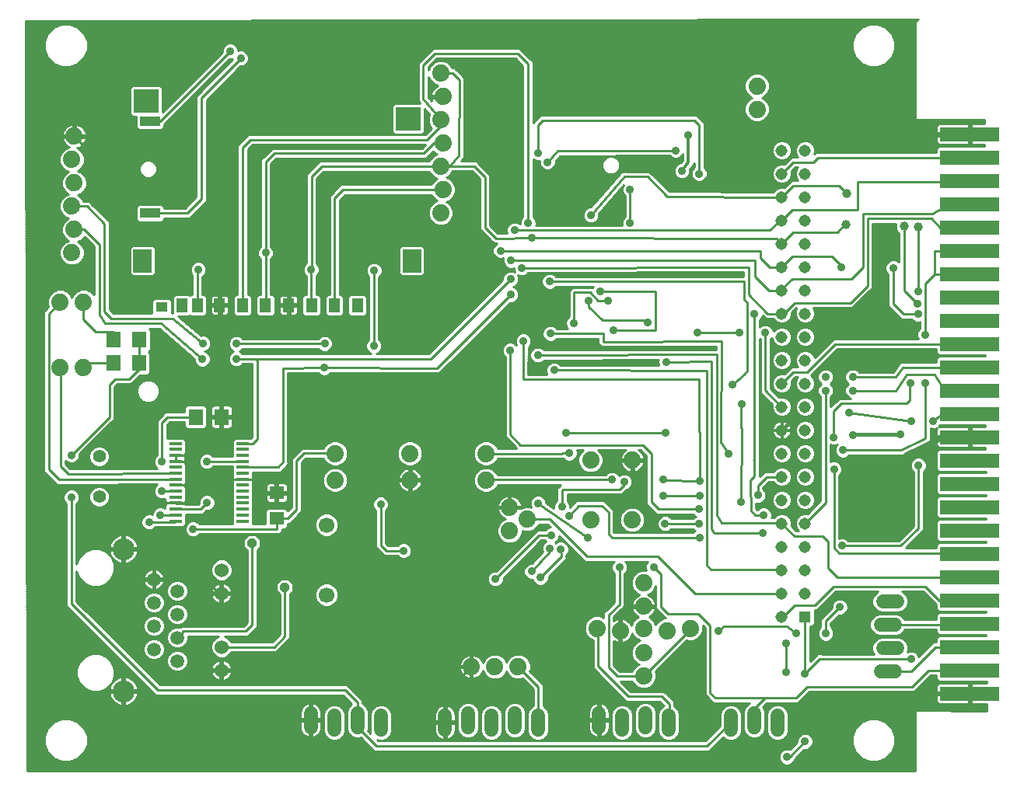
<source format=gbl>
G75*
G70*
%OFA0B0*%
%FSLAX24Y24*%
%IPPOS*%
%LPD*%
%AMOC8*
5,1,8,0,0,1.08239X$1,22.5*
%
%ADD10R,0.0591X0.0984*%
%ADD11R,0.0860X0.0420*%
%ADD12R,0.0787X0.0984*%
%ADD13R,0.0512X0.0433*%
%ADD14R,0.0472X0.0591*%
%ADD15R,0.1055X0.0993*%
%ADD16R,0.1055X0.0993*%
%ADD17C,0.0740*%
%ADD18C,0.0600*%
%ADD19R,0.0550X0.0137*%
%ADD20C,0.0554*%
%ADD21R,0.0630X0.0709*%
%ADD22R,0.0630X0.0551*%
%ADD23R,0.2550X0.0600*%
%ADD24C,0.0945*%
%ADD25C,0.0591*%
%ADD26C,0.0600*%
%ADD27C,0.0669*%
%ADD28R,0.0515X0.0515*%
%ADD29C,0.0515*%
%ADD30C,0.0100*%
%ADD31C,0.0357*%
%ADD32C,0.0240*%
%ADD33C,0.0160*%
%ADD34C,0.0120*%
%ADD35C,0.0396*%
%ADD36OC8,0.0396*%
D10*
X017569Y028453D03*
X006742Y029211D03*
D11*
X006710Y028345D03*
X006710Y024408D03*
D12*
X006387Y022361D03*
X017923Y022361D03*
D13*
X007199Y020373D03*
D14*
X008069Y020443D03*
X008734Y020451D03*
X009686Y020451D03*
X010671Y020451D03*
X011655Y020451D03*
X012639Y020451D03*
X013623Y020451D03*
X014608Y020451D03*
X015592Y020451D03*
D15*
X006525Y029200D03*
D16*
X017786Y028451D03*
D17*
X019162Y028410D03*
X019262Y027410D03*
X019162Y026410D03*
X019262Y025410D03*
X019162Y024410D03*
X019262Y029410D03*
X019162Y030410D03*
X032723Y029860D03*
X032723Y028860D03*
X021111Y014095D03*
X021111Y012955D03*
X022118Y011778D03*
X022868Y011278D03*
X022118Y010778D03*
X025594Y011245D03*
X027374Y011245D03*
X027374Y013805D03*
X025594Y013805D03*
X027863Y008542D03*
X027863Y007542D03*
X027863Y006592D03*
X028863Y006492D03*
X029863Y006592D03*
X027863Y005542D03*
X027863Y004542D03*
X026863Y006492D03*
X025863Y006592D03*
X022484Y004946D03*
X021484Y004946D03*
X020484Y004946D03*
X017844Y012955D03*
X017844Y014095D03*
X014641Y014095D03*
X014641Y012955D03*
X003854Y017764D03*
X002854Y017764D03*
X002854Y020592D03*
X003854Y020592D03*
X003354Y022704D03*
X003454Y023704D03*
X003354Y024704D03*
X003454Y025704D03*
X003354Y026704D03*
X003454Y027704D03*
D18*
X013594Y002956D02*
X013594Y002356D01*
X014594Y002256D02*
X014594Y002856D01*
X015594Y002956D02*
X015594Y002356D01*
X016594Y002256D02*
X016594Y002856D01*
X019344Y002856D02*
X019344Y002256D01*
X020344Y002356D02*
X020344Y002956D01*
X021344Y002856D02*
X021344Y002256D01*
X022344Y002356D02*
X022344Y002956D01*
X023344Y002856D02*
X023344Y002256D01*
X025939Y002356D02*
X025939Y002956D01*
X026939Y002856D02*
X026939Y002256D01*
X027939Y002356D02*
X027939Y002956D01*
X028939Y002856D02*
X028939Y002256D01*
X031594Y002256D02*
X031594Y002856D01*
X032594Y002956D02*
X032594Y002356D01*
X033594Y002256D02*
X033594Y002856D01*
X038024Y004756D02*
X038624Y004756D01*
X038724Y005756D02*
X038124Y005756D01*
X038024Y006756D02*
X038624Y006756D01*
X038724Y007756D02*
X038124Y007756D01*
D19*
X010675Y011196D03*
X010675Y011452D03*
X010675Y011708D03*
X010675Y011964D03*
X010675Y012220D03*
X010675Y012476D03*
X010675Y012731D03*
X010675Y012987D03*
X010675Y013243D03*
X010675Y013499D03*
X010675Y013755D03*
X010675Y014011D03*
X010675Y014267D03*
X010675Y014523D03*
X007796Y014523D03*
X007796Y014267D03*
X007796Y014011D03*
X007796Y013755D03*
X007796Y013499D03*
X007796Y013243D03*
X007796Y012987D03*
X007796Y012731D03*
X007796Y012476D03*
X007796Y012220D03*
X007796Y011964D03*
X007796Y011708D03*
X007796Y011452D03*
X007796Y011196D03*
D20*
X004531Y012241D03*
X004531Y013974D03*
D21*
X008661Y015662D03*
X009764Y015662D03*
X006234Y017966D03*
X005132Y017966D03*
X005135Y018964D03*
X006237Y018964D03*
D22*
X012136Y012408D03*
X012136Y011305D03*
D23*
X041844Y011796D03*
X041844Y010796D03*
X041844Y009796D03*
X041844Y008796D03*
X041844Y007796D03*
X041844Y006796D03*
X041844Y005796D03*
X041844Y004796D03*
X041844Y003796D03*
X041844Y012796D03*
X041844Y013796D03*
X041844Y014796D03*
X041844Y015796D03*
X041844Y016796D03*
X041844Y017796D03*
X041844Y018796D03*
X041844Y019796D03*
X041844Y020796D03*
X041844Y021796D03*
X041844Y022796D03*
X041844Y023796D03*
X041844Y024796D03*
X041844Y025796D03*
X041844Y026796D03*
X041844Y027796D03*
D24*
X005564Y009996D03*
X005564Y003896D03*
D25*
X007864Y005196D03*
X006864Y005696D03*
X007864Y006196D03*
X006864Y006696D03*
X007864Y007196D03*
X006864Y007696D03*
X007864Y008196D03*
X006864Y008696D03*
D26*
X009764Y009096D03*
X009764Y008096D03*
X009764Y005796D03*
X009764Y004796D03*
D27*
X014266Y008027D03*
X014266Y011027D03*
D28*
X034784Y007096D03*
D29*
X033784Y007096D03*
X033784Y008096D03*
X034784Y008096D03*
X034784Y009096D03*
X033784Y009096D03*
X033784Y010096D03*
X034784Y010096D03*
X034784Y011096D03*
X033784Y011096D03*
X033784Y012096D03*
X034784Y012096D03*
X034784Y013096D03*
X033784Y013096D03*
X033784Y014096D03*
X034784Y014096D03*
X034784Y015096D03*
X033784Y015096D03*
X033784Y016096D03*
X034784Y016096D03*
X034784Y017096D03*
X033784Y017096D03*
X033784Y018096D03*
X034784Y018096D03*
X034784Y019096D03*
X033784Y019096D03*
X033784Y020096D03*
X034784Y020096D03*
X034784Y021096D03*
X033784Y021096D03*
X033784Y022096D03*
X034784Y022096D03*
X034784Y023096D03*
X033784Y023096D03*
X033784Y024096D03*
X034784Y024096D03*
X034784Y025096D03*
X033784Y025096D03*
X033784Y026096D03*
X034784Y026096D03*
X034784Y027096D03*
X033784Y027096D03*
D30*
X001367Y032659D02*
X001436Y000472D01*
X039521Y000472D01*
X039519Y003096D01*
X042535Y003044D01*
X042570Y003031D01*
X042560Y003292D01*
X042560Y003346D01*
X041894Y003346D01*
X041894Y003746D01*
X041794Y003746D01*
X040419Y003746D01*
X040419Y003476D01*
X040430Y003438D01*
X040449Y003404D01*
X040477Y003376D01*
X040511Y003356D01*
X040550Y003346D01*
X041794Y003346D01*
X041794Y003746D01*
X041794Y003846D01*
X040419Y003846D01*
X040419Y004116D01*
X040430Y004154D01*
X040449Y004188D01*
X040477Y004216D01*
X040511Y004236D01*
X040550Y004246D01*
X041794Y004246D01*
X041794Y003846D01*
X041894Y003846D01*
X041894Y004246D01*
X042557Y004246D01*
X042556Y004326D01*
X040499Y004326D01*
X040399Y004426D01*
X040399Y004576D01*
X040176Y004576D01*
X039604Y004005D01*
X039476Y003876D01*
X034976Y003876D01*
X034486Y003386D01*
X034303Y003386D01*
X033147Y003386D01*
X033147Y003386D01*
X032988Y003227D01*
X032993Y003222D01*
X033064Y003050D01*
X033064Y002263D01*
X032993Y002090D01*
X032861Y001958D01*
X032688Y001886D01*
X032501Y001886D01*
X032328Y001958D01*
X032196Y002090D01*
X032124Y002263D01*
X032124Y003050D01*
X032196Y003222D01*
X032328Y003355D01*
X032405Y003386D01*
X031029Y003386D01*
X030846Y003386D01*
X030624Y003609D01*
X030495Y003738D01*
X030495Y006608D01*
X030402Y006702D01*
X030403Y006699D01*
X030403Y006484D01*
X030321Y006286D01*
X030169Y006134D01*
X029970Y006052D01*
X029755Y006052D01*
X029705Y006073D01*
X028367Y004735D01*
X028403Y004649D01*
X028403Y004434D01*
X028321Y004236D01*
X028169Y004084D01*
X027970Y004002D01*
X027755Y004002D01*
X027557Y004084D01*
X027405Y004236D01*
X027373Y004314D01*
X026878Y004314D01*
X027296Y003896D01*
X028553Y003896D01*
X028736Y003896D01*
X029056Y003576D01*
X029184Y003447D01*
X029184Y003263D01*
X029205Y003255D01*
X029338Y003122D01*
X029409Y002950D01*
X029409Y002163D01*
X029338Y001990D01*
X029205Y001858D01*
X029033Y001786D01*
X028846Y001786D01*
X028673Y001858D01*
X028541Y001990D01*
X028469Y002163D01*
X028469Y002950D01*
X028541Y003122D01*
X028673Y003255D01*
X028731Y003279D01*
X028553Y003456D01*
X027113Y003456D01*
X026984Y003585D01*
X025822Y004748D01*
X025822Y004748D01*
X025693Y004877D01*
X025693Y006078D01*
X025557Y006134D01*
X025405Y006286D01*
X025323Y006484D01*
X025323Y006699D01*
X025405Y006898D01*
X025557Y007050D01*
X025755Y007132D01*
X025970Y007132D01*
X026137Y007063D01*
X026137Y007084D01*
X026135Y007086D01*
X026137Y007175D01*
X026137Y007264D01*
X026139Y007266D01*
X026139Y007268D01*
X026203Y007330D01*
X026266Y007393D01*
X026268Y007393D01*
X026611Y007723D01*
X026611Y008932D01*
X026536Y009008D01*
X026483Y009136D01*
X026483Y009274D01*
X026536Y009402D01*
X026589Y009456D01*
X025536Y009456D01*
X025353Y009456D01*
X024251Y010558D01*
X024251Y010524D01*
X024198Y010396D01*
X024100Y010298D01*
X024069Y010285D01*
X024098Y010256D01*
X024120Y010278D01*
X024248Y010331D01*
X024387Y010331D01*
X024515Y010278D01*
X024613Y010180D01*
X024666Y010052D01*
X024666Y009913D01*
X024613Y009785D01*
X024554Y009726D01*
X024554Y009670D01*
X024559Y009585D01*
X024554Y009580D01*
X024554Y009573D01*
X024494Y009513D01*
X024437Y009449D01*
X024430Y009449D01*
X023791Y008810D01*
X023791Y008703D01*
X023738Y008575D01*
X023640Y008477D01*
X023512Y008424D01*
X023373Y008424D01*
X023245Y008477D01*
X023147Y008575D01*
X023103Y008681D01*
X022996Y008681D01*
X022868Y008734D01*
X022770Y008832D01*
X022717Y008960D01*
X022717Y009099D01*
X022770Y009227D01*
X022868Y009325D01*
X022996Y009378D01*
X023083Y009378D01*
X023529Y009871D01*
X023498Y009946D01*
X023498Y010084D01*
X023551Y010212D01*
X023649Y010310D01*
X023680Y010323D01*
X023631Y010372D01*
X023478Y010371D01*
X021857Y008750D01*
X021857Y008644D01*
X021804Y008516D01*
X021706Y008418D01*
X021578Y008365D01*
X021439Y008365D01*
X021311Y008418D01*
X021213Y008516D01*
X021160Y008644D01*
X021160Y008782D01*
X021213Y008910D01*
X021311Y009008D01*
X021439Y009061D01*
X021546Y009061D01*
X023228Y010743D01*
X023294Y010811D01*
X023295Y010811D01*
X023295Y010811D01*
X023388Y010811D01*
X023629Y010812D01*
X023706Y010889D01*
X023834Y010942D01*
X023868Y010942D01*
X023752Y011058D01*
X023361Y011058D01*
X023326Y010972D01*
X023174Y010820D01*
X022975Y010738D01*
X022761Y010738D01*
X022658Y010780D01*
X022658Y010670D01*
X022576Y010472D01*
X022424Y010320D01*
X022225Y010238D01*
X022011Y010238D01*
X021812Y010320D01*
X021660Y010472D01*
X021578Y010670D01*
X021578Y010885D01*
X021660Y011084D01*
X021812Y011235D01*
X021941Y011289D01*
X021918Y011296D01*
X021845Y011333D01*
X021779Y011381D01*
X021721Y011439D01*
X016809Y011439D01*
X016809Y011537D02*
X021657Y011537D01*
X021673Y011505D02*
X021721Y011439D01*
X021673Y011505D02*
X021636Y011578D01*
X021611Y011656D01*
X021598Y011737D01*
X021598Y011748D01*
X022088Y011748D01*
X022088Y011808D01*
X022088Y012298D01*
X022077Y012298D01*
X021996Y012285D01*
X021918Y012260D01*
X021845Y012222D01*
X021779Y012174D01*
X021721Y012116D01*
X021673Y012050D01*
X021636Y011977D01*
X021611Y011899D01*
X021598Y011819D01*
X021598Y011808D01*
X022088Y011808D01*
X022148Y011808D01*
X022148Y012298D01*
X022159Y012298D01*
X022240Y012285D01*
X022318Y012260D01*
X022391Y012222D01*
X022457Y012174D01*
X022515Y012116D01*
X022563Y012050D01*
X022600Y011977D01*
X022625Y011899D01*
X022638Y011819D01*
X022638Y011808D01*
X022148Y011808D01*
X022148Y011748D01*
X022591Y011748D01*
X022761Y011818D01*
X022975Y011818D01*
X023031Y011795D01*
X022991Y011891D01*
X022991Y012030D01*
X023044Y012158D01*
X023142Y012256D01*
X023270Y012309D01*
X023409Y012309D01*
X023537Y012256D01*
X023635Y012158D01*
X023688Y012030D01*
X023688Y011984D01*
X024010Y011757D01*
X024010Y011870D01*
X024063Y011998D01*
X024149Y012084D01*
X024149Y012425D01*
X024149Y012607D01*
X024195Y012653D01*
X024291Y012749D01*
X021610Y012749D01*
X021569Y012649D01*
X021417Y012497D01*
X021219Y012415D01*
X021004Y012415D01*
X020805Y012497D01*
X020653Y012649D01*
X020571Y012848D01*
X020571Y013063D01*
X020653Y013261D01*
X020805Y013413D01*
X021004Y013495D01*
X021219Y013495D01*
X021417Y013413D01*
X021569Y013261D01*
X021599Y013189D01*
X026233Y013189D01*
X026308Y013264D01*
X026436Y013317D01*
X026575Y013317D01*
X026703Y013264D01*
X026801Y013166D01*
X026811Y013143D01*
X026831Y013164D01*
X026960Y013217D01*
X027098Y013217D01*
X027226Y013164D01*
X027324Y013066D01*
X027377Y012938D01*
X027377Y012799D01*
X027324Y012671D01*
X027226Y012573D01*
X027125Y012531D01*
X027120Y012526D01*
X026936Y012342D01*
X026754Y012342D01*
X024589Y012342D01*
X024589Y012063D01*
X024654Y011998D01*
X024707Y011870D01*
X024707Y011772D01*
X024853Y011940D01*
X024853Y011948D01*
X024912Y012007D01*
X024967Y012070D01*
X024976Y012071D01*
X024982Y012077D01*
X025066Y012077D01*
X025149Y012083D01*
X025156Y012077D01*
X025994Y012077D01*
X026176Y012077D01*
X026449Y011804D01*
X026578Y011675D01*
X026578Y010727D01*
X026608Y010697D01*
X029985Y010697D01*
X030060Y010772D01*
X030076Y010779D01*
X030058Y010787D01*
X029982Y010862D01*
X029053Y010862D01*
X028985Y010794D01*
X028857Y010741D01*
X028718Y010741D01*
X028590Y010794D01*
X028492Y010892D01*
X028439Y011021D01*
X028439Y011159D01*
X028492Y011287D01*
X028590Y011385D01*
X028718Y011438D01*
X028857Y011438D01*
X028985Y011385D01*
X029068Y011302D01*
X029982Y011302D01*
X030058Y011377D01*
X030102Y011396D01*
X030053Y011416D01*
X029977Y011491D01*
X028401Y011491D01*
X028272Y011620D01*
X027982Y011910D01*
X027982Y012092D01*
X027982Y013992D01*
X027731Y014243D01*
X027655Y014243D01*
X027712Y014201D01*
X027770Y014143D01*
X027818Y014077D01*
X027856Y014004D01*
X027881Y013926D01*
X027892Y013855D01*
X027424Y013855D01*
X027424Y013755D01*
X027892Y013755D01*
X027881Y013683D01*
X027856Y013605D01*
X027818Y013532D01*
X027770Y013466D01*
X027712Y013408D01*
X027646Y013360D01*
X027573Y013323D01*
X027495Y013297D01*
X027424Y013286D01*
X027424Y013754D01*
X027324Y013754D01*
X027324Y013286D01*
X027252Y013297D01*
X027174Y013323D01*
X027101Y013360D01*
X027035Y013408D01*
X026977Y013466D01*
X026929Y013532D01*
X026892Y013605D01*
X026866Y013683D01*
X026855Y013755D01*
X027324Y013755D01*
X027324Y013855D01*
X026855Y013855D01*
X026866Y013926D01*
X026892Y014004D01*
X026929Y014077D01*
X026977Y014143D01*
X027035Y014201D01*
X027092Y014243D01*
X025919Y014243D01*
X026051Y014111D01*
X026134Y013912D01*
X026134Y013697D01*
X026051Y013499D01*
X025900Y013347D01*
X025701Y013265D01*
X025486Y013265D01*
X025288Y013347D01*
X025136Y013499D01*
X025054Y013697D01*
X025054Y013912D01*
X025136Y014111D01*
X025268Y014243D01*
X025003Y014243D01*
X025034Y014168D01*
X025034Y014030D01*
X024981Y013902D01*
X025054Y013902D01*
X024981Y013902D02*
X024883Y013804D01*
X025054Y013804D01*
X025054Y013705D02*
X021485Y013705D01*
X021417Y013637D02*
X021569Y013789D01*
X021605Y013875D01*
X024278Y013875D01*
X024416Y013875D01*
X024488Y013804D01*
X024616Y013751D01*
X024754Y013751D01*
X024883Y013804D01*
X025022Y014001D02*
X025091Y014001D01*
X025131Y014100D02*
X025034Y014100D01*
X025021Y014198D02*
X025224Y014198D01*
X024685Y014099D02*
X024373Y014099D01*
X024369Y014095D01*
X021111Y014095D01*
X020571Y014100D02*
X018384Y014100D01*
X018384Y014198D02*
X020571Y014198D01*
X020571Y014203D02*
X020571Y013988D01*
X020653Y013789D01*
X020805Y013637D01*
X021004Y013555D01*
X021219Y013555D01*
X021417Y013637D01*
X021344Y013607D02*
X025091Y013607D01*
X025132Y013508D02*
X013208Y013508D01*
X013208Y013410D02*
X014332Y013410D01*
X014335Y013413D02*
X014183Y013261D01*
X014101Y013063D01*
X014101Y012848D01*
X014183Y012649D01*
X014335Y012497D01*
X014534Y012415D01*
X014749Y012415D01*
X014947Y012497D01*
X015099Y012649D01*
X015181Y012848D01*
X015181Y013063D01*
X015099Y013261D01*
X014947Y013413D01*
X014749Y013495D01*
X014534Y013495D01*
X014335Y013413D01*
X014234Y013311D02*
X013208Y013311D01*
X013208Y013213D02*
X014163Y013213D01*
X014123Y013114D02*
X013208Y013114D01*
X013208Y013016D02*
X014101Y013016D01*
X014101Y012917D02*
X013208Y012917D01*
X013208Y012819D02*
X014113Y012819D01*
X014154Y012720D02*
X013208Y012720D01*
X013208Y012621D02*
X014211Y012621D01*
X014310Y012523D02*
X013208Y012523D01*
X013208Y012424D02*
X014511Y012424D01*
X014771Y012424D02*
X020982Y012424D01*
X020780Y012523D02*
X018134Y012523D01*
X018117Y012510D02*
X018183Y012558D01*
X018241Y012616D01*
X018289Y012683D01*
X018326Y012755D01*
X018352Y012833D01*
X018363Y012905D01*
X017895Y012905D01*
X017895Y013005D01*
X018363Y013005D01*
X018352Y013077D01*
X018326Y013155D01*
X018289Y013228D01*
X018241Y013294D01*
X018183Y013352D01*
X018117Y013400D01*
X018044Y013437D01*
X017966Y013462D01*
X017894Y013474D01*
X017894Y013005D01*
X017794Y013005D01*
X017794Y012905D01*
X017326Y012905D01*
X017337Y012833D01*
X017363Y012755D01*
X017400Y012683D01*
X017448Y012616D01*
X017506Y012558D01*
X017572Y012510D01*
X017645Y012473D01*
X017723Y012448D01*
X017794Y012437D01*
X017794Y012905D01*
X017894Y012905D01*
X017894Y012437D01*
X017966Y012448D01*
X018044Y012473D01*
X018117Y012510D01*
X018245Y012621D02*
X020681Y012621D01*
X020624Y012720D02*
X018308Y012720D01*
X018347Y012819D02*
X020583Y012819D01*
X020571Y012917D02*
X017895Y012917D01*
X017894Y012819D02*
X017794Y012819D01*
X017794Y012917D02*
X015181Y012917D01*
X015181Y013016D02*
X017328Y013016D01*
X017326Y013005D02*
X017794Y013005D01*
X017794Y013474D01*
X017723Y013462D01*
X017645Y013437D01*
X017572Y013400D01*
X017506Y013352D01*
X017448Y013294D01*
X017400Y013228D01*
X017363Y013155D01*
X017337Y013077D01*
X017326Y013005D01*
X017349Y013114D02*
X015160Y013114D01*
X015119Y013213D02*
X017392Y013213D01*
X017465Y013311D02*
X015049Y013311D01*
X014950Y013410D02*
X017591Y013410D01*
X017612Y013607D02*
X014873Y013607D01*
X014947Y013637D02*
X015099Y013789D01*
X015181Y013988D01*
X015181Y014203D01*
X015099Y014401D01*
X014947Y014553D01*
X014749Y014635D01*
X014534Y014635D01*
X014335Y014553D01*
X014183Y014401D01*
X014150Y014321D01*
X013204Y014321D01*
X013075Y014192D01*
X012768Y013884D01*
X012768Y013702D01*
X012768Y011784D01*
X012621Y011637D01*
X012621Y011651D01*
X012521Y011751D01*
X011750Y011751D01*
X011651Y011651D01*
X011651Y011070D01*
X011120Y011070D01*
X011120Y011335D01*
X011120Y011591D01*
X011120Y011847D01*
X011120Y012103D01*
X011120Y012359D01*
X011120Y012614D01*
X011120Y012870D01*
X011098Y012892D01*
X011100Y012899D01*
X011100Y012987D01*
X010675Y012987D01*
X010675Y012988D01*
X011100Y012988D01*
X011100Y013076D01*
X011098Y013083D01*
X011120Y013104D01*
X011120Y013282D01*
X012127Y013287D01*
X012134Y013280D01*
X012217Y013287D01*
X012299Y013288D01*
X012306Y013295D01*
X012316Y013295D01*
X012369Y013359D01*
X012428Y013417D01*
X012427Y013427D01*
X012559Y013583D01*
X012617Y013641D01*
X012617Y013651D01*
X012624Y013659D01*
X012617Y013741D01*
X012617Y017539D01*
X013901Y017545D01*
X013975Y017471D01*
X014103Y017418D01*
X014242Y017418D01*
X014370Y017471D01*
X014445Y017546D01*
X018919Y017537D01*
X019027Y017537D01*
X019101Y017537D01*
X019101Y017537D01*
X019102Y017537D01*
X019170Y017606D01*
X019230Y017666D01*
X022123Y020559D01*
X022229Y020559D01*
X022358Y020612D01*
X022456Y020710D01*
X022509Y020838D01*
X022509Y020976D01*
X022456Y021104D01*
X022358Y021202D01*
X022262Y021242D01*
X022358Y021281D01*
X022456Y021379D01*
X022509Y021507D01*
X022509Y021646D01*
X022464Y021753D01*
X022570Y021709D01*
X022709Y021709D01*
X022837Y021763D01*
X022913Y021839D01*
X032149Y021866D01*
X032148Y021688D01*
X024104Y021688D01*
X024028Y021764D01*
X023900Y021817D01*
X023762Y021817D01*
X023634Y021764D01*
X023536Y021666D01*
X023482Y021538D01*
X023482Y021399D01*
X023536Y021271D01*
X023634Y021173D01*
X023762Y021120D01*
X023900Y021120D01*
X024028Y021173D01*
X024104Y021248D01*
X025704Y021248D01*
X025683Y021197D01*
X025659Y021220D01*
X025477Y021220D01*
X024797Y021220D01*
X024668Y021092D01*
X024668Y020909D01*
X024668Y019984D01*
X024574Y019890D01*
X024521Y019762D01*
X024521Y019623D01*
X024574Y019495D01*
X024614Y019456D01*
X024137Y019456D01*
X024062Y019532D01*
X023934Y019585D01*
X023795Y019585D01*
X023667Y019532D01*
X023569Y019434D01*
X023516Y019306D01*
X023516Y019167D01*
X023569Y019039D01*
X023667Y018941D01*
X023795Y018888D01*
X023934Y018888D01*
X024062Y018941D01*
X024137Y019016D01*
X025904Y019016D01*
X025904Y018987D01*
X025904Y018896D01*
X025904Y018805D01*
X025905Y018805D01*
X025905Y018805D01*
X025976Y018733D01*
X026033Y018676D01*
X026033Y018676D01*
X026034Y018676D01*
X026120Y018676D01*
X026216Y018676D01*
X030969Y018683D01*
X030969Y018553D01*
X030899Y018553D01*
X030899Y018552D01*
X023596Y018534D01*
X023612Y018534D01*
X023596Y018534D02*
X023522Y018609D01*
X023394Y018662D01*
X023255Y018662D01*
X023127Y018609D01*
X023029Y018511D01*
X022976Y018383D01*
X022976Y018244D01*
X023029Y018116D01*
X023127Y018018D01*
X023255Y017965D01*
X023394Y017965D01*
X023522Y018018D01*
X023598Y018094D01*
X028492Y018106D01*
X028488Y018096D01*
X028488Y017958D01*
X028521Y017879D01*
X024298Y017886D01*
X024222Y017962D01*
X024094Y018015D01*
X023955Y018015D01*
X023827Y017962D01*
X023729Y017864D01*
X023676Y017736D01*
X023676Y017597D01*
X023720Y017491D01*
X022918Y017491D01*
X022923Y018652D01*
X023000Y018729D01*
X023053Y018857D01*
X023053Y018996D01*
X023000Y019124D01*
X022902Y019222D01*
X022774Y019275D01*
X022635Y019275D01*
X022507Y019222D01*
X022409Y019124D01*
X022356Y018996D01*
X022356Y018857D01*
X022399Y018754D01*
X022339Y018813D01*
X022211Y018866D01*
X022073Y018866D01*
X021945Y018813D01*
X021847Y018715D01*
X021794Y018587D01*
X021794Y018448D01*
X021847Y018320D01*
X021922Y018245D01*
X021922Y014988D01*
X021922Y014806D01*
X022356Y014372D01*
X022413Y014315D01*
X021605Y014315D01*
X021569Y014401D01*
X021417Y014553D01*
X021219Y014635D01*
X021004Y014635D01*
X020805Y014553D01*
X020653Y014401D01*
X020571Y014203D01*
X020610Y014297D02*
X018345Y014297D01*
X018384Y014203D02*
X018302Y014401D01*
X018150Y014553D01*
X017952Y014635D01*
X017737Y014635D01*
X017539Y014553D01*
X017387Y014401D01*
X017304Y014203D01*
X017304Y013988D01*
X017387Y013789D01*
X017539Y013637D01*
X017737Y013555D01*
X017952Y013555D01*
X018150Y013637D01*
X018302Y013789D01*
X018384Y013988D01*
X018384Y014203D01*
X018384Y014001D02*
X020571Y014001D01*
X020606Y013902D02*
X018349Y013902D01*
X018308Y013804D02*
X020647Y013804D01*
X020737Y013705D02*
X018218Y013705D01*
X018077Y013607D02*
X020879Y013607D01*
X020802Y013410D02*
X018097Y013410D01*
X018224Y013311D02*
X020704Y013311D01*
X020633Y013213D02*
X018297Y013213D01*
X018339Y013114D02*
X020593Y013114D01*
X020571Y013016D02*
X018361Y013016D01*
X017894Y013016D02*
X017794Y013016D01*
X017794Y013114D02*
X017894Y013114D01*
X017894Y013213D02*
X017794Y013213D01*
X017794Y013311D02*
X017894Y013311D01*
X017894Y013410D02*
X017794Y013410D01*
X017470Y013705D02*
X015015Y013705D01*
X014947Y013637D02*
X014749Y013555D01*
X014534Y013555D01*
X014335Y013637D01*
X014183Y013789D01*
X014145Y013881D01*
X013386Y013881D01*
X013208Y013702D01*
X013208Y011602D01*
X013079Y011473D01*
X012691Y011085D01*
X012621Y011085D01*
X012621Y010959D01*
X012521Y010860D01*
X012357Y010860D01*
X012357Y010853D01*
X012358Y010760D01*
X012357Y010760D01*
X012357Y010759D01*
X012294Y010696D01*
X012229Y010631D01*
X012229Y010631D01*
X012229Y010630D01*
X012138Y010630D01*
X012047Y010630D01*
X012047Y010630D01*
X008825Y010630D01*
X008749Y010555D01*
X008621Y010502D01*
X008483Y010502D01*
X008355Y010555D01*
X008257Y010653D01*
X008204Y010781D01*
X008204Y010920D01*
X008257Y011048D01*
X008355Y011146D01*
X008483Y011199D01*
X008621Y011199D01*
X008749Y011146D01*
X008825Y011070D01*
X010230Y011070D01*
X010230Y011335D01*
X010230Y011591D01*
X010230Y011847D01*
X010230Y012103D01*
X010230Y012359D01*
X010230Y012614D01*
X010230Y012870D01*
X010252Y012892D01*
X010250Y012899D01*
X010250Y012987D01*
X010674Y012987D01*
X010674Y012988D01*
X010250Y012988D01*
X010250Y013076D01*
X010252Y013083D01*
X010230Y013104D01*
X010230Y013382D01*
X010230Y013536D01*
X009421Y013536D01*
X009346Y013461D01*
X009218Y013408D01*
X009079Y013408D01*
X008951Y013461D01*
X008853Y013559D01*
X008800Y013687D01*
X008800Y013826D01*
X008853Y013954D01*
X008951Y014052D01*
X009079Y014105D01*
X009218Y014105D01*
X009346Y014052D01*
X009421Y013976D01*
X010230Y013976D01*
X010230Y014150D01*
X010230Y014406D01*
X010230Y014662D01*
X010329Y014761D01*
X011020Y014761D01*
X011027Y014754D01*
X011084Y014811D01*
X011084Y017935D01*
X010678Y017935D01*
X010603Y017859D01*
X010474Y017806D01*
X010336Y017806D01*
X010208Y017859D01*
X010110Y017957D01*
X010057Y018085D01*
X010057Y018224D01*
X010110Y018352D01*
X010208Y018450D01*
X010282Y018481D01*
X010218Y018507D01*
X010120Y018605D01*
X010067Y018734D01*
X010067Y018872D01*
X010120Y019000D01*
X010218Y019098D01*
X010346Y019151D01*
X010485Y019151D01*
X010613Y019098D01*
X010688Y019023D01*
X013911Y019023D01*
X013991Y019103D01*
X014119Y019156D01*
X014258Y019156D01*
X014386Y019103D01*
X014484Y019005D01*
X014537Y018877D01*
X014537Y018738D01*
X014484Y018610D01*
X014386Y018512D01*
X014258Y018459D01*
X014119Y018459D01*
X013991Y018512D01*
X013920Y018583D01*
X010688Y018583D01*
X010613Y018507D01*
X010538Y018477D01*
X010603Y018450D01*
X010678Y018375D01*
X011154Y018375D01*
X016185Y018375D01*
X016099Y018411D01*
X016001Y018509D01*
X015948Y018637D01*
X015948Y018775D01*
X016001Y018903D01*
X016076Y018979D01*
X016076Y021680D01*
X016013Y021743D01*
X015960Y021871D01*
X015960Y022010D01*
X016013Y022138D01*
X016111Y022236D01*
X016239Y022289D01*
X016378Y022289D01*
X016506Y022236D01*
X016604Y022138D01*
X016657Y022010D01*
X016657Y021871D01*
X016604Y021743D01*
X016516Y021655D01*
X016516Y018979D01*
X016591Y018903D01*
X016644Y018775D01*
X016644Y018637D01*
X016591Y018509D01*
X016493Y018411D01*
X016407Y018375D01*
X018647Y018375D01*
X021812Y021539D01*
X021812Y021646D01*
X021865Y021774D01*
X021963Y021872D01*
X022091Y021925D01*
X022229Y021925D01*
X022336Y021881D01*
X022291Y021989D01*
X022291Y022035D01*
X022254Y022020D01*
X022115Y022020D01*
X021987Y022073D01*
X021889Y022171D01*
X021836Y022299D01*
X021836Y022438D01*
X021848Y022466D01*
X021803Y022448D01*
X021665Y022448D01*
X021537Y022501D01*
X021439Y022599D01*
X021386Y022727D01*
X021386Y022865D01*
X021439Y022994D01*
X021537Y023092D01*
X021566Y023104D01*
X021532Y023104D01*
X021442Y023102D01*
X021441Y023104D01*
X021439Y023104D01*
X021376Y023166D01*
X021312Y023229D01*
X021312Y023231D01*
X020969Y023573D01*
X020840Y023702D01*
X020840Y025868D01*
X020508Y026200D01*
X019660Y026200D01*
X019620Y026104D01*
X019468Y025952D01*
X019416Y025931D01*
X019568Y025868D01*
X019720Y025716D01*
X019802Y025517D01*
X019802Y025303D01*
X019720Y025104D01*
X019568Y024952D01*
X019416Y024889D01*
X019468Y024868D01*
X019620Y024716D01*
X019702Y024517D01*
X019702Y024303D01*
X019620Y024104D01*
X019468Y023952D01*
X019270Y023870D01*
X019055Y023870D01*
X018856Y023952D01*
X018704Y024104D01*
X018622Y024303D01*
X018622Y024517D01*
X018704Y024716D01*
X018856Y024868D01*
X019008Y024931D01*
X018956Y024952D01*
X018804Y025104D01*
X018769Y025190D01*
X015058Y025190D01*
X014833Y024965D01*
X014833Y020916D01*
X014914Y020916D01*
X015014Y020817D01*
X015014Y020085D01*
X014914Y019986D01*
X014301Y019986D01*
X014201Y020085D01*
X014201Y020817D01*
X014301Y020916D01*
X014393Y020916D01*
X014393Y025147D01*
X014522Y025276D01*
X014876Y025630D01*
X015058Y025630D01*
X018769Y025630D01*
X018804Y025716D01*
X018956Y025868D01*
X019008Y025889D01*
X018856Y025952D01*
X018704Y026104D01*
X018669Y026190D01*
X014155Y026190D01*
X013848Y025883D01*
X013848Y022240D01*
X013907Y022181D01*
X013960Y022053D01*
X013960Y021915D01*
X013907Y021787D01*
X013832Y021711D01*
X013832Y020916D01*
X013930Y020916D01*
X014030Y020817D01*
X014030Y020085D01*
X013930Y019986D01*
X013317Y019986D01*
X013217Y020085D01*
X013217Y020817D01*
X013317Y020916D01*
X013392Y020916D01*
X013392Y021711D01*
X013316Y021787D01*
X013263Y021915D01*
X013263Y022053D01*
X013316Y022181D01*
X013408Y022273D01*
X013408Y025883D01*
X013408Y026066D01*
X013973Y026630D01*
X014155Y026630D01*
X018669Y026630D01*
X018704Y026716D01*
X018856Y026868D01*
X019008Y026931D01*
X018956Y026952D01*
X018848Y027061D01*
X018672Y026885D01*
X018543Y026756D01*
X012117Y026756D01*
X011879Y026518D01*
X011879Y022970D01*
X011954Y022895D01*
X012007Y022767D01*
X012007Y022628D01*
X011954Y022500D01*
X011879Y022425D01*
X011879Y020916D01*
X011962Y020916D01*
X012061Y020817D01*
X012061Y020085D01*
X011962Y019986D01*
X011348Y019986D01*
X011249Y020085D01*
X011249Y020817D01*
X011348Y020916D01*
X011439Y020916D01*
X011439Y022425D01*
X011363Y022500D01*
X011310Y022628D01*
X011310Y022767D01*
X011363Y022895D01*
X011439Y022970D01*
X011439Y026700D01*
X011568Y026829D01*
X011935Y027196D01*
X012117Y027196D01*
X018361Y027196D01*
X018505Y027341D01*
X011099Y027341D01*
X010894Y027136D01*
X010894Y020916D01*
X010977Y020916D01*
X011077Y020817D01*
X011077Y020085D01*
X010977Y019986D01*
X010364Y019986D01*
X010264Y020085D01*
X010264Y020817D01*
X010364Y020916D01*
X010454Y020916D01*
X010454Y027318D01*
X010583Y027447D01*
X010917Y027781D01*
X011099Y027781D01*
X018494Y027781D01*
X018761Y028047D01*
X018704Y028104D01*
X018622Y028303D01*
X018622Y028517D01*
X018677Y028649D01*
X018483Y028882D01*
X018483Y027884D01*
X018384Y027784D01*
X017188Y027784D01*
X017088Y027884D01*
X017088Y029018D01*
X017188Y029118D01*
X018287Y029118D01*
X018256Y029156D01*
X018199Y029213D01*
X018199Y029224D01*
X018191Y029233D01*
X018199Y029314D01*
X018199Y030666D01*
X018199Y030848D01*
X018699Y031349D01*
X018828Y031478D01*
X022366Y031478D01*
X022549Y031478D01*
X023000Y031027D01*
X023128Y030898D01*
X023128Y028291D01*
X023253Y028416D01*
X023453Y028616D01*
X023636Y028616D01*
X030136Y028616D01*
X030264Y028487D01*
X030464Y028287D01*
X030464Y028105D01*
X030464Y026369D01*
X030540Y026294D01*
X030593Y026166D01*
X030593Y026027D01*
X030540Y025899D01*
X030442Y025801D01*
X030314Y025748D01*
X030175Y025748D01*
X030047Y025801D01*
X029949Y025899D01*
X029896Y026027D01*
X029896Y026166D01*
X029949Y026294D01*
X030024Y026369D01*
X030024Y026534D01*
X030014Y026521D01*
X030014Y026501D01*
X029959Y026446D01*
X029849Y026296D01*
X029853Y026286D01*
X029853Y026147D01*
X029800Y026019D01*
X029702Y025921D01*
X029574Y025868D01*
X029435Y025868D01*
X029307Y025921D01*
X029209Y026019D01*
X029156Y026147D01*
X029156Y026286D01*
X029209Y026414D01*
X029307Y026512D01*
X029435Y026565D01*
X029475Y026565D01*
X029554Y026672D01*
X029554Y026934D01*
X029540Y026899D01*
X029442Y026801D01*
X029314Y026748D01*
X029175Y026748D01*
X029047Y026801D01*
X028973Y026875D01*
X024281Y026857D01*
X024093Y026651D01*
X024093Y026527D01*
X024040Y026399D01*
X023942Y026301D01*
X023814Y026248D01*
X023675Y026248D01*
X023547Y026301D01*
X023449Y026399D01*
X023396Y026527D01*
X023396Y026648D01*
X023275Y026648D01*
X023147Y026701D01*
X023128Y026719D01*
X023128Y024251D01*
X023204Y024175D01*
X023257Y024047D01*
X023257Y023909D01*
X023252Y023896D01*
X026949Y023896D01*
X026936Y023927D01*
X026936Y024066D01*
X026989Y024194D01*
X027065Y024269D01*
X027066Y025130D01*
X026991Y025205D01*
X026938Y025334D01*
X026938Y025472D01*
X026990Y025598D01*
X025953Y024385D01*
X025953Y024247D01*
X025900Y024119D01*
X025802Y024021D01*
X025674Y023968D01*
X025535Y023968D01*
X025407Y024021D01*
X025309Y024119D01*
X025256Y024247D01*
X025256Y024386D01*
X025309Y024514D01*
X025407Y024612D01*
X025535Y024665D01*
X025613Y024665D01*
X026804Y026057D01*
X026804Y026067D01*
X026863Y026126D01*
X026916Y026188D01*
X026926Y026189D01*
X026933Y026196D01*
X027016Y026196D01*
X027098Y026203D01*
X027106Y026196D01*
X027933Y026196D01*
X028116Y026196D01*
X028976Y025336D01*
X033413Y025318D01*
X033422Y025338D01*
X033542Y025459D01*
X033699Y025524D01*
X033869Y025524D01*
X033892Y025514D01*
X034064Y025687D01*
X034193Y025816D01*
X034460Y025816D01*
X034422Y025854D01*
X034357Y026011D01*
X034357Y026181D01*
X034422Y026338D01*
X034460Y026376D01*
X034376Y026376D01*
X034203Y026203D01*
X034212Y026181D01*
X034212Y026011D01*
X034147Y025854D01*
X034027Y025734D01*
X033869Y025669D01*
X033699Y025669D01*
X033542Y025734D01*
X033422Y025854D01*
X033357Y026011D01*
X033357Y026181D01*
X033422Y026338D01*
X033542Y026459D01*
X033699Y026524D01*
X033869Y026524D01*
X033892Y026514D01*
X034193Y026816D01*
X034376Y026816D01*
X034460Y026816D01*
X034422Y026854D01*
X034357Y027011D01*
X034357Y027181D01*
X034422Y027338D01*
X034542Y027459D01*
X034699Y027524D01*
X034869Y027524D01*
X035027Y027459D01*
X035147Y027338D01*
X035212Y027181D01*
X035212Y027011D01*
X035186Y026949D01*
X035253Y027016D01*
X035436Y027016D01*
X040399Y027016D01*
X040399Y027167D01*
X040499Y027266D01*
X042475Y027266D01*
X042475Y027346D01*
X041894Y027346D01*
X041894Y027746D01*
X041794Y027746D01*
X040419Y027746D01*
X040419Y027476D01*
X040430Y027438D01*
X040449Y027404D01*
X040477Y027376D01*
X040511Y027356D01*
X040550Y027346D01*
X041794Y027346D01*
X041794Y027746D01*
X041794Y027846D01*
X040419Y027846D01*
X040419Y028116D01*
X040430Y028154D01*
X040449Y028188D01*
X040477Y028216D01*
X040511Y028236D01*
X040550Y028246D01*
X041794Y028246D01*
X041794Y027846D01*
X041894Y027846D01*
X041894Y028246D01*
X042472Y028246D01*
X042471Y028401D01*
X039521Y028418D01*
X039521Y032599D01*
X039631Y032709D01*
X001367Y032659D01*
X001367Y032626D02*
X039548Y032626D01*
X039521Y032527D02*
X001367Y032527D01*
X001368Y032429D02*
X002674Y032429D01*
X002568Y032385D02*
X002306Y032123D01*
X002164Y031781D01*
X002164Y031411D01*
X002306Y031069D01*
X002568Y030808D01*
X002909Y030666D01*
X003279Y030666D01*
X003621Y030808D01*
X003883Y031069D01*
X004024Y031411D01*
X004024Y031781D01*
X003883Y032123D01*
X003621Y032385D01*
X003279Y032526D01*
X002909Y032526D01*
X002568Y032385D01*
X002513Y032330D02*
X001368Y032330D01*
X001368Y032232D02*
X002415Y032232D01*
X002316Y032133D02*
X001368Y032133D01*
X001369Y032034D02*
X002269Y032034D01*
X002229Y031936D02*
X001369Y031936D01*
X001369Y031837D02*
X002188Y031837D01*
X002164Y031739D02*
X001369Y031739D01*
X001369Y031640D02*
X002164Y031640D01*
X002164Y031542D02*
X001370Y031542D01*
X001370Y031443D02*
X002164Y031443D01*
X002192Y031345D02*
X001370Y031345D01*
X001370Y031246D02*
X002233Y031246D01*
X002274Y031148D02*
X001370Y031148D01*
X001371Y031049D02*
X002326Y031049D01*
X002425Y030950D02*
X001371Y030950D01*
X001371Y030852D02*
X002523Y030852D01*
X002699Y030753D02*
X001371Y030753D01*
X001371Y030655D02*
X009133Y030655D01*
X009231Y030753D02*
X003490Y030753D01*
X003665Y030852D02*
X009330Y030852D01*
X009428Y030950D02*
X003764Y030950D01*
X003862Y031049D02*
X009527Y031049D01*
X009626Y031148D02*
X003915Y031148D01*
X003956Y031246D02*
X009724Y031246D01*
X009791Y031313D02*
X007223Y028745D01*
X007223Y029767D01*
X007123Y029867D01*
X007113Y029867D01*
X007107Y029873D01*
X006376Y029873D01*
X006370Y029867D01*
X005927Y029867D01*
X005828Y029767D01*
X005828Y028633D01*
X005927Y028534D01*
X006110Y028534D01*
X006110Y028064D01*
X006210Y027965D01*
X007210Y027965D01*
X007310Y028064D01*
X007310Y028210D01*
X010103Y031002D01*
X010209Y031002D01*
X010242Y031016D01*
X010242Y031009D01*
X008749Y029487D01*
X008685Y029422D01*
X008685Y029421D01*
X008684Y029420D01*
X008685Y029331D01*
X008685Y025097D01*
X008215Y024628D01*
X007310Y024628D01*
X007310Y024688D01*
X007210Y024788D01*
X006210Y024788D01*
X006110Y024688D01*
X006110Y024127D01*
X006210Y024028D01*
X007210Y024028D01*
X007310Y024127D01*
X007310Y024188D01*
X008215Y024188D01*
X008397Y024188D01*
X008996Y024786D01*
X009125Y024915D01*
X009125Y029241D01*
X010557Y030702D01*
X010660Y030702D01*
X010788Y030755D01*
X010886Y030853D01*
X010939Y030981D01*
X010939Y031120D01*
X010886Y031248D01*
X010788Y031346D01*
X010660Y031399D01*
X010521Y031399D01*
X010488Y031385D01*
X010488Y031420D01*
X010435Y031548D01*
X010337Y031646D01*
X010209Y031699D01*
X010071Y031699D01*
X009942Y031646D01*
X009844Y031548D01*
X009791Y031420D01*
X009791Y031313D01*
X009791Y031345D02*
X003997Y031345D01*
X004024Y031443D02*
X009801Y031443D01*
X009842Y031542D02*
X004024Y031542D01*
X004024Y031640D02*
X009937Y031640D01*
X010140Y031351D02*
X007134Y028345D01*
X006710Y028345D01*
X006110Y028388D02*
X001376Y028388D01*
X001377Y028290D02*
X006110Y028290D01*
X006110Y028191D02*
X003637Y028191D01*
X003654Y028186D02*
X003576Y028211D01*
X003504Y028222D01*
X003504Y027754D01*
X003404Y027754D01*
X003404Y027654D01*
X002936Y027654D01*
X002947Y027582D01*
X002973Y027504D01*
X003010Y027431D01*
X003058Y027365D01*
X003116Y027307D01*
X003182Y027259D01*
X003228Y027236D01*
X003049Y027162D01*
X002897Y027010D01*
X002814Y026811D01*
X002814Y026596D01*
X002897Y026398D01*
X003049Y026246D01*
X003201Y026183D01*
X003149Y026162D01*
X002997Y026010D01*
X002914Y025811D01*
X002914Y025596D01*
X002997Y025398D01*
X003149Y025246D01*
X003201Y025225D01*
X003049Y025162D01*
X002897Y025010D01*
X002814Y024811D01*
X002814Y024596D01*
X002897Y024398D01*
X003049Y024246D01*
X003201Y024183D01*
X003149Y024162D01*
X002997Y024010D01*
X002914Y023811D01*
X002914Y023596D01*
X002997Y023398D01*
X003149Y023246D01*
X003201Y023225D01*
X003049Y023162D01*
X002897Y023010D01*
X002814Y022811D01*
X002814Y022596D01*
X002897Y022398D01*
X003049Y022246D01*
X003247Y022164D01*
X003462Y022164D01*
X003660Y022246D01*
X003812Y022398D01*
X003894Y022596D01*
X003894Y022811D01*
X003812Y023010D01*
X003660Y023162D01*
X003608Y023183D01*
X003760Y023246D01*
X003893Y023379D01*
X004306Y022965D01*
X004306Y020904D01*
X004160Y021050D01*
X003962Y021132D01*
X003747Y021132D01*
X003549Y021050D01*
X003397Y020898D01*
X003354Y020796D01*
X003312Y020898D01*
X003160Y021050D01*
X002962Y021132D01*
X002747Y021132D01*
X002549Y021050D01*
X002397Y020898D01*
X002314Y020700D01*
X002314Y020485D01*
X002350Y020399D01*
X002266Y020315D01*
X002138Y020187D01*
X002138Y013492D01*
X002138Y013310D01*
X002569Y012878D01*
X002698Y012749D01*
X003444Y012749D01*
X003445Y012749D01*
X003537Y012749D01*
X003626Y012749D01*
X003626Y012750D01*
X007004Y012764D01*
X006916Y012676D01*
X006863Y012548D01*
X006863Y012409D01*
X006916Y012281D01*
X007014Y012183D01*
X007142Y012130D01*
X007280Y012130D01*
X007351Y012159D01*
X007351Y012081D01*
X007373Y012059D01*
X007371Y012052D01*
X007371Y011964D01*
X007796Y011964D01*
X007801Y011959D01*
X008697Y011959D01*
X008787Y012049D01*
X008787Y012637D01*
X009269Y012637D01*
X009616Y012984D01*
X010672Y012984D01*
X010675Y012987D01*
X011874Y012987D01*
X012151Y012710D01*
X012151Y012423D01*
X012136Y012408D01*
X012186Y012424D02*
X012768Y012424D01*
X012768Y012326D02*
X012601Y012326D01*
X012601Y012358D02*
X012186Y012358D01*
X012186Y012458D01*
X012086Y012458D01*
X012086Y012833D01*
X011801Y012833D01*
X011763Y012823D01*
X011729Y012803D01*
X011701Y012775D01*
X011681Y012741D01*
X011671Y012703D01*
X011671Y012458D01*
X012086Y012458D01*
X012086Y012358D01*
X011671Y012358D01*
X011671Y012112D01*
X011681Y012074D01*
X011701Y012040D01*
X011729Y012012D01*
X011763Y011992D01*
X011801Y011982D01*
X012086Y011982D01*
X012086Y012358D01*
X012186Y012358D01*
X012186Y011982D01*
X012470Y011982D01*
X012509Y011992D01*
X012543Y012012D01*
X012571Y012040D01*
X012590Y012074D01*
X012601Y012112D01*
X012601Y012358D01*
X012601Y012458D02*
X012601Y012703D01*
X012590Y012741D01*
X012571Y012775D01*
X012543Y012803D01*
X012509Y012823D01*
X012470Y012833D01*
X012186Y012833D01*
X012186Y012458D01*
X012601Y012458D01*
X012601Y012523D02*
X012768Y012523D01*
X012768Y012621D02*
X012601Y012621D01*
X012596Y012720D02*
X012768Y012720D01*
X012768Y012819D02*
X012516Y012819D01*
X012768Y012917D02*
X011100Y012917D01*
X011100Y013016D02*
X012768Y013016D01*
X012768Y013114D02*
X011120Y013114D01*
X011120Y013213D02*
X012768Y013213D01*
X012768Y013311D02*
X012329Y013311D01*
X012420Y013410D02*
X012768Y013410D01*
X012768Y013508D02*
X012496Y013508D01*
X012584Y013607D02*
X012768Y013607D01*
X012768Y013705D02*
X012620Y013705D01*
X012617Y013804D02*
X012768Y013804D01*
X012786Y013902D02*
X012617Y013902D01*
X012617Y014001D02*
X012884Y014001D01*
X012983Y014100D02*
X012617Y014100D01*
X012617Y014198D02*
X013081Y014198D01*
X013180Y014297D02*
X012617Y014297D01*
X012617Y014395D02*
X014181Y014395D01*
X014276Y014494D02*
X012617Y014494D01*
X012617Y014592D02*
X014430Y014592D01*
X014852Y014592D02*
X017634Y014592D01*
X017479Y014494D02*
X015006Y014494D01*
X015101Y014395D02*
X017384Y014395D01*
X017343Y014297D02*
X015142Y014297D01*
X015181Y014198D02*
X017304Y014198D01*
X017304Y014100D02*
X015181Y014100D01*
X015181Y014001D02*
X017304Y014001D01*
X017340Y013902D02*
X015146Y013902D01*
X015105Y013804D02*
X017381Y013804D01*
X018209Y014494D02*
X020746Y014494D01*
X020651Y014395D02*
X018305Y014395D01*
X018055Y014592D02*
X020900Y014592D01*
X021322Y014592D02*
X022136Y014592D01*
X022234Y014494D02*
X021476Y014494D01*
X021571Y014395D02*
X022333Y014395D01*
X022576Y014463D02*
X027822Y014463D01*
X028202Y014083D01*
X028202Y012001D01*
X028492Y011711D01*
X030250Y011711D01*
X030030Y011439D02*
X027878Y011439D01*
X027914Y011352D02*
X027831Y011551D01*
X027680Y011702D01*
X027481Y011785D01*
X027266Y011785D01*
X027068Y011702D01*
X026916Y011551D01*
X026834Y011352D01*
X026834Y011137D01*
X026916Y010939D01*
X027068Y010787D01*
X027266Y010705D01*
X027481Y010705D01*
X027680Y010787D01*
X027831Y010939D01*
X027914Y011137D01*
X027914Y011352D01*
X027914Y011340D02*
X028545Y011340D01*
X028473Y011242D02*
X027914Y011242D01*
X027914Y011143D02*
X028439Y011143D01*
X028439Y011045D02*
X027875Y011045D01*
X027835Y010946D02*
X028470Y010946D01*
X028537Y010848D02*
X027740Y010848D01*
X027588Y010749D02*
X028700Y010749D01*
X028875Y010749D02*
X030037Y010749D01*
X029997Y010848D02*
X029038Y010848D01*
X028795Y011082D02*
X030255Y011082D01*
X030021Y011340D02*
X029030Y011340D01*
X028788Y011090D02*
X028795Y011082D01*
X028355Y011537D02*
X027837Y011537D01*
X027746Y011636D02*
X028256Y011636D01*
X028158Y011735D02*
X027602Y011735D01*
X027982Y011932D02*
X026322Y011932D01*
X026420Y011833D02*
X028059Y011833D01*
X027982Y012030D02*
X026223Y012030D01*
X026085Y011857D02*
X026358Y011584D01*
X026358Y010636D01*
X026517Y010477D01*
X030258Y010477D01*
X030879Y010681D02*
X030780Y010870D01*
X030780Y011420D01*
X030779Y011431D01*
X030769Y013246D01*
X030779Y013236D01*
X030773Y018033D01*
X028837Y018027D01*
X028488Y018041D02*
X023545Y018041D01*
X023721Y017844D02*
X022919Y017844D01*
X022919Y017746D02*
X023680Y017746D01*
X023676Y017647D02*
X022918Y017647D01*
X022918Y017549D02*
X023696Y017549D01*
X024024Y017666D02*
X030588Y017656D01*
X030556Y009316D01*
X030724Y009116D01*
X033764Y009116D01*
X033784Y009096D01*
X033784Y008096D02*
X030064Y008096D01*
X028484Y009676D01*
X025444Y009676D01*
X023843Y011278D01*
X022868Y011278D01*
X023356Y011045D02*
X023765Y011045D01*
X023863Y010946D02*
X023300Y010946D01*
X023202Y010848D02*
X023665Y010848D01*
X023903Y010593D02*
X023386Y010591D01*
X021509Y008713D01*
X021831Y008581D02*
X023145Y008581D01*
X023104Y008680D02*
X021857Y008680D01*
X021885Y008778D02*
X022824Y008778D01*
X022751Y008877D02*
X021983Y008877D01*
X022082Y008975D02*
X022717Y008975D01*
X022717Y009074D02*
X022180Y009074D01*
X022279Y009172D02*
X022747Y009172D01*
X022814Y009271D02*
X022377Y009271D01*
X022476Y009369D02*
X022975Y009369D01*
X023165Y009468D02*
X022575Y009468D01*
X022673Y009567D02*
X023254Y009567D01*
X023343Y009665D02*
X022772Y009665D01*
X022870Y009764D02*
X023432Y009764D01*
X023521Y009862D02*
X022969Y009862D01*
X023067Y009961D02*
X023498Y009961D01*
X023498Y010059D02*
X023166Y010059D01*
X023264Y010158D02*
X023528Y010158D01*
X023595Y010256D02*
X023363Y010256D01*
X023461Y010355D02*
X023649Y010355D01*
X023846Y010015D02*
X023846Y009894D01*
X023065Y009030D01*
X023443Y008772D02*
X024334Y009664D01*
X024317Y009982D01*
X024645Y009862D02*
X024947Y009862D01*
X024849Y009961D02*
X024666Y009961D01*
X024663Y010059D02*
X024750Y010059D01*
X024652Y010158D02*
X024622Y010158D01*
X024553Y010256D02*
X024536Y010256D01*
X024455Y010355D02*
X024158Y010355D01*
X024098Y010256D02*
X024099Y010256D01*
X024222Y010453D02*
X024356Y010453D01*
X024257Y010552D02*
X024251Y010552D01*
X024592Y009764D02*
X025046Y009764D01*
X025144Y009665D02*
X024554Y009665D01*
X024548Y009567D02*
X025243Y009567D01*
X025341Y009468D02*
X024454Y009468D01*
X024351Y009369D02*
X026522Y009369D01*
X026483Y009271D02*
X024252Y009271D01*
X024154Y009172D02*
X026483Y009172D01*
X026508Y009074D02*
X024055Y009074D01*
X023956Y008975D02*
X026568Y008975D01*
X026611Y008877D02*
X023858Y008877D01*
X023791Y008778D02*
X026611Y008778D01*
X026611Y008680D02*
X023781Y008680D01*
X023740Y008581D02*
X026611Y008581D01*
X026611Y008483D02*
X023645Y008483D01*
X023240Y008483D02*
X021771Y008483D01*
X021625Y008384D02*
X026611Y008384D01*
X026611Y008286D02*
X014705Y008286D01*
X014694Y008312D02*
X014552Y008454D01*
X014367Y008531D01*
X014166Y008531D01*
X013980Y008454D01*
X013838Y008312D01*
X013762Y008127D01*
X013762Y007926D01*
X013838Y007741D01*
X013980Y007599D01*
X014166Y007522D01*
X014367Y007522D01*
X014552Y007599D01*
X014694Y007741D01*
X014771Y007926D01*
X014771Y008127D01*
X014694Y008312D01*
X014622Y008384D02*
X021392Y008384D01*
X021246Y008483D02*
X014484Y008483D01*
X014746Y008187D02*
X026611Y008187D01*
X026611Y008088D02*
X014771Y008088D01*
X014771Y007990D02*
X026611Y007990D01*
X026611Y007891D02*
X014756Y007891D01*
X014716Y007793D02*
X026611Y007793D01*
X026581Y007694D02*
X014648Y007694D01*
X014545Y007596D02*
X026479Y007596D01*
X026377Y007497D02*
X012704Y007497D01*
X012704Y007399D02*
X026274Y007399D01*
X026172Y007300D02*
X012704Y007300D01*
X012704Y007202D02*
X026137Y007202D01*
X026135Y007103D02*
X026040Y007103D01*
X026357Y007173D02*
X026357Y004905D01*
X026752Y004534D01*
X027854Y004534D01*
X027863Y004542D01*
X029863Y006542D01*
X029863Y006592D01*
X030251Y006216D02*
X030495Y006216D01*
X030495Y006118D02*
X030129Y006118D01*
X030332Y006315D02*
X030495Y006315D01*
X030495Y006413D02*
X030373Y006413D01*
X030403Y006512D02*
X030495Y006512D01*
X030493Y006610D02*
X030403Y006610D01*
X030715Y006700D02*
X030196Y007218D01*
X028916Y007218D01*
X028608Y007526D01*
X028608Y008921D01*
X028300Y009229D01*
X027981Y009369D02*
X027140Y009369D01*
X027126Y009402D02*
X027073Y009456D01*
X028034Y009456D01*
X028004Y009427D01*
X027951Y009299D01*
X027951Y009160D01*
X027986Y009075D01*
X027970Y009082D01*
X027755Y009082D01*
X027557Y009000D01*
X027405Y008848D01*
X027323Y008649D01*
X027323Y008434D01*
X027405Y008236D01*
X027557Y008084D01*
X027685Y008031D01*
X027663Y008024D01*
X027590Y007987D01*
X027524Y007939D01*
X027466Y007881D01*
X027418Y007814D01*
X027381Y007741D01*
X027356Y007664D01*
X027344Y007592D01*
X027813Y007592D01*
X027813Y007492D01*
X027344Y007492D01*
X027356Y007420D01*
X027381Y007342D01*
X027418Y007269D01*
X027466Y007203D01*
X027524Y007145D01*
X027590Y007097D01*
X027627Y007079D01*
X027557Y007050D01*
X027405Y006898D01*
X027331Y006719D01*
X027308Y006764D01*
X027259Y006831D01*
X027202Y006889D01*
X027135Y006937D01*
X027062Y006974D01*
X026985Y006999D01*
X026913Y007010D01*
X026913Y006542D01*
X026813Y006542D01*
X026813Y007010D01*
X026741Y006999D01*
X026663Y006974D01*
X026590Y006937D01*
X026577Y006927D01*
X026577Y007079D01*
X026920Y007409D01*
X026922Y007409D01*
X026985Y007472D01*
X027049Y007534D01*
X027049Y007536D01*
X027051Y007538D01*
X027051Y007627D01*
X027053Y007716D01*
X027051Y007718D01*
X027051Y008932D01*
X027126Y009008D01*
X027179Y009136D01*
X027179Y009274D01*
X027126Y009402D01*
X027179Y009271D02*
X027951Y009271D01*
X027951Y009172D02*
X027179Y009172D01*
X027154Y009074D02*
X027736Y009074D01*
X027533Y008975D02*
X027094Y008975D01*
X027051Y008877D02*
X027434Y008877D01*
X027376Y008778D02*
X027051Y008778D01*
X027051Y008680D02*
X027335Y008680D01*
X027323Y008581D02*
X027051Y008581D01*
X027051Y008483D02*
X027323Y008483D01*
X027344Y008384D02*
X027051Y008384D01*
X027051Y008286D02*
X027384Y008286D01*
X027454Y008187D02*
X027051Y008187D01*
X027051Y008088D02*
X027553Y008088D01*
X027597Y007990D02*
X027051Y007990D01*
X027051Y007891D02*
X027477Y007891D01*
X027407Y007793D02*
X027051Y007793D01*
X027052Y007694D02*
X027366Y007694D01*
X027345Y007596D02*
X027051Y007596D01*
X027011Y007497D02*
X027813Y007497D01*
X027913Y007497D02*
X028388Y007497D01*
X028381Y007492D02*
X027913Y007492D01*
X027913Y007592D01*
X028381Y007592D01*
X028370Y007664D01*
X028345Y007741D01*
X028308Y007814D01*
X028259Y007881D01*
X028202Y007939D01*
X028135Y007987D01*
X028062Y008024D01*
X028040Y008031D01*
X028169Y008084D01*
X028321Y008236D01*
X028388Y008398D01*
X028388Y007435D01*
X028516Y007306D01*
X028791Y007032D01*
X028755Y007032D01*
X028557Y006950D01*
X028405Y006798D01*
X028384Y006746D01*
X028321Y006898D01*
X028169Y007050D01*
X028099Y007079D01*
X028135Y007097D01*
X028202Y007145D01*
X028259Y007203D01*
X028308Y007269D01*
X028345Y007342D01*
X028370Y007420D01*
X028381Y007492D01*
X028363Y007399D02*
X028424Y007399D01*
X028523Y007300D02*
X028323Y007300D01*
X028258Y007202D02*
X028621Y007202D01*
X028720Y007103D02*
X028143Y007103D01*
X028214Y007004D02*
X028689Y007004D01*
X028513Y006906D02*
X028312Y006906D01*
X028358Y006807D02*
X028415Y006807D01*
X028381Y007596D02*
X028388Y007596D01*
X028388Y007694D02*
X028360Y007694D01*
X028388Y007793D02*
X028319Y007793D01*
X028388Y007891D02*
X028249Y007891D01*
X028129Y007990D02*
X028388Y007990D01*
X028388Y008088D02*
X028173Y008088D01*
X028272Y008187D02*
X028388Y008187D01*
X028388Y008286D02*
X028341Y008286D01*
X028382Y008384D02*
X028388Y008384D01*
X027363Y007399D02*
X026909Y007399D01*
X026806Y007300D02*
X027402Y007300D01*
X027468Y007202D02*
X026704Y007202D01*
X026601Y007103D02*
X027582Y007103D01*
X027512Y007004D02*
X026950Y007004D01*
X026913Y007004D02*
X026813Y007004D01*
X026775Y007004D02*
X026577Y007004D01*
X026813Y006906D02*
X026913Y006906D01*
X026913Y006807D02*
X026813Y006807D01*
X026813Y006709D02*
X026913Y006709D01*
X026913Y006610D02*
X026813Y006610D01*
X026863Y006492D02*
X026857Y006486D01*
X026857Y005065D01*
X026646Y004935D02*
X027492Y004935D01*
X027557Y005000D02*
X027405Y004848D01*
X027366Y004753D01*
X026839Y004753D01*
X026577Y005000D01*
X026577Y006057D01*
X026590Y006047D01*
X026663Y006010D01*
X026741Y005985D01*
X026813Y005973D01*
X026813Y006442D01*
X026913Y006442D01*
X026913Y005973D01*
X026985Y005985D01*
X027062Y006010D01*
X027135Y006047D01*
X027202Y006095D01*
X027259Y006153D01*
X027308Y006219D01*
X027345Y006292D01*
X027370Y006370D01*
X027370Y006371D01*
X027405Y006286D01*
X027557Y006134D01*
X027719Y006067D01*
X027557Y006000D01*
X027405Y005848D01*
X027323Y005649D01*
X027323Y005434D01*
X027405Y005236D01*
X027557Y005084D01*
X027659Y005042D01*
X027557Y005000D01*
X027639Y005034D02*
X026577Y005034D01*
X026577Y005132D02*
X027509Y005132D01*
X027410Y005231D02*
X026577Y005231D01*
X026577Y005329D02*
X027366Y005329D01*
X027326Y005428D02*
X026577Y005428D01*
X026577Y005526D02*
X027323Y005526D01*
X027323Y005625D02*
X026577Y005625D01*
X026577Y005723D02*
X027354Y005723D01*
X027394Y005822D02*
X026577Y005822D01*
X026577Y005920D02*
X027478Y005920D01*
X027604Y006019D02*
X027080Y006019D01*
X026913Y006019D02*
X026813Y006019D01*
X026813Y006118D02*
X026913Y006118D01*
X026913Y006216D02*
X026813Y006216D01*
X026813Y006315D02*
X026913Y006315D01*
X026913Y006413D02*
X026813Y006413D01*
X026645Y006019D02*
X026577Y006019D01*
X027224Y006118D02*
X027597Y006118D01*
X027475Y006216D02*
X027305Y006216D01*
X027352Y006315D02*
X027393Y006315D01*
X027368Y006807D02*
X027276Y006807D01*
X027178Y006906D02*
X027413Y006906D01*
X026831Y007629D02*
X026357Y007173D01*
X025686Y007103D02*
X012704Y007103D01*
X012704Y007004D02*
X025512Y007004D01*
X025413Y006906D02*
X012704Y006906D01*
X012704Y006807D02*
X025368Y006807D01*
X025327Y006709D02*
X012704Y006709D01*
X012704Y006610D02*
X025323Y006610D01*
X025323Y006512D02*
X012704Y006512D01*
X012704Y006413D02*
X025352Y006413D01*
X025393Y006315D02*
X012704Y006315D01*
X012704Y006347D02*
X012704Y008056D01*
X012852Y008204D01*
X012852Y008509D01*
X012637Y008724D01*
X012332Y008724D01*
X012116Y008509D01*
X012116Y008204D01*
X012264Y008056D01*
X012264Y006347D01*
X011933Y006016D01*
X010182Y006016D01*
X010163Y006062D01*
X010031Y006195D01*
X009906Y006246D01*
X010896Y006246D01*
X011024Y006375D01*
X011304Y006655D01*
X011304Y006837D01*
X011304Y009946D01*
X011452Y010094D01*
X011452Y010399D01*
X011237Y010614D01*
X010932Y010614D01*
X010716Y010399D01*
X010716Y010094D01*
X010864Y009946D01*
X010864Y006837D01*
X010713Y006686D01*
X008236Y006686D01*
X008053Y006686D01*
X008008Y006640D01*
X007957Y006661D01*
X007772Y006661D01*
X007601Y006591D01*
X007470Y006460D01*
X007399Y006289D01*
X007399Y006104D01*
X007470Y005933D01*
X007601Y005802D01*
X007772Y005731D01*
X007957Y005731D01*
X008128Y005802D01*
X008259Y005933D01*
X008330Y006104D01*
X008330Y006246D01*
X009623Y006246D01*
X009498Y006195D01*
X009366Y006062D01*
X009294Y005890D01*
X009294Y005703D01*
X009366Y005530D01*
X009498Y005398D01*
X009671Y005326D01*
X009858Y005326D01*
X010031Y005398D01*
X010163Y005530D01*
X010182Y005576D01*
X012116Y005576D01*
X012244Y005705D01*
X012704Y006165D01*
X012704Y006347D01*
X012704Y006216D02*
X025475Y006216D01*
X025597Y006118D02*
X012657Y006118D01*
X012558Y006019D02*
X025693Y006019D01*
X025693Y005920D02*
X012460Y005920D01*
X012361Y005822D02*
X025693Y005822D01*
X025693Y005723D02*
X012263Y005723D01*
X012164Y005625D02*
X025693Y005625D01*
X025693Y005526D02*
X010159Y005526D01*
X010061Y005428D02*
X020284Y005428D01*
X020211Y005391D01*
X020145Y005342D01*
X020087Y005285D01*
X020039Y005218D01*
X020002Y005145D01*
X019976Y005068D01*
X019964Y004987D01*
X019964Y004976D01*
X020453Y004976D01*
X020453Y004916D01*
X019964Y004916D01*
X019964Y004905D01*
X019976Y004824D01*
X020002Y004746D01*
X020039Y004673D01*
X020087Y004607D01*
X020145Y004549D01*
X020211Y004501D01*
X020284Y004464D01*
X020362Y004439D01*
X020443Y004426D01*
X020453Y004426D01*
X020453Y004916D01*
X020514Y004916D01*
X020514Y004426D01*
X020524Y004426D01*
X020605Y004439D01*
X020683Y004464D01*
X020756Y004501D01*
X020822Y004549D01*
X020880Y004607D01*
X020928Y004673D01*
X020965Y004746D01*
X020973Y004768D01*
X021026Y004640D01*
X021178Y004488D01*
X021376Y004406D01*
X021591Y004406D01*
X021789Y004488D01*
X021941Y004640D01*
X021984Y004742D01*
X022026Y004640D01*
X022178Y004488D01*
X022376Y004406D01*
X022591Y004406D01*
X022677Y004441D01*
X023124Y003994D01*
X023124Y003274D01*
X023078Y003255D01*
X022946Y003122D01*
X022874Y002950D01*
X022874Y002163D01*
X022946Y001990D01*
X023078Y001858D01*
X023251Y001786D01*
X023438Y001786D01*
X023611Y001858D01*
X023743Y001990D01*
X023814Y002163D01*
X023814Y002950D01*
X023743Y003122D01*
X023611Y003255D01*
X023564Y003274D01*
X023564Y004176D01*
X023436Y004305D01*
X022988Y004752D01*
X023024Y004838D01*
X023024Y005053D01*
X022941Y005252D01*
X022789Y005404D01*
X022591Y005486D01*
X022376Y005486D01*
X022178Y005404D01*
X022026Y005252D01*
X021984Y005150D01*
X021941Y005252D01*
X021789Y005404D01*
X021591Y005486D01*
X021376Y005486D01*
X021178Y005404D01*
X021026Y005252D01*
X020973Y005123D01*
X020965Y005145D01*
X020928Y005218D01*
X020880Y005285D01*
X020822Y005342D01*
X020756Y005391D01*
X020683Y005428D01*
X021236Y005428D01*
X021103Y005329D02*
X020836Y005329D01*
X020919Y005231D02*
X021017Y005231D01*
X020976Y005132D02*
X020970Y005132D01*
X020961Y004738D02*
X020985Y004738D01*
X021026Y004639D02*
X020904Y004639D01*
X020811Y004541D02*
X021125Y004541D01*
X021288Y004442D02*
X020617Y004442D01*
X020514Y004442D02*
X020453Y004442D01*
X020453Y004541D02*
X020514Y004541D01*
X020514Y004639D02*
X020453Y004639D01*
X020453Y004738D02*
X020514Y004738D01*
X020514Y004836D02*
X020453Y004836D01*
X020453Y004935D02*
X010192Y004935D01*
X010203Y004902D02*
X010181Y004969D01*
X010149Y005032D01*
X010108Y005089D01*
X010058Y005139D01*
X010000Y005181D01*
X009937Y005213D01*
X009870Y005235D01*
X009814Y005244D01*
X009814Y004846D01*
X009714Y004846D01*
X009714Y004746D01*
X009317Y004746D01*
X009325Y004691D01*
X009347Y004623D01*
X009380Y004560D01*
X009421Y004503D01*
X009471Y004453D01*
X009529Y004411D01*
X009592Y004379D01*
X009659Y004357D01*
X009714Y004349D01*
X009714Y004746D01*
X009814Y004746D01*
X009814Y004349D01*
X009870Y004357D01*
X009937Y004379D01*
X010000Y004411D01*
X010058Y004453D01*
X010108Y004503D01*
X010149Y004560D01*
X010181Y004623D01*
X010203Y004691D01*
X010212Y004746D01*
X009815Y004746D01*
X009815Y004846D01*
X010212Y004846D01*
X010203Y004902D01*
X010148Y005034D02*
X019971Y005034D01*
X019997Y005132D02*
X010065Y005132D01*
X009883Y005231D02*
X020048Y005231D01*
X020132Y005329D02*
X009865Y005329D01*
X009814Y005231D02*
X009714Y005231D01*
X009714Y005244D02*
X009659Y005235D01*
X009592Y005213D01*
X009529Y005181D01*
X009471Y005139D01*
X009421Y005089D01*
X009380Y005032D01*
X009347Y004969D01*
X009325Y004902D01*
X009317Y004846D01*
X009714Y004846D01*
X009714Y005244D01*
X009645Y005231D02*
X008330Y005231D01*
X008330Y005289D02*
X008259Y005460D01*
X008128Y005591D01*
X007957Y005661D01*
X007772Y005661D01*
X007601Y005591D01*
X007470Y005460D01*
X007399Y005289D01*
X007399Y005104D01*
X007470Y004933D01*
X007601Y004802D01*
X007772Y004731D01*
X007957Y004731D01*
X008128Y004802D01*
X008259Y004933D01*
X008330Y005104D01*
X008330Y005289D01*
X008313Y005329D02*
X009664Y005329D01*
X009714Y005132D02*
X009814Y005132D01*
X009814Y005034D02*
X009714Y005034D01*
X009714Y004935D02*
X009814Y004935D01*
X009815Y004836D02*
X019974Y004836D01*
X020006Y004738D02*
X010211Y004738D01*
X010187Y004639D02*
X020063Y004639D01*
X020156Y004541D02*
X010135Y004541D01*
X010043Y004442D02*
X020350Y004442D01*
X020484Y004946D02*
X019344Y003807D01*
X019344Y002556D01*
X019294Y002570D02*
X017064Y002570D01*
X017064Y002471D02*
X018894Y002471D01*
X018894Y002506D02*
X018894Y002221D01*
X018905Y002151D01*
X018927Y002083D01*
X018960Y002020D01*
X019001Y001963D01*
X019051Y001913D01*
X019109Y001871D01*
X019172Y001839D01*
X019239Y001817D01*
X019294Y001809D01*
X019294Y002506D01*
X018894Y002506D01*
X018894Y002606D02*
X019294Y002606D01*
X019294Y002506D01*
X019394Y002506D01*
X019394Y001809D01*
X019450Y001817D01*
X019517Y001839D01*
X019580Y001871D01*
X019638Y001913D01*
X019688Y001963D01*
X019729Y002020D01*
X019761Y002083D01*
X019783Y002151D01*
X019794Y002221D01*
X019794Y002506D01*
X019395Y002506D01*
X019395Y002606D01*
X019794Y002606D01*
X019794Y002892D01*
X019783Y002962D01*
X019761Y003029D01*
X019729Y003092D01*
X019688Y003149D01*
X019638Y003199D01*
X019580Y003241D01*
X019517Y003273D01*
X019450Y003295D01*
X019394Y003304D01*
X019394Y002606D01*
X019294Y002606D01*
X019294Y003304D01*
X019239Y003295D01*
X019172Y003273D01*
X019109Y003241D01*
X019051Y003199D01*
X019001Y003149D01*
X018960Y003092D01*
X018927Y003029D01*
X018905Y002962D01*
X018894Y002892D01*
X018894Y002606D01*
X018894Y002669D02*
X017064Y002669D01*
X017064Y002767D02*
X018894Y002767D01*
X018894Y002866D02*
X017064Y002866D01*
X017064Y002950D02*
X016993Y003122D01*
X016861Y003255D01*
X016688Y003326D01*
X016501Y003326D01*
X016328Y003255D01*
X016196Y003122D01*
X016124Y002950D01*
X016124Y002163D01*
X016152Y002096D01*
X016041Y002207D01*
X016064Y002263D01*
X016064Y003050D01*
X015993Y003222D01*
X015861Y003355D01*
X015814Y003374D01*
X015814Y003506D01*
X015283Y004037D01*
X015154Y004166D01*
X007125Y004166D01*
X003555Y007735D01*
X003555Y009033D01*
X003678Y008737D01*
X003906Y008510D01*
X004203Y008386D01*
X004526Y008386D01*
X004823Y008510D01*
X005051Y008737D01*
X005174Y009035D01*
X005174Y009357D01*
X005062Y009629D01*
X005090Y009591D01*
X005159Y009521D01*
X005238Y009464D01*
X005325Y009419D01*
X005419Y009389D01*
X005514Y009374D01*
X005514Y009946D01*
X004942Y009946D01*
X004957Y009850D01*
X004988Y009757D01*
X005028Y009678D01*
X004823Y009883D01*
X004526Y010006D01*
X004203Y010006D01*
X003906Y009883D01*
X003678Y009655D01*
X003555Y009360D01*
X003555Y011947D01*
X003631Y012022D01*
X003684Y012150D01*
X003684Y012289D01*
X003631Y012417D01*
X003533Y012515D01*
X003405Y012568D01*
X003266Y012568D01*
X003138Y012515D01*
X003040Y012417D01*
X002987Y012289D01*
X002987Y012150D01*
X003040Y012022D01*
X003115Y011947D01*
X003115Y007553D01*
X003244Y007424D01*
X006943Y003726D01*
X007125Y003726D01*
X014972Y003726D01*
X015339Y003359D01*
X015328Y003355D01*
X015196Y003222D01*
X015124Y003050D01*
X015124Y002263D01*
X015196Y002090D01*
X015328Y001958D01*
X015501Y001886D01*
X015688Y001886D01*
X015725Y001901D01*
X016302Y001324D01*
X016484Y001324D01*
X030673Y001324D01*
X030802Y001453D01*
X031268Y001918D01*
X031328Y001858D01*
X031501Y001786D01*
X031688Y001786D01*
X031861Y001858D01*
X031993Y001990D01*
X032064Y002163D01*
X032064Y002950D01*
X031993Y003122D01*
X031861Y003255D01*
X031688Y003326D01*
X031501Y003326D01*
X031328Y003255D01*
X031196Y003122D01*
X031124Y002950D01*
X031124Y002397D01*
X030491Y001764D01*
X016484Y001764D01*
X016435Y001814D01*
X016501Y001786D01*
X016688Y001786D01*
X016861Y001858D01*
X016993Y001990D01*
X017064Y002163D01*
X017064Y002950D01*
X017058Y002964D02*
X018906Y002964D01*
X018945Y003063D02*
X017018Y003063D01*
X016954Y003161D02*
X019013Y003161D01*
X019145Y003260D02*
X016848Y003260D01*
X016341Y003260D02*
X015955Y003260D01*
X016018Y003161D02*
X016235Y003161D01*
X016171Y003063D02*
X016059Y003063D01*
X016064Y002964D02*
X016130Y002964D01*
X016124Y002866D02*
X016064Y002866D01*
X016064Y002767D02*
X016124Y002767D01*
X016124Y002669D02*
X016064Y002669D01*
X016064Y002570D02*
X016124Y002570D01*
X016124Y002471D02*
X016064Y002471D01*
X016064Y002373D02*
X016124Y002373D01*
X016124Y002274D02*
X016064Y002274D01*
X016073Y002176D02*
X016124Y002176D01*
X015746Y001880D02*
X014883Y001880D01*
X014861Y001858D02*
X014993Y001990D01*
X015064Y002163D01*
X015064Y002950D01*
X014993Y003122D01*
X014861Y003255D01*
X014688Y003326D01*
X014501Y003326D01*
X014328Y003255D01*
X014196Y003122D01*
X014124Y002950D01*
X014124Y002163D01*
X014196Y001990D01*
X014328Y001858D01*
X014501Y001786D01*
X014688Y001786D01*
X014861Y001858D01*
X014982Y001979D02*
X015307Y001979D01*
X015209Y002077D02*
X015029Y002077D01*
X015064Y002176D02*
X015160Y002176D01*
X015124Y002274D02*
X015064Y002274D01*
X015064Y002373D02*
X015124Y002373D01*
X015124Y002471D02*
X015064Y002471D01*
X015064Y002570D02*
X015124Y002570D01*
X015124Y002669D02*
X015064Y002669D01*
X015064Y002767D02*
X015124Y002767D01*
X015124Y002866D02*
X015064Y002866D01*
X015058Y002964D02*
X015124Y002964D01*
X015130Y003063D02*
X015018Y003063D01*
X014954Y003161D02*
X015171Y003161D01*
X015233Y003260D02*
X014848Y003260D01*
X015142Y003555D02*
X006086Y003555D01*
X006097Y003570D02*
X006141Y003657D01*
X006171Y003750D01*
X006187Y003846D01*
X005615Y003846D01*
X005615Y003946D01*
X006187Y003946D01*
X006171Y004042D01*
X006141Y004135D01*
X006097Y004222D01*
X006039Y004302D01*
X005970Y004371D01*
X005891Y004429D01*
X005803Y004473D01*
X005710Y004503D01*
X005614Y004518D01*
X005614Y003946D01*
X005514Y003946D01*
X005514Y003846D01*
X004942Y003846D01*
X004957Y003750D01*
X004988Y003657D01*
X005032Y003570D01*
X005090Y003491D01*
X005159Y003421D01*
X005238Y003364D01*
X005325Y003319D01*
X005419Y003289D01*
X005514Y003274D01*
X005514Y003846D01*
X005614Y003846D01*
X005614Y003274D01*
X005710Y003289D01*
X005803Y003319D01*
X005891Y003364D01*
X005970Y003421D01*
X006039Y003491D01*
X006097Y003570D01*
X006140Y003654D02*
X015044Y003654D01*
X015241Y003457D02*
X006005Y003457D01*
X005880Y003358D02*
X013392Y003358D01*
X013422Y003373D02*
X013359Y003341D01*
X013301Y003299D01*
X013251Y003249D01*
X013210Y003192D01*
X013177Y003129D01*
X013155Y003062D01*
X013144Y002992D01*
X013144Y002706D01*
X013544Y002706D01*
X013544Y002606D01*
X013144Y002606D01*
X013144Y002321D01*
X013155Y002251D01*
X013177Y002183D01*
X013210Y002120D01*
X013251Y002063D01*
X013301Y002013D01*
X013359Y001971D01*
X013422Y001939D01*
X013489Y001917D01*
X013544Y001909D01*
X013544Y002606D01*
X013644Y002606D01*
X013644Y001909D01*
X013700Y001917D01*
X013767Y001939D01*
X013830Y001971D01*
X013888Y002013D01*
X013938Y002063D01*
X013979Y002120D01*
X014011Y002183D01*
X014033Y002251D01*
X014044Y002321D01*
X014044Y002606D01*
X013645Y002606D01*
X013645Y002706D01*
X014044Y002706D01*
X014044Y002992D01*
X014033Y003062D01*
X014011Y003129D01*
X013979Y003192D01*
X013938Y003249D01*
X013888Y003299D01*
X013830Y003341D01*
X013767Y003373D01*
X013700Y003395D01*
X013644Y003404D01*
X013644Y002706D01*
X013544Y002706D01*
X013544Y003404D01*
X013489Y003395D01*
X013422Y003373D01*
X013544Y003358D02*
X013644Y003358D01*
X013644Y003260D02*
X013544Y003260D01*
X013544Y003161D02*
X013644Y003161D01*
X013644Y003063D02*
X013544Y003063D01*
X013544Y002964D02*
X013644Y002964D01*
X013644Y002866D02*
X013544Y002866D01*
X013544Y002767D02*
X013644Y002767D01*
X013645Y002669D02*
X014124Y002669D01*
X014124Y002767D02*
X014044Y002767D01*
X014044Y002866D02*
X014124Y002866D01*
X014130Y002964D02*
X014044Y002964D01*
X014033Y003063D02*
X014171Y003063D01*
X014235Y003161D02*
X013995Y003161D01*
X013927Y003260D02*
X014341Y003260D01*
X013796Y003358D02*
X015337Y003358D01*
X015594Y003414D02*
X015063Y003946D01*
X007034Y003946D01*
X003335Y007644D01*
X003335Y012219D01*
X002987Y012227D02*
X001411Y012227D01*
X001411Y012129D02*
X002996Y012129D01*
X003037Y012030D02*
X001412Y012030D01*
X001412Y011932D02*
X003115Y011932D01*
X003115Y011833D02*
X001412Y011833D01*
X001412Y011735D02*
X003115Y011735D01*
X003115Y011636D02*
X001412Y011636D01*
X001413Y011537D02*
X003115Y011537D01*
X003115Y011439D02*
X001413Y011439D01*
X001413Y011340D02*
X003115Y011340D01*
X003115Y011242D02*
X001413Y011242D01*
X001413Y011143D02*
X003115Y011143D01*
X003115Y011045D02*
X001414Y011045D01*
X001414Y010946D02*
X003115Y010946D01*
X003115Y010848D02*
X001414Y010848D01*
X001414Y010749D02*
X003115Y010749D01*
X003115Y010651D02*
X001414Y010651D01*
X001415Y010552D02*
X003115Y010552D01*
X003115Y010453D02*
X001415Y010453D01*
X001415Y010355D02*
X003115Y010355D01*
X003115Y010256D02*
X001415Y010256D01*
X001416Y010158D02*
X003115Y010158D01*
X003115Y010059D02*
X001416Y010059D01*
X001416Y009961D02*
X003115Y009961D01*
X003115Y009862D02*
X001416Y009862D01*
X001416Y009764D02*
X003115Y009764D01*
X003115Y009665D02*
X001417Y009665D01*
X001417Y009567D02*
X003115Y009567D01*
X003115Y009468D02*
X001417Y009468D01*
X001417Y009369D02*
X003115Y009369D01*
X003115Y009271D02*
X001417Y009271D01*
X001418Y009172D02*
X003115Y009172D01*
X003115Y009074D02*
X001418Y009074D01*
X001418Y008975D02*
X003115Y008975D01*
X003115Y008877D02*
X001418Y008877D01*
X001419Y008778D02*
X003115Y008778D01*
X003115Y008680D02*
X001419Y008680D01*
X001419Y008581D02*
X003115Y008581D01*
X003115Y008483D02*
X001419Y008483D01*
X001419Y008384D02*
X003115Y008384D01*
X003115Y008286D02*
X001420Y008286D01*
X001420Y008187D02*
X003115Y008187D01*
X003115Y008088D02*
X001420Y008088D01*
X001420Y007990D02*
X003115Y007990D01*
X003115Y007891D02*
X001420Y007891D01*
X001421Y007793D02*
X003115Y007793D01*
X003115Y007694D02*
X001421Y007694D01*
X001421Y007596D02*
X003115Y007596D01*
X003171Y007497D02*
X001421Y007497D01*
X001421Y007399D02*
X003270Y007399D01*
X003369Y007300D02*
X001422Y007300D01*
X001422Y007202D02*
X003467Y007202D01*
X003566Y007103D02*
X001422Y007103D01*
X001422Y007004D02*
X003664Y007004D01*
X003763Y006906D02*
X001423Y006906D01*
X001423Y006807D02*
X003861Y006807D01*
X003960Y006709D02*
X001423Y006709D01*
X001423Y006610D02*
X004058Y006610D01*
X004157Y006512D02*
X001423Y006512D01*
X001424Y006413D02*
X004255Y006413D01*
X004354Y006315D02*
X001424Y006315D01*
X001424Y006216D02*
X004453Y006216D01*
X004551Y006118D02*
X001424Y006118D01*
X001424Y006019D02*
X004650Y006019D01*
X004748Y005920D02*
X001425Y005920D01*
X001425Y005822D02*
X004847Y005822D01*
X004945Y005723D02*
X001425Y005723D01*
X001425Y005625D02*
X005044Y005625D01*
X005142Y005526D02*
X001426Y005526D01*
X001426Y005428D02*
X004014Y005428D01*
X003906Y005383D02*
X003678Y005155D01*
X003554Y004857D01*
X003554Y004535D01*
X003678Y004237D01*
X003906Y004010D01*
X004203Y003886D01*
X004526Y003886D01*
X004823Y004010D01*
X005028Y004214D01*
X004988Y004135D01*
X004957Y004042D01*
X004942Y003946D01*
X005514Y003946D01*
X005514Y004518D01*
X005419Y004503D01*
X005325Y004473D01*
X005238Y004429D01*
X005159Y004371D01*
X005090Y004302D01*
X005062Y004263D01*
X005174Y004535D01*
X005174Y004857D01*
X005051Y005155D01*
X004823Y005383D01*
X004526Y005506D01*
X004203Y005506D01*
X003906Y005383D01*
X003852Y005329D02*
X001426Y005329D01*
X001426Y005231D02*
X003753Y005231D01*
X003668Y005132D02*
X001426Y005132D01*
X001427Y005034D02*
X003627Y005034D01*
X003587Y004935D02*
X001427Y004935D01*
X001427Y004836D02*
X003554Y004836D01*
X003554Y004738D02*
X001427Y004738D01*
X001427Y004639D02*
X003554Y004639D01*
X003554Y004541D02*
X001428Y004541D01*
X001428Y004442D02*
X003593Y004442D01*
X003634Y004344D02*
X001428Y004344D01*
X001428Y004245D02*
X003674Y004245D01*
X003768Y004147D02*
X001429Y004147D01*
X001429Y004048D02*
X003867Y004048D01*
X004050Y003950D02*
X001429Y003950D01*
X001429Y003851D02*
X005514Y003851D01*
X005514Y003753D02*
X005614Y003753D01*
X005615Y003851D02*
X006818Y003851D01*
X006916Y003753D02*
X006172Y003753D01*
X006186Y003950D02*
X006719Y003950D01*
X006620Y004048D02*
X006169Y004048D01*
X006135Y004147D02*
X006522Y004147D01*
X006423Y004245D02*
X006080Y004245D01*
X005997Y004344D02*
X006325Y004344D01*
X006226Y004442D02*
X005864Y004442D01*
X005614Y004442D02*
X005514Y004442D01*
X005514Y004344D02*
X005614Y004344D01*
X005614Y004245D02*
X005514Y004245D01*
X005514Y004147D02*
X005614Y004147D01*
X005614Y004048D02*
X005514Y004048D01*
X005514Y003950D02*
X005614Y003950D01*
X005614Y003654D02*
X005514Y003654D01*
X005514Y003555D02*
X005614Y003555D01*
X005614Y003457D02*
X005514Y003457D01*
X005514Y003358D02*
X005614Y003358D01*
X005249Y003358D02*
X001430Y003358D01*
X001430Y003260D02*
X013262Y003260D01*
X013194Y003161D02*
X001431Y003161D01*
X001431Y003063D02*
X013156Y003063D01*
X013144Y002964D02*
X001431Y002964D01*
X001431Y002866D02*
X013144Y002866D01*
X013144Y002767D02*
X001431Y002767D01*
X001432Y002669D02*
X002770Y002669D01*
X002909Y002726D02*
X002568Y002585D01*
X002306Y002323D01*
X002164Y001981D01*
X002164Y001611D01*
X002306Y001269D01*
X002568Y001008D01*
X002909Y000866D01*
X003279Y000866D01*
X003621Y001008D01*
X003883Y001269D01*
X004024Y001611D01*
X004024Y001981D01*
X003883Y002323D01*
X003621Y002585D01*
X003279Y002726D01*
X002909Y002726D01*
X002553Y002570D02*
X001432Y002570D01*
X001432Y002471D02*
X002454Y002471D01*
X002356Y002373D02*
X001432Y002373D01*
X001433Y002274D02*
X002286Y002274D01*
X002245Y002176D02*
X001433Y002176D01*
X001433Y002077D02*
X002204Y002077D01*
X002164Y001979D02*
X001433Y001979D01*
X001433Y001880D02*
X002164Y001880D01*
X002164Y001782D02*
X001434Y001782D01*
X001434Y001683D02*
X002164Y001683D01*
X002175Y001585D02*
X001434Y001585D01*
X001434Y001486D02*
X002216Y001486D01*
X002257Y001387D02*
X001434Y001387D01*
X001435Y001289D02*
X002298Y001289D01*
X002385Y001190D02*
X001435Y001190D01*
X001435Y001092D02*
X002484Y001092D01*
X002603Y000993D02*
X001435Y000993D01*
X001435Y000895D02*
X002840Y000895D01*
X003348Y000895D02*
X033710Y000895D01*
X033716Y000880D02*
X033814Y000782D01*
X033942Y000729D01*
X034081Y000729D01*
X034209Y000782D01*
X034307Y000880D01*
X034356Y000998D01*
X034751Y001393D01*
X034858Y001393D01*
X034986Y001446D01*
X035084Y001544D01*
X035137Y001672D01*
X035137Y001811D01*
X035084Y001939D01*
X034986Y002037D01*
X034858Y002090D01*
X034719Y002090D01*
X034591Y002037D01*
X034493Y001939D01*
X034440Y001811D01*
X034440Y001704D01*
X034138Y001402D01*
X034081Y001426D01*
X033942Y001426D01*
X033814Y001373D01*
X033716Y001275D01*
X033663Y001147D01*
X033663Y001008D01*
X033716Y000880D01*
X033800Y000796D02*
X001436Y000796D01*
X001436Y000698D02*
X039521Y000698D01*
X039521Y000796D02*
X034223Y000796D01*
X034313Y000895D02*
X037470Y000895D01*
X037539Y000866D02*
X037909Y000866D01*
X038251Y001008D01*
X038513Y001269D01*
X038654Y001611D01*
X038654Y001981D01*
X038513Y002323D01*
X038251Y002585D01*
X037909Y002726D01*
X037539Y002726D01*
X037198Y002585D01*
X036936Y002323D01*
X036794Y001981D01*
X036794Y001611D01*
X036936Y001269D01*
X037198Y001008D01*
X037539Y000866D01*
X037233Y000993D02*
X034354Y000993D01*
X034449Y001092D02*
X037114Y001092D01*
X037015Y001190D02*
X034548Y001190D01*
X034647Y001289D02*
X036928Y001289D01*
X036887Y001387D02*
X034745Y001387D01*
X035025Y001486D02*
X036846Y001486D01*
X036805Y001585D02*
X035100Y001585D01*
X035137Y001683D02*
X036794Y001683D01*
X036794Y001782D02*
X035137Y001782D01*
X035108Y001880D02*
X036794Y001880D01*
X036794Y001979D02*
X035044Y001979D01*
X034889Y002077D02*
X036834Y002077D01*
X036875Y002176D02*
X034064Y002176D01*
X034064Y002163D02*
X033993Y001990D01*
X033861Y001858D01*
X033688Y001786D01*
X033501Y001786D01*
X033328Y001858D01*
X033196Y001990D01*
X033124Y002163D01*
X033124Y002950D01*
X033196Y003122D01*
X033328Y003255D01*
X033501Y003326D01*
X033688Y003326D01*
X033861Y003255D01*
X033993Y003122D01*
X034064Y002950D01*
X034064Y002163D01*
X034029Y002077D02*
X034688Y002077D01*
X034533Y001979D02*
X033982Y001979D01*
X033883Y001880D02*
X034469Y001880D01*
X034440Y001782D02*
X031131Y001782D01*
X031229Y001880D02*
X031306Y001880D01*
X031032Y001683D02*
X034419Y001683D01*
X034320Y001585D02*
X030934Y001585D01*
X030835Y001486D02*
X034222Y001486D01*
X033849Y001387D02*
X030737Y001387D01*
X030582Y001544D02*
X016393Y001544D01*
X015594Y002343D01*
X015594Y002656D01*
X015594Y003414D01*
X015764Y003555D02*
X023124Y003555D01*
X023124Y003457D02*
X015814Y003457D01*
X015852Y003358D02*
X020087Y003358D01*
X020078Y003355D02*
X019946Y003222D01*
X019874Y003050D01*
X019874Y002263D01*
X019946Y002090D01*
X020078Y001958D01*
X020251Y001886D01*
X020438Y001886D01*
X020611Y001958D01*
X020743Y002090D01*
X020814Y002263D01*
X020814Y003050D01*
X020743Y003222D01*
X020611Y003355D01*
X020438Y003426D01*
X020251Y003426D01*
X020078Y003355D01*
X019983Y003260D02*
X019544Y003260D01*
X019394Y003260D02*
X019294Y003260D01*
X019294Y003161D02*
X019394Y003161D01*
X019394Y003063D02*
X019294Y003063D01*
X019294Y002964D02*
X019394Y002964D01*
X019394Y002866D02*
X019294Y002866D01*
X019294Y002767D02*
X019394Y002767D01*
X019394Y002669D02*
X019294Y002669D01*
X019395Y002570D02*
X019874Y002570D01*
X019874Y002471D02*
X019794Y002471D01*
X019794Y002373D02*
X019874Y002373D01*
X019874Y002274D02*
X019794Y002274D01*
X019787Y002176D02*
X019910Y002176D01*
X019959Y002077D02*
X019758Y002077D01*
X019699Y001979D02*
X020057Y001979D01*
X019592Y001880D02*
X021056Y001880D01*
X021078Y001858D02*
X021251Y001786D01*
X021438Y001786D01*
X021611Y001858D01*
X021743Y001990D01*
X021814Y002163D01*
X021814Y002950D01*
X021743Y003122D01*
X021611Y003255D01*
X021438Y003326D01*
X021251Y003326D01*
X021078Y003255D01*
X020946Y003122D01*
X020874Y002950D01*
X020874Y002163D01*
X020946Y001990D01*
X021078Y001858D01*
X020957Y001979D02*
X020632Y001979D01*
X020730Y002077D02*
X020910Y002077D01*
X020874Y002176D02*
X020778Y002176D01*
X020814Y002274D02*
X020874Y002274D01*
X020874Y002373D02*
X020814Y002373D01*
X020814Y002471D02*
X020874Y002471D01*
X020874Y002570D02*
X020814Y002570D01*
X020814Y002669D02*
X020874Y002669D01*
X020874Y002767D02*
X020814Y002767D01*
X020814Y002866D02*
X020874Y002866D01*
X020880Y002964D02*
X020814Y002964D01*
X020809Y003063D02*
X020921Y003063D01*
X020985Y003161D02*
X020768Y003161D01*
X020705Y003260D02*
X021091Y003260D01*
X020602Y003358D02*
X022087Y003358D01*
X022078Y003355D02*
X021946Y003222D01*
X021874Y003050D01*
X021874Y002263D01*
X021946Y002090D01*
X022078Y001958D01*
X022251Y001886D01*
X022438Y001886D01*
X022611Y001958D01*
X022743Y002090D01*
X022814Y002263D01*
X022814Y003050D01*
X022743Y003222D01*
X022611Y003355D01*
X022438Y003426D01*
X022251Y003426D01*
X022078Y003355D01*
X021983Y003260D02*
X021598Y003260D01*
X021704Y003161D02*
X021921Y003161D01*
X021880Y003063D02*
X021768Y003063D01*
X021808Y002964D02*
X021874Y002964D01*
X021874Y002866D02*
X021814Y002866D01*
X021814Y002767D02*
X021874Y002767D01*
X021874Y002669D02*
X021814Y002669D01*
X021814Y002570D02*
X021874Y002570D01*
X021874Y002471D02*
X021814Y002471D01*
X021814Y002373D02*
X021874Y002373D01*
X021874Y002274D02*
X021814Y002274D01*
X021814Y002176D02*
X021910Y002176D01*
X021959Y002077D02*
X021779Y002077D01*
X021732Y001979D02*
X022057Y001979D01*
X021633Y001880D02*
X023056Y001880D01*
X022957Y001979D02*
X022632Y001979D01*
X022730Y002077D02*
X022910Y002077D01*
X022874Y002176D02*
X022778Y002176D01*
X022814Y002274D02*
X022874Y002274D01*
X022874Y002373D02*
X022814Y002373D01*
X022814Y002471D02*
X022874Y002471D01*
X022874Y002570D02*
X022814Y002570D01*
X022814Y002669D02*
X022874Y002669D01*
X022874Y002767D02*
X022814Y002767D01*
X022814Y002866D02*
X022874Y002866D01*
X022880Y002964D02*
X022814Y002964D01*
X022809Y003063D02*
X022921Y003063D01*
X022985Y003161D02*
X022768Y003161D01*
X022705Y003260D02*
X023091Y003260D01*
X023124Y003358D02*
X022602Y003358D01*
X023124Y003654D02*
X015666Y003654D01*
X015567Y003753D02*
X023124Y003753D01*
X023124Y003851D02*
X015469Y003851D01*
X015370Y003950D02*
X023124Y003950D01*
X023070Y004048D02*
X015272Y004048D01*
X015173Y004147D02*
X022972Y004147D01*
X022873Y004245D02*
X007046Y004245D01*
X006947Y004344D02*
X022774Y004344D01*
X023101Y004639D02*
X025930Y004639D01*
X026029Y004541D02*
X023200Y004541D01*
X023298Y004442D02*
X026127Y004442D01*
X026226Y004344D02*
X023397Y004344D01*
X023495Y004245D02*
X026324Y004245D01*
X026423Y004147D02*
X023564Y004147D01*
X023564Y004048D02*
X026521Y004048D01*
X026620Y003950D02*
X023564Y003950D01*
X023564Y003851D02*
X026718Y003851D01*
X026817Y003753D02*
X023564Y003753D01*
X023564Y003654D02*
X026916Y003654D01*
X027014Y003555D02*
X023564Y003555D01*
X023564Y003457D02*
X027113Y003457D01*
X027033Y003326D02*
X026846Y003326D01*
X026673Y003255D01*
X026541Y003122D01*
X026469Y002950D01*
X026469Y002163D01*
X026541Y001990D01*
X026673Y001858D01*
X026846Y001786D01*
X027033Y001786D01*
X027205Y001858D01*
X027338Y001990D01*
X027409Y002163D01*
X027409Y002950D01*
X027338Y003122D01*
X027205Y003255D01*
X027033Y003326D01*
X027193Y003260D02*
X027578Y003260D01*
X027541Y003222D02*
X027469Y003050D01*
X027469Y002263D01*
X027541Y002090D01*
X027673Y001958D01*
X027846Y001886D01*
X028033Y001886D01*
X028205Y001958D01*
X028338Y002090D01*
X028409Y002263D01*
X028409Y003050D01*
X028338Y003222D01*
X028205Y003355D01*
X028033Y003426D01*
X027846Y003426D01*
X027673Y003355D01*
X027541Y003222D01*
X027515Y003161D02*
X027299Y003161D01*
X027362Y003063D02*
X027475Y003063D01*
X027469Y002964D02*
X027403Y002964D01*
X027409Y002866D02*
X027469Y002866D01*
X027469Y002767D02*
X027409Y002767D01*
X027409Y002669D02*
X027469Y002669D01*
X027469Y002570D02*
X027409Y002570D01*
X027409Y002471D02*
X027469Y002471D01*
X027469Y002373D02*
X027409Y002373D01*
X027409Y002274D02*
X027469Y002274D01*
X027505Y002176D02*
X027409Y002176D01*
X027374Y002077D02*
X027553Y002077D01*
X027652Y001979D02*
X027326Y001979D01*
X027228Y001880D02*
X028650Y001880D01*
X028552Y001979D02*
X028226Y001979D01*
X028325Y002077D02*
X028504Y002077D01*
X028469Y002176D02*
X028373Y002176D01*
X028409Y002274D02*
X028469Y002274D01*
X028469Y002373D02*
X028409Y002373D01*
X028409Y002471D02*
X028469Y002471D01*
X028469Y002570D02*
X028409Y002570D01*
X028409Y002669D02*
X028469Y002669D01*
X028469Y002767D02*
X028409Y002767D01*
X028409Y002866D02*
X028469Y002866D01*
X028475Y002964D02*
X028409Y002964D01*
X028404Y003063D02*
X028516Y003063D01*
X028579Y003161D02*
X028363Y003161D01*
X028300Y003260D02*
X028685Y003260D01*
X028651Y003358D02*
X028196Y003358D01*
X027682Y003358D02*
X026141Y003358D01*
X026112Y003373D02*
X026044Y003395D01*
X025989Y003404D01*
X025989Y002706D01*
X026389Y002706D01*
X026389Y002992D01*
X026378Y003062D01*
X026356Y003129D01*
X026324Y003192D01*
X026282Y003249D01*
X026232Y003299D01*
X026175Y003341D01*
X026112Y003373D01*
X025989Y003358D02*
X025889Y003358D01*
X025889Y003404D02*
X025834Y003395D01*
X025766Y003373D01*
X025703Y003341D01*
X025646Y003299D01*
X025596Y003249D01*
X025554Y003192D01*
X025522Y003129D01*
X025500Y003062D01*
X025489Y002992D01*
X025489Y002706D01*
X025889Y002706D01*
X025889Y002606D01*
X025989Y002606D01*
X025989Y001909D01*
X026044Y001917D01*
X026112Y001939D01*
X026175Y001971D01*
X026232Y002013D01*
X026282Y002063D01*
X026324Y002120D01*
X026356Y002183D01*
X026378Y002251D01*
X026389Y002321D01*
X026389Y002606D01*
X025989Y002606D01*
X025989Y002706D01*
X025889Y002706D01*
X025889Y003404D01*
X025889Y003260D02*
X025989Y003260D01*
X025989Y003161D02*
X025889Y003161D01*
X025889Y003063D02*
X025989Y003063D01*
X025989Y002964D02*
X025889Y002964D01*
X025889Y002866D02*
X025989Y002866D01*
X025989Y002767D02*
X025889Y002767D01*
X025889Y002669D02*
X023814Y002669D01*
X023814Y002767D02*
X025489Y002767D01*
X025489Y002866D02*
X023814Y002866D01*
X023808Y002964D02*
X025489Y002964D01*
X025501Y003063D02*
X023768Y003063D01*
X023704Y003161D02*
X025539Y003161D01*
X025606Y003260D02*
X023598Y003260D01*
X023564Y003358D02*
X025737Y003358D01*
X026272Y003260D02*
X026685Y003260D01*
X026579Y003161D02*
X026340Y003161D01*
X026378Y003063D02*
X026516Y003063D01*
X026475Y002964D02*
X026389Y002964D01*
X026389Y002866D02*
X026469Y002866D01*
X026469Y002767D02*
X026389Y002767D01*
X026469Y002669D02*
X025989Y002669D01*
X025989Y002570D02*
X025889Y002570D01*
X025889Y002606D02*
X025889Y001909D01*
X025834Y001917D01*
X025766Y001939D01*
X025703Y001971D01*
X025646Y002013D01*
X025596Y002063D01*
X025554Y002120D01*
X025522Y002183D01*
X025500Y002251D01*
X025489Y002321D01*
X025489Y002606D01*
X025889Y002606D01*
X025889Y002471D02*
X025989Y002471D01*
X025989Y002373D02*
X025889Y002373D01*
X025889Y002274D02*
X025989Y002274D01*
X025989Y002176D02*
X025889Y002176D01*
X025889Y002077D02*
X025989Y002077D01*
X025989Y001979D02*
X025889Y001979D01*
X025693Y001979D02*
X023732Y001979D01*
X023779Y002077D02*
X025586Y002077D01*
X025526Y002176D02*
X023814Y002176D01*
X023814Y002274D02*
X025496Y002274D01*
X025489Y002373D02*
X023814Y002373D01*
X023814Y002471D02*
X025489Y002471D01*
X025489Y002570D02*
X023814Y002570D01*
X023344Y002556D02*
X023344Y004085D01*
X022484Y004946D01*
X023024Y004935D02*
X025693Y004935D01*
X025693Y005034D02*
X023024Y005034D01*
X022991Y005132D02*
X025693Y005132D01*
X025693Y005231D02*
X022950Y005231D01*
X022864Y005329D02*
X025693Y005329D01*
X025693Y005428D02*
X022731Y005428D01*
X022236Y005428D02*
X021731Y005428D01*
X021864Y005329D02*
X022103Y005329D01*
X022017Y005231D02*
X021950Y005231D01*
X021982Y004738D02*
X021985Y004738D01*
X022026Y004639D02*
X021941Y004639D01*
X021842Y004541D02*
X022125Y004541D01*
X022288Y004442D02*
X021679Y004442D01*
X020514Y004976D02*
X020514Y005466D01*
X020524Y005466D01*
X020605Y005453D01*
X020683Y005428D01*
X020514Y005428D02*
X020453Y005428D01*
X020453Y005466D02*
X020443Y005466D01*
X020362Y005453D01*
X020284Y005428D01*
X020453Y005466D02*
X020453Y004976D01*
X020514Y004976D01*
X020514Y005034D02*
X020453Y005034D01*
X020453Y005132D02*
X020514Y005132D01*
X020514Y005231D02*
X020453Y005231D01*
X020453Y005329D02*
X020514Y005329D01*
X023023Y004836D02*
X025733Y004836D01*
X025832Y004738D02*
X023002Y004738D01*
X025913Y004968D02*
X025913Y006542D01*
X025863Y006592D01*
X026831Y007629D02*
X026831Y009205D01*
X025457Y010468D02*
X023340Y011961D01*
X023566Y012227D02*
X024149Y012227D01*
X024149Y012129D02*
X023647Y012129D01*
X023688Y012030D02*
X024095Y012030D01*
X024035Y011932D02*
X023762Y011932D01*
X023902Y011833D02*
X024010Y011833D01*
X024358Y011801D02*
X024369Y011812D01*
X024369Y012516D01*
X024415Y012562D01*
X026845Y012562D01*
X027029Y012746D01*
X027029Y012868D01*
X027275Y012621D02*
X027982Y012621D01*
X027982Y012523D02*
X027117Y012523D01*
X027018Y012424D02*
X027982Y012424D01*
X027982Y012326D02*
X024589Y012326D01*
X024589Y012227D02*
X027982Y012227D01*
X027982Y012129D02*
X024589Y012129D01*
X024622Y012030D02*
X024932Y012030D01*
X024846Y011932D02*
X024681Y011932D01*
X024707Y011833D02*
X024760Y011833D01*
X025073Y011857D02*
X026085Y011857D01*
X026519Y011735D02*
X027145Y011735D01*
X027001Y011636D02*
X026578Y011636D01*
X026578Y011537D02*
X026911Y011537D01*
X026870Y011439D02*
X026578Y011439D01*
X026578Y011340D02*
X026834Y011340D01*
X026834Y011242D02*
X026578Y011242D01*
X026578Y011143D02*
X026834Y011143D01*
X026872Y011045D02*
X026578Y011045D01*
X026578Y010946D02*
X026913Y010946D01*
X027007Y010848D02*
X026578Y010848D01*
X026578Y010749D02*
X027159Y010749D01*
X028712Y012286D02*
X028721Y012276D01*
X030259Y012276D01*
X030269Y012926D02*
X028737Y012944D01*
X028706Y012974D01*
X027982Y013016D02*
X027345Y013016D01*
X027377Y012917D02*
X027982Y012917D01*
X027982Y012819D02*
X027377Y012819D01*
X027344Y012720D02*
X027982Y012720D01*
X027982Y013114D02*
X027276Y013114D01*
X027108Y013213D02*
X027982Y013213D01*
X027982Y013311D02*
X027538Y013311D01*
X027424Y013311D02*
X027324Y013311D01*
X027324Y013410D02*
X027424Y013410D01*
X027424Y013508D02*
X027324Y013508D01*
X027324Y013607D02*
X027424Y013607D01*
X027424Y013705D02*
X027324Y013705D01*
X027324Y013804D02*
X026134Y013804D01*
X026134Y013902D02*
X026863Y013902D01*
X026891Y014001D02*
X026097Y014001D01*
X026056Y014100D02*
X026945Y014100D01*
X027032Y014198D02*
X025964Y014198D01*
X026134Y013705D02*
X026863Y013705D01*
X026891Y013607D02*
X026096Y013607D01*
X026055Y013508D02*
X026946Y013508D01*
X027033Y013410D02*
X025962Y013410D01*
X025814Y013311D02*
X026422Y013311D01*
X026589Y013311D02*
X027209Y013311D01*
X026950Y013213D02*
X026755Y013213D01*
X026506Y012969D02*
X021143Y012969D01*
X021111Y012955D01*
X021598Y012720D02*
X024262Y012720D01*
X024164Y012621D02*
X021541Y012621D01*
X021443Y012523D02*
X024149Y012523D01*
X024149Y012424D02*
X021241Y012424D01*
X021734Y012129D02*
X016871Y012129D01*
X016884Y012115D02*
X016786Y012213D01*
X016658Y012266D01*
X016519Y012266D01*
X016391Y012213D01*
X016293Y012115D01*
X016240Y011987D01*
X016240Y011849D01*
X016293Y011721D01*
X016369Y011645D01*
X016369Y010253D01*
X016369Y010071D01*
X016605Y009834D01*
X016734Y009706D01*
X017289Y009706D01*
X017364Y009630D01*
X017492Y009577D01*
X017631Y009577D01*
X017759Y009630D01*
X017857Y009728D01*
X017910Y009856D01*
X017910Y009995D01*
X017857Y010123D01*
X017759Y010221D01*
X017631Y010274D01*
X017492Y010274D01*
X017364Y010221D01*
X017289Y010146D01*
X016916Y010146D01*
X016809Y010253D01*
X016809Y011645D01*
X016884Y011721D01*
X016937Y011849D01*
X016937Y011987D01*
X016884Y012115D01*
X016919Y012030D02*
X021663Y012030D01*
X021621Y011932D02*
X016937Y011932D01*
X016931Y011833D02*
X021600Y011833D01*
X021598Y011735D02*
X016890Y011735D01*
X016809Y011636D02*
X021617Y011636D01*
X021835Y011340D02*
X016809Y011340D01*
X016809Y011242D02*
X021828Y011242D01*
X021720Y011143D02*
X016809Y011143D01*
X016809Y011045D02*
X021644Y011045D01*
X021603Y010946D02*
X016809Y010946D01*
X016809Y010848D02*
X021578Y010848D01*
X021578Y010749D02*
X016809Y010749D01*
X016809Y010651D02*
X021586Y010651D01*
X021627Y010552D02*
X016809Y010552D01*
X016809Y010453D02*
X021679Y010453D01*
X021777Y010355D02*
X016809Y010355D01*
X016809Y010256D02*
X017450Y010256D01*
X017301Y010158D02*
X016904Y010158D01*
X016825Y009926D02*
X017561Y009926D01*
X017883Y010059D02*
X022544Y010059D01*
X022642Y010158D02*
X017822Y010158D01*
X017673Y010256D02*
X021965Y010256D01*
X022271Y010256D02*
X022741Y010256D01*
X022839Y010355D02*
X022459Y010355D01*
X022557Y010453D02*
X022938Y010453D01*
X023036Y010552D02*
X022609Y010552D01*
X022650Y010651D02*
X023135Y010651D01*
X023233Y010749D02*
X023003Y010749D01*
X022733Y010749D02*
X022658Y010749D01*
X022445Y009961D02*
X017910Y009961D01*
X017910Y009862D02*
X022347Y009862D01*
X022248Y009764D02*
X017872Y009764D01*
X017794Y009665D02*
X022150Y009665D01*
X022051Y009567D02*
X011304Y009567D01*
X011304Y009665D02*
X017329Y009665D01*
X016825Y009926D02*
X016589Y010162D01*
X016589Y011918D01*
X016240Y011932D02*
X013208Y011932D01*
X013208Y012030D02*
X016258Y012030D01*
X016307Y012129D02*
X013208Y012129D01*
X013208Y012227D02*
X016425Y012227D01*
X016753Y012227D02*
X021855Y012227D01*
X022088Y012227D02*
X022148Y012227D01*
X022148Y012129D02*
X022088Y012129D01*
X022088Y012030D02*
X022148Y012030D01*
X022148Y011932D02*
X022088Y011932D01*
X022088Y011833D02*
X022148Y011833D01*
X022381Y012227D02*
X023113Y012227D01*
X023032Y012129D02*
X022502Y012129D01*
X022573Y012030D02*
X022991Y012030D01*
X022991Y011932D02*
X022615Y011932D01*
X022636Y011833D02*
X023015Y011833D01*
X024149Y012326D02*
X013208Y012326D01*
X012768Y012227D02*
X012601Y012227D01*
X012601Y012129D02*
X012768Y012129D01*
X012768Y012030D02*
X012561Y012030D01*
X012768Y011932D02*
X011120Y011932D01*
X011120Y012030D02*
X011711Y012030D01*
X011671Y012129D02*
X011120Y012129D01*
X011120Y012227D02*
X011671Y012227D01*
X011671Y012326D02*
X011120Y012326D01*
X011120Y012424D02*
X012086Y012424D01*
X012086Y012326D02*
X012186Y012326D01*
X012186Y012227D02*
X012086Y012227D01*
X012086Y012129D02*
X012186Y012129D01*
X012186Y012030D02*
X012086Y012030D01*
X011734Y011735D02*
X011120Y011735D01*
X011120Y011833D02*
X012768Y011833D01*
X012718Y011735D02*
X012537Y011735D01*
X012600Y011305D02*
X012136Y011305D01*
X012138Y010850D01*
X008552Y010850D01*
X008204Y010848D02*
X006839Y010848D01*
X006855Y010854D02*
X006727Y010801D01*
X006589Y010801D01*
X006460Y010854D01*
X006362Y010952D01*
X006309Y011080D01*
X006309Y011219D01*
X006362Y011347D01*
X006460Y011445D01*
X006589Y011498D01*
X006727Y011498D01*
X006797Y011469D01*
X006797Y011523D01*
X006850Y011651D01*
X006948Y011749D01*
X007076Y011802D01*
X007215Y011802D01*
X007343Y011749D01*
X007351Y011741D01*
X007351Y011847D01*
X007373Y011869D01*
X007371Y011876D01*
X007371Y011964D01*
X007796Y011964D01*
X008221Y011964D01*
X008221Y012052D01*
X008219Y012059D01*
X008241Y012081D01*
X008241Y012337D01*
X008241Y012614D01*
X008219Y012636D01*
X008221Y012643D01*
X008221Y012731D01*
X007796Y012731D01*
X007796Y012732D01*
X008221Y012732D01*
X008221Y012820D01*
X008219Y012827D01*
X008241Y012848D01*
X008241Y013126D01*
X008241Y013382D01*
X008241Y013638D01*
X008219Y013660D01*
X008221Y013667D01*
X008221Y013755D01*
X007796Y013755D01*
X008665Y013755D01*
X008787Y013633D01*
X008787Y012637D01*
X008693Y012731D01*
X008436Y012731D01*
X007796Y012731D01*
X007793Y012479D02*
X007796Y012476D01*
X007793Y012479D02*
X007211Y012479D01*
X006960Y012720D02*
X001410Y012720D01*
X001410Y012819D02*
X002629Y012819D01*
X002531Y012917D02*
X001410Y012917D01*
X001409Y013016D02*
X002432Y013016D01*
X002333Y013114D02*
X001409Y013114D01*
X001409Y013213D02*
X002235Y013213D01*
X002138Y013311D02*
X001409Y013311D01*
X001409Y013410D02*
X002138Y013410D01*
X002138Y013508D02*
X001408Y013508D01*
X001408Y013607D02*
X002138Y013607D01*
X002138Y013705D02*
X001408Y013705D01*
X001408Y013804D02*
X002138Y013804D01*
X002138Y013902D02*
X001408Y013902D01*
X001407Y014001D02*
X002138Y014001D01*
X002138Y014100D02*
X001407Y014100D01*
X001407Y014198D02*
X002138Y014198D01*
X002138Y014297D02*
X001407Y014297D01*
X001406Y014395D02*
X002138Y014395D01*
X002138Y014494D02*
X001406Y014494D01*
X001406Y014592D02*
X002138Y014592D01*
X002138Y014691D02*
X001406Y014691D01*
X001406Y014789D02*
X002138Y014789D01*
X002138Y014888D02*
X001405Y014888D01*
X001405Y014986D02*
X002138Y014986D01*
X002138Y015085D02*
X001405Y015085D01*
X001405Y015184D02*
X002138Y015184D01*
X002138Y015282D02*
X001405Y015282D01*
X001404Y015381D02*
X002138Y015381D01*
X002138Y015479D02*
X001404Y015479D01*
X001404Y015578D02*
X002138Y015578D01*
X002138Y015676D02*
X001404Y015676D01*
X001403Y015775D02*
X002138Y015775D01*
X002138Y015873D02*
X001403Y015873D01*
X001403Y015972D02*
X002138Y015972D01*
X002138Y016070D02*
X001403Y016070D01*
X001403Y016169D02*
X002138Y016169D01*
X002138Y016268D02*
X001402Y016268D01*
X001402Y016366D02*
X002138Y016366D01*
X002138Y016465D02*
X001402Y016465D01*
X001402Y016563D02*
X002138Y016563D01*
X002138Y016662D02*
X001402Y016662D01*
X001401Y016760D02*
X002138Y016760D01*
X002138Y016859D02*
X001401Y016859D01*
X001401Y016957D02*
X002138Y016957D01*
X002138Y017056D02*
X001401Y017056D01*
X001401Y017154D02*
X002138Y017154D01*
X002138Y017253D02*
X001400Y017253D01*
X001400Y017351D02*
X002138Y017351D01*
X002138Y017450D02*
X001400Y017450D01*
X001400Y017549D02*
X002138Y017549D01*
X002138Y017647D02*
X001399Y017647D01*
X001399Y017746D02*
X002138Y017746D01*
X002138Y017844D02*
X001399Y017844D01*
X001399Y017943D02*
X002138Y017943D01*
X002138Y018041D02*
X001399Y018041D01*
X001398Y018140D02*
X002138Y018140D01*
X002138Y018238D02*
X001398Y018238D01*
X001398Y018337D02*
X002138Y018337D01*
X002138Y018435D02*
X001398Y018435D01*
X001398Y018534D02*
X002138Y018534D01*
X002138Y018633D02*
X001397Y018633D01*
X001397Y018731D02*
X002138Y018731D01*
X002138Y018830D02*
X001397Y018830D01*
X001397Y018928D02*
X002138Y018928D01*
X002138Y019027D02*
X001396Y019027D01*
X001396Y019125D02*
X002138Y019125D01*
X002138Y019224D02*
X001396Y019224D01*
X001396Y019322D02*
X002138Y019322D01*
X002138Y019421D02*
X001396Y019421D01*
X001395Y019519D02*
X002138Y019519D01*
X002138Y019618D02*
X001395Y019618D01*
X001395Y019717D02*
X002138Y019717D01*
X002138Y019815D02*
X001395Y019815D01*
X001395Y019914D02*
X002138Y019914D01*
X002138Y020012D02*
X001394Y020012D01*
X001394Y020111D02*
X002138Y020111D01*
X002160Y020209D02*
X001394Y020209D01*
X001394Y020308D02*
X002259Y020308D01*
X002347Y020406D02*
X001394Y020406D01*
X001393Y020505D02*
X002314Y020505D01*
X002314Y020603D02*
X001393Y020603D01*
X001393Y020702D02*
X002315Y020702D01*
X002356Y020801D02*
X001393Y020801D01*
X001392Y020899D02*
X002397Y020899D01*
X002496Y020998D02*
X001392Y020998D01*
X001392Y021096D02*
X002660Y021096D01*
X003049Y021096D02*
X003660Y021096D01*
X003496Y020998D02*
X003213Y020998D01*
X003311Y020899D02*
X003397Y020899D01*
X003356Y020801D02*
X003353Y020801D01*
X002854Y020592D02*
X002358Y020096D01*
X002358Y013401D01*
X002789Y012969D01*
X003535Y012969D01*
X007796Y012987D01*
X007796Y013243D02*
X003190Y013225D01*
X002857Y013558D01*
X002857Y017761D01*
X002854Y017764D01*
X003854Y017764D02*
X004056Y017966D01*
X005132Y017966D01*
X005203Y017287D02*
X005796Y017287D01*
X006234Y017724D01*
X006234Y017966D01*
X006237Y017969D01*
X006237Y018964D01*
X006722Y018928D02*
X007695Y018928D01*
X007809Y018830D02*
X006722Y018830D01*
X006722Y018731D02*
X007922Y018731D01*
X008036Y018633D02*
X006722Y018633D01*
X006722Y018539D02*
X006722Y019389D01*
X006663Y019448D01*
X007095Y019448D01*
X008598Y018146D01*
X008598Y018066D01*
X008651Y017938D01*
X008749Y017840D01*
X008877Y017787D01*
X009015Y017787D01*
X009143Y017840D01*
X009241Y017938D01*
X009294Y018066D01*
X009294Y018205D01*
X009241Y018333D01*
X009143Y018431D01*
X009045Y018471D01*
X009164Y018521D01*
X009262Y018619D01*
X009315Y018747D01*
X009315Y018886D01*
X009262Y019014D01*
X009164Y019112D01*
X009036Y019165D01*
X008898Y019165D01*
X008894Y019163D01*
X007917Y019978D01*
X008376Y019978D01*
X008405Y020007D01*
X008427Y019986D01*
X009040Y019986D01*
X009140Y020085D01*
X009140Y020817D01*
X009040Y020916D01*
X008954Y020916D01*
X008954Y021682D01*
X008969Y021689D01*
X009067Y021787D01*
X009120Y021915D01*
X009120Y022053D01*
X009067Y022181D01*
X008969Y022279D01*
X010454Y022279D01*
X010454Y022377D02*
X006951Y022377D01*
X006951Y022279D02*
X008573Y022279D01*
X008574Y022279D02*
X008476Y022181D01*
X008423Y022053D01*
X008423Y021915D01*
X008476Y021787D01*
X008514Y021749D01*
X008514Y020916D01*
X008427Y020916D01*
X008397Y020887D01*
X008376Y020908D01*
X007762Y020908D01*
X007663Y020809D01*
X007663Y020111D01*
X007625Y020111D01*
X007625Y020660D01*
X007525Y020760D01*
X006873Y020760D01*
X006773Y020660D01*
X006773Y020111D01*
X005129Y020111D01*
X004963Y020277D01*
X004963Y023864D01*
X004963Y024046D01*
X004220Y024790D01*
X004091Y024919D01*
X003850Y024919D01*
X003812Y025010D01*
X003660Y025162D01*
X003608Y025183D01*
X003760Y025246D01*
X003912Y025398D01*
X003994Y025596D01*
X003994Y025811D01*
X003912Y026010D01*
X003760Y026162D01*
X003608Y026225D01*
X003660Y026246D01*
X003812Y026398D01*
X003894Y026596D01*
X003894Y026811D01*
X003812Y027010D01*
X003660Y027162D01*
X003576Y027197D01*
X003654Y027222D01*
X003727Y027259D01*
X003793Y027307D01*
X003851Y027365D01*
X003899Y027431D01*
X003936Y027504D01*
X003962Y027582D01*
X003973Y027654D01*
X003505Y027654D01*
X003505Y027754D01*
X003973Y027754D01*
X003962Y027826D01*
X003936Y027904D01*
X003899Y027976D01*
X003851Y028043D01*
X003793Y028101D01*
X003727Y028149D01*
X003654Y028186D01*
X003504Y028191D02*
X003404Y028191D01*
X003404Y028222D02*
X003333Y028211D01*
X003255Y028186D01*
X003182Y028149D01*
X003116Y028101D01*
X003058Y028043D01*
X003010Y027976D01*
X002973Y027904D01*
X002947Y027826D01*
X002936Y027754D01*
X003404Y027754D01*
X003404Y028222D01*
X003404Y028093D02*
X003504Y028093D01*
X003504Y027994D02*
X003404Y027994D01*
X003404Y027896D02*
X003504Y027896D01*
X003504Y027797D02*
X003404Y027797D01*
X003404Y027699D02*
X001378Y027699D01*
X001378Y027797D02*
X002943Y027797D01*
X002970Y027896D02*
X001377Y027896D01*
X001377Y027994D02*
X003023Y027994D01*
X003108Y028093D02*
X001377Y028093D01*
X001377Y028191D02*
X003272Y028191D01*
X003801Y028093D02*
X006110Y028093D01*
X006180Y027994D02*
X003886Y027994D01*
X003939Y027896D02*
X008685Y027896D01*
X008685Y027994D02*
X007240Y027994D01*
X007310Y028093D02*
X008685Y028093D01*
X008685Y028191D02*
X007310Y028191D01*
X007390Y028290D02*
X008685Y028290D01*
X008685Y028388D02*
X007489Y028388D01*
X007587Y028487D02*
X008685Y028487D01*
X008685Y028585D02*
X007686Y028585D01*
X007784Y028684D02*
X008685Y028684D01*
X008685Y028783D02*
X007883Y028783D01*
X007981Y028881D02*
X008685Y028881D01*
X008685Y028980D02*
X008080Y028980D01*
X008178Y029078D02*
X008685Y029078D01*
X008685Y029177D02*
X008277Y029177D01*
X008375Y029275D02*
X008685Y029275D01*
X008684Y029374D02*
X008474Y029374D01*
X008572Y029472D02*
X008735Y029472D01*
X008671Y029571D02*
X008832Y029571D01*
X008770Y029669D02*
X008928Y029669D01*
X008868Y029768D02*
X009025Y029768D01*
X008967Y029866D02*
X009122Y029866D01*
X009065Y029965D02*
X009218Y029965D01*
X009164Y030064D02*
X009315Y030064D01*
X009262Y030162D02*
X009412Y030162D01*
X009361Y030261D02*
X009508Y030261D01*
X009459Y030359D02*
X009605Y030359D01*
X009558Y030458D02*
X009701Y030458D01*
X009656Y030556D02*
X009798Y030556D01*
X009755Y030655D02*
X009895Y030655D01*
X009854Y030753D02*
X009991Y030753D01*
X009952Y030852D02*
X010088Y030852D01*
X010051Y030950D02*
X010185Y030950D01*
X010590Y031050D02*
X008905Y029331D01*
X008905Y025006D01*
X008306Y024408D01*
X006710Y024408D01*
X006110Y024447D02*
X004563Y024447D01*
X004464Y024545D02*
X006110Y024545D01*
X006110Y024644D02*
X004366Y024644D01*
X004267Y024742D02*
X006164Y024742D01*
X006110Y024348D02*
X004662Y024348D01*
X004760Y024250D02*
X006110Y024250D01*
X006110Y024151D02*
X004859Y024151D01*
X004957Y024052D02*
X006185Y024052D01*
X006135Y023203D02*
X004265Y025073D01*
X004265Y026894D01*
X003454Y027704D01*
X003505Y027699D02*
X008685Y027699D01*
X008685Y027797D02*
X003966Y027797D01*
X003964Y027600D02*
X008685Y027600D01*
X008685Y027501D02*
X003935Y027501D01*
X003878Y027403D02*
X008685Y027403D01*
X008685Y027304D02*
X003789Y027304D01*
X003604Y027206D02*
X008685Y027206D01*
X008685Y027107D02*
X003715Y027107D01*
X003813Y027009D02*
X008685Y027009D01*
X008685Y026910D02*
X003853Y026910D01*
X003894Y026812D02*
X008685Y026812D01*
X008685Y026713D02*
X003894Y026713D01*
X003894Y026615D02*
X006388Y026615D01*
X006400Y026627D02*
X006292Y026518D01*
X006233Y026376D01*
X006233Y026222D01*
X006292Y026080D01*
X006400Y025971D01*
X006542Y025913D01*
X006696Y025913D01*
X006838Y025971D01*
X006947Y026080D01*
X007006Y026222D01*
X007006Y026376D01*
X006947Y026518D01*
X006838Y026627D01*
X006696Y026686D01*
X006542Y026686D01*
X006400Y026627D01*
X006291Y026516D02*
X003861Y026516D01*
X003820Y026417D02*
X006250Y026417D01*
X006233Y026319D02*
X003733Y026319D01*
X003618Y026220D02*
X006234Y026220D01*
X006274Y026122D02*
X003800Y026122D01*
X003899Y026023D02*
X006348Y026023D01*
X006513Y025925D02*
X003947Y025925D01*
X003988Y025826D02*
X008685Y025826D01*
X008685Y025728D02*
X003994Y025728D01*
X003994Y025629D02*
X008685Y025629D01*
X008685Y025531D02*
X003967Y025531D01*
X003926Y025432D02*
X008685Y025432D01*
X008685Y025334D02*
X003848Y025334D01*
X003733Y025235D02*
X008685Y025235D01*
X008685Y025136D02*
X003686Y025136D01*
X003784Y025038D02*
X008625Y025038D01*
X008527Y024939D02*
X003841Y024939D01*
X004000Y024699D02*
X003360Y024699D01*
X003354Y024704D01*
X002867Y024939D02*
X001384Y024939D01*
X001384Y024841D02*
X002827Y024841D01*
X002814Y024742D02*
X001384Y024742D01*
X001384Y024644D02*
X002814Y024644D01*
X002836Y024545D02*
X001385Y024545D01*
X001385Y024447D02*
X002876Y024447D01*
X002947Y024348D02*
X001385Y024348D01*
X001385Y024250D02*
X003045Y024250D01*
X003138Y024151D02*
X001385Y024151D01*
X001386Y024052D02*
X003039Y024052D01*
X002974Y023954D02*
X001386Y023954D01*
X001386Y023855D02*
X002933Y023855D01*
X002914Y023757D02*
X001386Y023757D01*
X001386Y023658D02*
X002914Y023658D01*
X002930Y023560D02*
X001387Y023560D01*
X001387Y023461D02*
X002970Y023461D01*
X003032Y023363D02*
X001387Y023363D01*
X001387Y023264D02*
X003131Y023264D01*
X003058Y023166D02*
X001388Y023166D01*
X001388Y023067D02*
X002954Y023067D01*
X002880Y022968D02*
X001388Y022968D01*
X001388Y022870D02*
X002839Y022870D01*
X002814Y022771D02*
X001388Y022771D01*
X001389Y022673D02*
X002814Y022673D01*
X002824Y022574D02*
X001389Y022574D01*
X001389Y022476D02*
X002864Y022476D01*
X002917Y022377D02*
X001389Y022377D01*
X001389Y022279D02*
X003016Y022279D01*
X003208Y022180D02*
X001390Y022180D01*
X001390Y022082D02*
X004306Y022082D01*
X004306Y022180D02*
X003501Y022180D01*
X003693Y022279D02*
X004306Y022279D01*
X004306Y022377D02*
X003791Y022377D01*
X003844Y022476D02*
X004306Y022476D01*
X004306Y022574D02*
X003885Y022574D01*
X003894Y022673D02*
X004306Y022673D01*
X004306Y022771D02*
X003894Y022771D01*
X003870Y022870D02*
X004306Y022870D01*
X004303Y022968D02*
X003829Y022968D01*
X003755Y023067D02*
X004205Y023067D01*
X004106Y023166D02*
X003651Y023166D01*
X003778Y023264D02*
X004008Y023264D01*
X003909Y023363D02*
X003877Y023363D01*
X003879Y023704D02*
X003454Y023704D01*
X003879Y023704D02*
X004526Y023056D01*
X004526Y020037D01*
X004759Y019668D01*
X007177Y019668D01*
X008946Y018135D01*
X009294Y018140D02*
X010057Y018140D01*
X010063Y018238D02*
X009280Y018238D01*
X009237Y018337D02*
X010104Y018337D01*
X010193Y018435D02*
X009132Y018435D01*
X009177Y018534D02*
X010191Y018534D01*
X010109Y018633D02*
X009268Y018633D01*
X009309Y018731D02*
X010068Y018731D01*
X010067Y018830D02*
X009315Y018830D01*
X009298Y018928D02*
X010090Y018928D01*
X010147Y019027D02*
X009249Y019027D01*
X009132Y019125D02*
X010284Y019125D01*
X010547Y019125D02*
X014046Y019125D01*
X013915Y019027D02*
X010684Y019027D01*
X010415Y018803D02*
X014184Y018803D01*
X014189Y018807D01*
X014516Y018928D02*
X016026Y018928D01*
X016076Y019027D02*
X014462Y019027D01*
X014331Y019125D02*
X016076Y019125D01*
X016076Y019224D02*
X008822Y019224D01*
X008704Y019322D02*
X016076Y019322D01*
X016076Y019421D02*
X008585Y019421D01*
X008467Y019519D02*
X016076Y019519D01*
X016076Y019618D02*
X008349Y019618D01*
X008231Y019717D02*
X016076Y019717D01*
X016076Y019815D02*
X008112Y019815D01*
X007994Y019914D02*
X016076Y019914D01*
X016076Y020012D02*
X015925Y020012D01*
X015899Y019986D02*
X015998Y020085D01*
X015998Y020817D01*
X015899Y020916D01*
X015285Y020916D01*
X015186Y020817D01*
X015186Y020085D01*
X015285Y019986D01*
X015899Y019986D01*
X015998Y020111D02*
X016076Y020111D01*
X016076Y020209D02*
X015998Y020209D01*
X015998Y020308D02*
X016076Y020308D01*
X016076Y020406D02*
X015998Y020406D01*
X015998Y020505D02*
X016076Y020505D01*
X016076Y020603D02*
X015998Y020603D01*
X015998Y020702D02*
X016076Y020702D01*
X016076Y020801D02*
X015998Y020801D01*
X016076Y020899D02*
X015916Y020899D01*
X016076Y020998D02*
X014833Y020998D01*
X014833Y021096D02*
X016076Y021096D01*
X016076Y021195D02*
X014833Y021195D01*
X014833Y021293D02*
X016076Y021293D01*
X016076Y021392D02*
X014833Y021392D01*
X014833Y021490D02*
X016076Y021490D01*
X016076Y021589D02*
X014833Y021589D01*
X014833Y021687D02*
X016069Y021687D01*
X015996Y021786D02*
X014833Y021786D01*
X014833Y021884D02*
X015960Y021884D01*
X015960Y021983D02*
X014833Y021983D01*
X014833Y022082D02*
X015990Y022082D01*
X016056Y022180D02*
X014833Y022180D01*
X014833Y022279D02*
X016215Y022279D01*
X016403Y022279D02*
X017359Y022279D01*
X017359Y022377D02*
X014833Y022377D01*
X014833Y022476D02*
X017359Y022476D01*
X017359Y022574D02*
X014833Y022574D01*
X014833Y022673D02*
X017359Y022673D01*
X017359Y022771D02*
X014833Y022771D01*
X014833Y022870D02*
X017359Y022870D01*
X017359Y022923D02*
X017359Y021798D01*
X017459Y021698D01*
X018387Y021698D01*
X018486Y021798D01*
X018486Y022923D01*
X018387Y023023D01*
X017459Y023023D01*
X017359Y022923D01*
X017404Y022968D02*
X014833Y022968D01*
X014833Y023067D02*
X021512Y023067D01*
X021428Y022968D02*
X018441Y022968D01*
X018486Y022870D02*
X021388Y022870D01*
X021386Y022771D02*
X018486Y022771D01*
X018486Y022673D02*
X021408Y022673D01*
X021463Y022574D02*
X018486Y022574D01*
X018486Y022476D02*
X021597Y022476D01*
X021836Y022377D02*
X018486Y022377D01*
X018486Y022279D02*
X021845Y022279D01*
X021885Y022180D02*
X018486Y022180D01*
X018486Y022082D02*
X021979Y022082D01*
X021993Y021884D02*
X018486Y021884D01*
X018474Y021786D02*
X021877Y021786D01*
X021829Y021687D02*
X016548Y021687D01*
X016516Y021589D02*
X021812Y021589D01*
X021763Y021490D02*
X016516Y021490D01*
X016516Y021392D02*
X021664Y021392D01*
X021566Y021293D02*
X016516Y021293D01*
X016516Y021195D02*
X021467Y021195D01*
X021369Y021096D02*
X016516Y021096D01*
X016516Y020998D02*
X021270Y020998D01*
X021171Y020899D02*
X016516Y020899D01*
X016516Y020801D02*
X021073Y020801D01*
X020974Y020702D02*
X016516Y020702D01*
X016516Y020603D02*
X020876Y020603D01*
X020777Y020505D02*
X016516Y020505D01*
X016516Y020406D02*
X020679Y020406D01*
X020580Y020308D02*
X016516Y020308D01*
X016516Y020209D02*
X020482Y020209D01*
X020383Y020111D02*
X016516Y020111D01*
X016516Y020012D02*
X020285Y020012D01*
X020186Y019914D02*
X016516Y019914D01*
X016516Y019815D02*
X020087Y019815D01*
X019989Y019717D02*
X016516Y019717D01*
X016516Y019618D02*
X019890Y019618D01*
X019792Y019519D02*
X016516Y019519D01*
X016516Y019421D02*
X019693Y019421D01*
X019595Y019322D02*
X016516Y019322D01*
X016516Y019224D02*
X019496Y019224D01*
X019398Y019125D02*
X016516Y019125D01*
X016516Y019027D02*
X019299Y019027D01*
X019201Y018928D02*
X016567Y018928D01*
X016622Y018830D02*
X019102Y018830D01*
X019004Y018731D02*
X016644Y018731D01*
X016643Y018633D02*
X018905Y018633D01*
X018806Y018534D02*
X016602Y018534D01*
X016518Y018435D02*
X018708Y018435D01*
X018738Y018155D02*
X011245Y018155D01*
X011304Y018096D01*
X011304Y018143D01*
X011301Y018146D01*
X011304Y018096D02*
X011304Y014720D01*
X011107Y014523D01*
X010675Y014523D01*
X010230Y014494D02*
X008241Y014494D01*
X008241Y014406D02*
X008241Y014662D01*
X008141Y014761D01*
X007451Y014761D01*
X007431Y014742D01*
X007431Y015329D01*
X007534Y015431D01*
X008176Y015431D01*
X008176Y015238D01*
X008276Y015138D01*
X009047Y015138D01*
X009146Y015238D01*
X009146Y016087D01*
X009047Y016187D01*
X008276Y016187D01*
X008176Y016087D01*
X008176Y015871D01*
X007351Y015871D01*
X007223Y015742D01*
X006991Y015511D01*
X006991Y015329D01*
X006991Y014023D01*
X006916Y013948D01*
X006863Y013820D01*
X006863Y013681D01*
X006916Y013553D01*
X007008Y013460D01*
X003281Y013446D01*
X003077Y013649D01*
X003077Y013794D01*
X003138Y013734D01*
X003266Y013681D01*
X003405Y013681D01*
X003533Y013734D01*
X003631Y013832D01*
X003684Y013960D01*
X003684Y014066D01*
X005048Y015430D01*
X005177Y015559D01*
X005177Y016949D01*
X005294Y017067D01*
X005705Y017067D01*
X005887Y017067D01*
X006262Y017441D01*
X006619Y017441D01*
X006719Y017541D01*
X006719Y018390D01*
X006646Y018463D01*
X006722Y018539D01*
X006717Y018534D02*
X008150Y018534D01*
X008264Y018435D02*
X006674Y018435D01*
X006719Y018337D02*
X008377Y018337D01*
X008491Y018238D02*
X006719Y018238D01*
X006719Y018140D02*
X008598Y018140D01*
X008608Y018041D02*
X006719Y018041D01*
X006719Y017943D02*
X008649Y017943D01*
X008744Y017844D02*
X006719Y017844D01*
X006719Y017746D02*
X011084Y017746D01*
X011084Y017844D02*
X010566Y017844D01*
X010244Y017844D02*
X009148Y017844D01*
X009243Y017943D02*
X010124Y017943D01*
X010075Y018041D02*
X009284Y018041D01*
X008967Y018816D02*
X007678Y019891D01*
X005038Y019891D01*
X004743Y020186D01*
X004743Y023955D01*
X004000Y024699D01*
X004169Y024841D02*
X008428Y024841D01*
X008330Y024742D02*
X007256Y024742D01*
X007310Y024644D02*
X008231Y024644D01*
X008558Y024348D02*
X010454Y024348D01*
X010454Y024250D02*
X008459Y024250D01*
X008656Y024447D02*
X010454Y024447D01*
X010454Y024545D02*
X008755Y024545D01*
X008853Y024644D02*
X010454Y024644D01*
X010454Y024742D02*
X008952Y024742D01*
X009050Y024841D02*
X010454Y024841D01*
X010454Y024939D02*
X009125Y024939D01*
X009125Y025038D02*
X010454Y025038D01*
X010454Y025136D02*
X009125Y025136D01*
X009125Y025235D02*
X010454Y025235D01*
X010454Y025334D02*
X009125Y025334D01*
X009125Y025432D02*
X010454Y025432D01*
X010454Y025531D02*
X009125Y025531D01*
X009125Y025629D02*
X010454Y025629D01*
X010454Y025728D02*
X009125Y025728D01*
X009125Y025826D02*
X010454Y025826D01*
X010454Y025925D02*
X009125Y025925D01*
X009125Y026023D02*
X010454Y026023D01*
X010454Y026122D02*
X009125Y026122D01*
X009125Y026220D02*
X010454Y026220D01*
X010454Y026319D02*
X009125Y026319D01*
X009125Y026417D02*
X010454Y026417D01*
X010454Y026516D02*
X009125Y026516D01*
X009125Y026615D02*
X010454Y026615D01*
X010454Y026713D02*
X009125Y026713D01*
X009125Y026812D02*
X010454Y026812D01*
X010454Y026910D02*
X009125Y026910D01*
X009125Y027009D02*
X010454Y027009D01*
X010454Y027107D02*
X009125Y027107D01*
X009125Y027206D02*
X010454Y027206D01*
X010454Y027304D02*
X009125Y027304D01*
X009125Y027403D02*
X010539Y027403D01*
X010638Y027501D02*
X009125Y027501D01*
X009125Y027600D02*
X010736Y027600D01*
X010835Y027699D02*
X009125Y027699D01*
X009125Y027797D02*
X017175Y027797D01*
X017088Y027896D02*
X009125Y027896D01*
X009125Y027994D02*
X017088Y027994D01*
X017088Y028093D02*
X009125Y028093D01*
X009125Y028191D02*
X017088Y028191D01*
X017088Y028290D02*
X009125Y028290D01*
X009125Y028388D02*
X017088Y028388D01*
X017088Y028487D02*
X009125Y028487D01*
X009125Y028585D02*
X017088Y028585D01*
X017088Y028684D02*
X009125Y028684D01*
X009125Y028783D02*
X017088Y028783D01*
X017088Y028881D02*
X009125Y028881D01*
X009125Y028980D02*
X017088Y028980D01*
X017148Y029078D02*
X009125Y029078D01*
X009125Y029177D02*
X018235Y029177D01*
X018195Y029275D02*
X009158Y029275D01*
X009255Y029374D02*
X018199Y029374D01*
X018199Y029472D02*
X009351Y029472D01*
X009448Y029571D02*
X018199Y029571D01*
X018199Y029669D02*
X009545Y029669D01*
X009641Y029768D02*
X018199Y029768D01*
X018199Y029866D02*
X009738Y029866D01*
X009834Y029965D02*
X018199Y029965D01*
X018199Y030064D02*
X009931Y030064D01*
X010028Y030162D02*
X018199Y030162D01*
X018199Y030261D02*
X010124Y030261D01*
X010221Y030359D02*
X018199Y030359D01*
X018199Y030458D02*
X010318Y030458D01*
X010414Y030556D02*
X018199Y030556D01*
X018199Y030655D02*
X010511Y030655D01*
X010784Y030753D02*
X018199Y030753D01*
X018202Y030852D02*
X010885Y030852D01*
X010926Y030950D02*
X018301Y030950D01*
X018399Y031049D02*
X010939Y031049D01*
X010927Y031148D02*
X018498Y031148D01*
X018596Y031246D02*
X010886Y031246D01*
X010789Y031345D02*
X018695Y031345D01*
X018793Y031443D02*
X010479Y031443D01*
X010438Y031542D02*
X036794Y031542D01*
X036794Y031640D02*
X010343Y031640D01*
X009034Y030556D02*
X001372Y030556D01*
X001372Y030458D02*
X008936Y030458D01*
X008837Y030359D02*
X001372Y030359D01*
X001372Y030261D02*
X008739Y030261D01*
X008640Y030162D02*
X001373Y030162D01*
X001373Y030064D02*
X008542Y030064D01*
X008443Y029965D02*
X001373Y029965D01*
X001373Y029866D02*
X005927Y029866D01*
X005829Y029768D02*
X001373Y029768D01*
X001374Y029669D02*
X005828Y029669D01*
X005828Y029571D02*
X001374Y029571D01*
X001374Y029472D02*
X005828Y029472D01*
X005828Y029374D02*
X001374Y029374D01*
X001374Y029275D02*
X005828Y029275D01*
X005828Y029177D02*
X001375Y029177D01*
X001375Y029078D02*
X005828Y029078D01*
X005828Y028980D02*
X001375Y028980D01*
X001375Y028881D02*
X005828Y028881D01*
X005828Y028783D02*
X001375Y028783D01*
X001376Y028684D02*
X005828Y028684D01*
X005876Y028585D02*
X001376Y028585D01*
X001376Y028487D02*
X006110Y028487D01*
X007223Y028783D02*
X007261Y028783D01*
X007223Y028881D02*
X007359Y028881D01*
X007458Y028980D02*
X007223Y028980D01*
X007223Y029078D02*
X007556Y029078D01*
X007655Y029177D02*
X007223Y029177D01*
X007223Y029275D02*
X007753Y029275D01*
X007852Y029374D02*
X007223Y029374D01*
X007223Y029472D02*
X007950Y029472D01*
X008049Y029571D02*
X007223Y029571D01*
X007223Y029669D02*
X008147Y029669D01*
X008246Y029768D02*
X007222Y029768D01*
X007124Y029866D02*
X008344Y029866D01*
X010674Y027227D02*
X011008Y027561D01*
X018585Y027561D01*
X019162Y028137D01*
X019162Y028410D01*
X018419Y029304D01*
X018419Y030757D01*
X018919Y031258D01*
X022458Y031258D01*
X022908Y030807D01*
X022908Y023978D01*
X022560Y023954D02*
X022543Y023954D01*
X022560Y023937D02*
X022525Y023972D01*
X022397Y024025D01*
X022258Y024025D01*
X022130Y023972D01*
X022032Y023874D01*
X021979Y023746D01*
X021979Y023607D01*
X022003Y023551D01*
X021620Y023545D01*
X021280Y023884D01*
X021280Y025868D01*
X021280Y026050D01*
X020819Y026511D01*
X020691Y026640D01*
X020034Y026640D01*
X020109Y026728D01*
X020168Y026786D01*
X020168Y026796D01*
X020175Y026804D01*
X020168Y026886D01*
X020185Y030102D01*
X020187Y030191D01*
X020185Y030193D01*
X020185Y030196D01*
X020123Y030259D01*
X019898Y030497D01*
X019898Y030501D01*
X019836Y030563D01*
X019775Y030627D01*
X019771Y030627D01*
X019769Y030630D01*
X019681Y030630D01*
X019655Y030631D01*
X019620Y030716D01*
X019468Y030868D01*
X019270Y030950D01*
X019055Y030950D01*
X018856Y030868D01*
X018704Y030716D01*
X018639Y030557D01*
X018639Y030666D01*
X019010Y031038D01*
X022366Y031038D01*
X022688Y030716D01*
X022688Y024251D01*
X022613Y024175D01*
X022560Y024047D01*
X022560Y023937D01*
X022562Y024052D02*
X021280Y024052D01*
X021280Y023954D02*
X022113Y023954D01*
X022025Y023855D02*
X021309Y023855D01*
X021408Y023757D02*
X021984Y023757D01*
X021979Y023658D02*
X021506Y023658D01*
X021605Y023560D02*
X021999Y023560D01*
X022328Y023676D02*
X033284Y023676D01*
X033704Y024096D01*
X033784Y024096D01*
X034244Y024556D01*
X037044Y024556D01*
X037044Y025736D01*
X037064Y025756D01*
X041844Y025756D01*
X041844Y025796D01*
X041844Y024796D02*
X040924Y024796D01*
X040224Y024372D01*
X037276Y024372D01*
X037264Y022096D01*
X036764Y021596D01*
X034244Y021596D01*
X033784Y021136D01*
X033784Y021096D01*
X033244Y021096D01*
X032644Y021696D01*
X032644Y022380D01*
X022185Y022368D01*
X022293Y021983D02*
X018486Y021983D01*
X017359Y021983D02*
X016657Y021983D01*
X016657Y021884D02*
X017359Y021884D01*
X017371Y021786D02*
X016622Y021786D01*
X016627Y022082D02*
X017359Y022082D01*
X017359Y022180D02*
X016562Y022180D01*
X016309Y021940D02*
X016296Y021940D01*
X016296Y018706D01*
X015970Y018830D02*
X014537Y018830D01*
X014534Y018731D02*
X015948Y018731D01*
X015949Y018633D02*
X014493Y018633D01*
X014408Y018534D02*
X015990Y018534D01*
X016074Y018435D02*
X010617Y018435D01*
X010639Y018534D02*
X013969Y018534D01*
X014173Y017767D02*
X012391Y017757D01*
X012397Y017751D01*
X012397Y013732D01*
X012207Y013507D01*
X010675Y013499D01*
X010675Y013755D02*
X010673Y013756D01*
X009148Y013756D01*
X008904Y013508D02*
X008241Y013508D01*
X008241Y013410D02*
X009075Y013410D01*
X009222Y013410D02*
X010230Y013410D01*
X010230Y013508D02*
X009393Y013508D01*
X008833Y013607D02*
X008241Y013607D01*
X008221Y013705D02*
X008800Y013705D01*
X008800Y013804D02*
X008221Y013804D01*
X008221Y013843D02*
X008211Y013881D01*
X008210Y013883D01*
X008211Y013885D01*
X008221Y013923D01*
X008221Y014011D01*
X008221Y014099D01*
X008219Y014106D01*
X008241Y014128D01*
X008241Y014406D01*
X008241Y014395D02*
X010230Y014395D01*
X010230Y014297D02*
X008241Y014297D01*
X008241Y014198D02*
X010230Y014198D01*
X010230Y014100D02*
X009230Y014100D01*
X009066Y014100D02*
X008221Y014100D01*
X008221Y014011D02*
X007796Y014011D01*
X007796Y013755D01*
X007796Y013755D01*
X008221Y013755D01*
X008221Y013843D01*
X008215Y013902D02*
X008832Y013902D01*
X008782Y013872D02*
X008782Y014730D01*
X009764Y014730D01*
X009764Y015662D01*
X009764Y020023D01*
X010123Y019663D01*
X012443Y019663D01*
X012660Y019880D01*
X012660Y020430D01*
X012639Y020451D01*
X012589Y020406D02*
X012061Y020406D01*
X012061Y020308D02*
X012253Y020308D01*
X012253Y020401D02*
X012253Y020136D01*
X012263Y020098D01*
X012283Y020064D01*
X012311Y020036D01*
X012345Y020016D01*
X012383Y020006D01*
X012589Y020006D01*
X012589Y020401D01*
X012253Y020401D01*
X012253Y020501D02*
X012589Y020501D01*
X012589Y020401D01*
X012689Y020401D01*
X012689Y020006D01*
X012895Y020006D01*
X012933Y020016D01*
X012967Y020036D01*
X012995Y020064D01*
X013015Y020098D01*
X013025Y020136D01*
X013025Y020401D01*
X012689Y020401D01*
X012689Y020501D01*
X012589Y020501D01*
X012589Y020896D01*
X012383Y020896D01*
X012345Y020886D01*
X012311Y020866D01*
X012283Y020838D01*
X012263Y020804D01*
X012253Y020766D01*
X012253Y020501D01*
X012253Y020505D02*
X012061Y020505D01*
X012061Y020603D02*
X012253Y020603D01*
X012253Y020702D02*
X012061Y020702D01*
X012061Y020801D02*
X012262Y020801D01*
X011979Y020899D02*
X013300Y020899D01*
X013217Y020801D02*
X013016Y020801D01*
X013015Y020804D02*
X012995Y020838D01*
X012967Y020866D01*
X012933Y020886D01*
X012895Y020896D01*
X012689Y020896D01*
X012689Y020501D01*
X013025Y020501D01*
X013025Y020766D01*
X013015Y020804D01*
X013025Y020702D02*
X013217Y020702D01*
X013217Y020603D02*
X013025Y020603D01*
X013025Y020505D02*
X013217Y020505D01*
X013217Y020406D02*
X012689Y020406D01*
X012689Y020308D02*
X012589Y020308D01*
X012589Y020209D02*
X012689Y020209D01*
X012689Y020111D02*
X012589Y020111D01*
X012589Y020012D02*
X012689Y020012D01*
X012919Y020012D02*
X013290Y020012D01*
X013217Y020111D02*
X013019Y020111D01*
X013025Y020209D02*
X013217Y020209D01*
X013217Y020308D02*
X013025Y020308D01*
X012689Y020505D02*
X012589Y020505D01*
X012589Y020603D02*
X012689Y020603D01*
X012689Y020702D02*
X012589Y020702D01*
X012589Y020801D02*
X012689Y020801D01*
X013392Y020998D02*
X011879Y020998D01*
X011879Y021096D02*
X013392Y021096D01*
X013392Y021195D02*
X011879Y021195D01*
X011879Y021293D02*
X013392Y021293D01*
X013392Y021392D02*
X011879Y021392D01*
X011879Y021490D02*
X013392Y021490D01*
X013392Y021589D02*
X011879Y021589D01*
X011879Y021687D02*
X013392Y021687D01*
X013317Y021786D02*
X011879Y021786D01*
X011879Y021884D02*
X013276Y021884D01*
X013263Y021983D02*
X011879Y021983D01*
X011879Y022082D02*
X013275Y022082D01*
X013316Y022180D02*
X011879Y022180D01*
X011879Y022279D02*
X013408Y022279D01*
X013408Y022377D02*
X011879Y022377D01*
X011930Y022476D02*
X013408Y022476D01*
X013408Y022574D02*
X011985Y022574D01*
X012007Y022673D02*
X013408Y022673D01*
X013408Y022771D02*
X012005Y022771D01*
X011964Y022870D02*
X013408Y022870D01*
X013408Y022968D02*
X011881Y022968D01*
X011879Y023067D02*
X013408Y023067D01*
X013408Y023166D02*
X011879Y023166D01*
X011879Y023264D02*
X013408Y023264D01*
X013408Y023363D02*
X011879Y023363D01*
X011879Y023461D02*
X013408Y023461D01*
X013408Y023560D02*
X011879Y023560D01*
X011879Y023658D02*
X013408Y023658D01*
X013408Y023757D02*
X011879Y023757D01*
X011879Y023855D02*
X013408Y023855D01*
X013408Y023954D02*
X011879Y023954D01*
X011879Y024052D02*
X013408Y024052D01*
X013408Y024151D02*
X011879Y024151D01*
X011879Y024250D02*
X013408Y024250D01*
X013408Y024348D02*
X011879Y024348D01*
X011879Y024447D02*
X013408Y024447D01*
X013408Y024545D02*
X011879Y024545D01*
X011879Y024644D02*
X013408Y024644D01*
X013408Y024742D02*
X011879Y024742D01*
X011879Y024841D02*
X013408Y024841D01*
X013408Y024939D02*
X011879Y024939D01*
X011879Y025038D02*
X013408Y025038D01*
X013408Y025136D02*
X011879Y025136D01*
X011879Y025235D02*
X013408Y025235D01*
X013408Y025334D02*
X011879Y025334D01*
X011879Y025432D02*
X013408Y025432D01*
X013408Y025531D02*
X011879Y025531D01*
X011879Y025629D02*
X013408Y025629D01*
X013408Y025728D02*
X011879Y025728D01*
X011879Y025826D02*
X013408Y025826D01*
X013408Y025925D02*
X011879Y025925D01*
X011879Y026023D02*
X013408Y026023D01*
X013464Y026122D02*
X011879Y026122D01*
X011879Y026220D02*
X013563Y026220D01*
X013662Y026319D02*
X011879Y026319D01*
X011879Y026417D02*
X013760Y026417D01*
X013859Y026516D02*
X011879Y026516D01*
X011975Y026615D02*
X013957Y026615D01*
X014064Y026410D02*
X013628Y025975D01*
X013628Y021984D01*
X013612Y021984D01*
X013612Y020456D01*
X013628Y020456D01*
X013623Y020451D01*
X014030Y020406D02*
X014201Y020406D01*
X014201Y020308D02*
X014030Y020308D01*
X014030Y020209D02*
X014201Y020209D01*
X014201Y020111D02*
X014030Y020111D01*
X013956Y020012D02*
X014275Y020012D01*
X014201Y020505D02*
X014030Y020505D01*
X014030Y020603D02*
X014201Y020603D01*
X014201Y020702D02*
X014030Y020702D01*
X014030Y020801D02*
X014201Y020801D01*
X014284Y020899D02*
X013947Y020899D01*
X013832Y020998D02*
X014393Y020998D01*
X014393Y021096D02*
X013832Y021096D01*
X013832Y021195D02*
X014393Y021195D01*
X014393Y021293D02*
X013832Y021293D01*
X013832Y021392D02*
X014393Y021392D01*
X014393Y021490D02*
X013832Y021490D01*
X013832Y021589D02*
X014393Y021589D01*
X014393Y021687D02*
X013832Y021687D01*
X013906Y021786D02*
X014393Y021786D01*
X014393Y021884D02*
X013947Y021884D01*
X013960Y021983D02*
X014393Y021983D01*
X014393Y022082D02*
X013948Y022082D01*
X013907Y022180D02*
X014393Y022180D01*
X014393Y022279D02*
X013848Y022279D01*
X013848Y022377D02*
X014393Y022377D01*
X014393Y022476D02*
X013848Y022476D01*
X013848Y022574D02*
X014393Y022574D01*
X014393Y022673D02*
X013848Y022673D01*
X013848Y022771D02*
X014393Y022771D01*
X014393Y022870D02*
X013848Y022870D01*
X013848Y022968D02*
X014393Y022968D01*
X014393Y023067D02*
X013848Y023067D01*
X013848Y023166D02*
X014393Y023166D01*
X014393Y023264D02*
X013848Y023264D01*
X013848Y023363D02*
X014393Y023363D01*
X014393Y023461D02*
X013848Y023461D01*
X013848Y023560D02*
X014393Y023560D01*
X014393Y023658D02*
X013848Y023658D01*
X013848Y023757D02*
X014393Y023757D01*
X014393Y023855D02*
X013848Y023855D01*
X013848Y023954D02*
X014393Y023954D01*
X014393Y024052D02*
X013848Y024052D01*
X013848Y024151D02*
X014393Y024151D01*
X014393Y024250D02*
X013848Y024250D01*
X013848Y024348D02*
X014393Y024348D01*
X014393Y024447D02*
X013848Y024447D01*
X013848Y024545D02*
X014393Y024545D01*
X014393Y024644D02*
X013848Y024644D01*
X013848Y024742D02*
X014393Y024742D01*
X014393Y024841D02*
X013848Y024841D01*
X013848Y024939D02*
X014393Y024939D01*
X014393Y025038D02*
X013848Y025038D01*
X013848Y025136D02*
X014393Y025136D01*
X014481Y025235D02*
X013848Y025235D01*
X013848Y025334D02*
X014579Y025334D01*
X014678Y025432D02*
X013848Y025432D01*
X013848Y025531D02*
X014776Y025531D01*
X014875Y025629D02*
X013848Y025629D01*
X013848Y025728D02*
X018816Y025728D01*
X018915Y025826D02*
X013848Y025826D01*
X013890Y025925D02*
X018923Y025925D01*
X018785Y026023D02*
X013988Y026023D01*
X014087Y026122D02*
X018697Y026122D01*
X019162Y026410D02*
X014064Y026410D01*
X014967Y025410D02*
X014613Y025056D01*
X014613Y020456D01*
X014608Y020451D01*
X015014Y020406D02*
X015186Y020406D01*
X015186Y020308D02*
X015014Y020308D01*
X015014Y020209D02*
X015186Y020209D01*
X015186Y020111D02*
X015014Y020111D01*
X014941Y020012D02*
X015259Y020012D01*
X015186Y020505D02*
X015014Y020505D01*
X015014Y020603D02*
X015186Y020603D01*
X015186Y020702D02*
X015014Y020702D01*
X015014Y020801D02*
X015186Y020801D01*
X015268Y020899D02*
X014932Y020899D01*
X012359Y020012D02*
X011988Y020012D01*
X012061Y020111D02*
X012260Y020111D01*
X012253Y020209D02*
X012061Y020209D01*
X011659Y020455D02*
X011655Y020451D01*
X011659Y020455D02*
X011659Y022698D01*
X011659Y026609D01*
X012026Y026976D01*
X018452Y026976D01*
X018886Y027410D01*
X019262Y027410D01*
X018900Y027009D02*
X018795Y027009D01*
X018697Y026910D02*
X018959Y026910D01*
X018800Y026812D02*
X018598Y026812D01*
X018703Y026713D02*
X012074Y026713D01*
X011747Y027009D02*
X010894Y027009D01*
X010894Y027107D02*
X011846Y027107D01*
X011649Y026910D02*
X010894Y026910D01*
X010894Y026812D02*
X011550Y026812D01*
X011452Y026713D02*
X010894Y026713D01*
X010894Y026615D02*
X011439Y026615D01*
X011439Y026516D02*
X010894Y026516D01*
X010894Y026417D02*
X011439Y026417D01*
X011439Y026319D02*
X010894Y026319D01*
X010894Y026220D02*
X011439Y026220D01*
X011439Y026122D02*
X010894Y026122D01*
X010894Y026023D02*
X011439Y026023D01*
X011439Y025925D02*
X010894Y025925D01*
X010894Y025826D02*
X011439Y025826D01*
X011439Y025728D02*
X010894Y025728D01*
X010894Y025629D02*
X011439Y025629D01*
X011439Y025531D02*
X010894Y025531D01*
X010894Y025432D02*
X011439Y025432D01*
X011439Y025334D02*
X010894Y025334D01*
X010894Y025235D02*
X011439Y025235D01*
X011439Y025136D02*
X010894Y025136D01*
X010894Y025038D02*
X011439Y025038D01*
X011439Y024939D02*
X010894Y024939D01*
X010894Y024841D02*
X011439Y024841D01*
X011439Y024742D02*
X010894Y024742D01*
X010894Y024644D02*
X011439Y024644D01*
X011439Y024545D02*
X010894Y024545D01*
X010894Y024447D02*
X011439Y024447D01*
X011439Y024348D02*
X010894Y024348D01*
X010894Y024250D02*
X011439Y024250D01*
X011439Y024151D02*
X010894Y024151D01*
X010894Y024052D02*
X011439Y024052D01*
X011439Y023954D02*
X010894Y023954D01*
X010894Y023855D02*
X011439Y023855D01*
X011439Y023757D02*
X010894Y023757D01*
X010894Y023658D02*
X011439Y023658D01*
X011439Y023560D02*
X010894Y023560D01*
X010894Y023461D02*
X011439Y023461D01*
X011439Y023363D02*
X010894Y023363D01*
X010894Y023264D02*
X011439Y023264D01*
X011439Y023166D02*
X010894Y023166D01*
X010894Y023067D02*
X011439Y023067D01*
X011437Y022968D02*
X010894Y022968D01*
X010894Y022870D02*
X011353Y022870D01*
X011312Y022771D02*
X010894Y022771D01*
X010894Y022673D02*
X011310Y022673D01*
X011333Y022574D02*
X010894Y022574D01*
X010894Y022476D02*
X011388Y022476D01*
X011439Y022377D02*
X010894Y022377D01*
X010894Y022279D02*
X011439Y022279D01*
X011439Y022180D02*
X010894Y022180D01*
X010894Y022082D02*
X011439Y022082D01*
X011439Y021983D02*
X010894Y021983D01*
X010894Y021884D02*
X011439Y021884D01*
X011439Y021786D02*
X010894Y021786D01*
X010894Y021687D02*
X011439Y021687D01*
X011439Y021589D02*
X010894Y021589D01*
X010894Y021490D02*
X011439Y021490D01*
X011439Y021392D02*
X010894Y021392D01*
X010894Y021293D02*
X011439Y021293D01*
X011439Y021195D02*
X010894Y021195D01*
X010894Y021096D02*
X011439Y021096D01*
X011439Y020998D02*
X010894Y020998D01*
X010995Y020899D02*
X011331Y020899D01*
X011249Y020801D02*
X011077Y020801D01*
X011077Y020702D02*
X011249Y020702D01*
X011249Y020603D02*
X011077Y020603D01*
X011077Y020505D02*
X011249Y020505D01*
X011249Y020406D02*
X011077Y020406D01*
X011077Y020308D02*
X011249Y020308D01*
X011249Y020209D02*
X011077Y020209D01*
X011077Y020111D02*
X011249Y020111D01*
X011322Y020012D02*
X011004Y020012D01*
X010671Y020451D02*
X010674Y020454D01*
X010674Y027227D01*
X010964Y027206D02*
X018370Y027206D01*
X018469Y027304D02*
X011063Y027304D01*
X008685Y026615D02*
X006850Y026615D01*
X006948Y026516D02*
X008685Y026516D01*
X008685Y026417D02*
X006989Y026417D01*
X007006Y026319D02*
X008685Y026319D01*
X008685Y026220D02*
X007005Y026220D01*
X006964Y026122D02*
X008685Y026122D01*
X008685Y026023D02*
X006890Y026023D01*
X006726Y025925D02*
X008685Y025925D01*
X007310Y024151D02*
X010454Y024151D01*
X010454Y024052D02*
X007235Y024052D01*
X006135Y023203D02*
X009489Y023203D01*
X009686Y023005D01*
X009686Y020451D01*
X009764Y020374D01*
X009764Y020023D01*
X009736Y020012D02*
X009636Y020012D01*
X009636Y020006D02*
X009636Y020401D01*
X009300Y020401D01*
X009300Y020136D01*
X009310Y020098D01*
X009330Y020064D01*
X009358Y020036D01*
X009392Y020016D01*
X009430Y020006D01*
X009636Y020006D01*
X009736Y020006D02*
X009942Y020006D01*
X009981Y020016D01*
X010015Y020036D01*
X010043Y020064D01*
X010062Y020098D01*
X010073Y020136D01*
X010073Y020401D01*
X009737Y020401D01*
X009737Y020501D01*
X010073Y020501D01*
X010073Y020766D01*
X010062Y020804D01*
X010043Y020838D01*
X010015Y020866D01*
X009981Y020886D01*
X009942Y020896D01*
X009736Y020896D01*
X009736Y020501D01*
X009636Y020501D01*
X009636Y020401D01*
X009736Y020401D01*
X009736Y020006D01*
X009736Y020111D02*
X009636Y020111D01*
X009636Y020209D02*
X009736Y020209D01*
X009736Y020308D02*
X009636Y020308D01*
X009636Y020406D02*
X009140Y020406D01*
X009140Y020308D02*
X009300Y020308D01*
X009300Y020209D02*
X009140Y020209D01*
X009140Y020111D02*
X009307Y020111D01*
X009407Y020012D02*
X009067Y020012D01*
X009140Y020505D02*
X009300Y020505D01*
X009300Y020501D02*
X009636Y020501D01*
X009636Y020896D01*
X009430Y020896D01*
X009392Y020886D01*
X009358Y020866D01*
X009330Y020838D01*
X009310Y020804D01*
X009300Y020766D01*
X009300Y020501D01*
X009300Y020603D02*
X009140Y020603D01*
X009140Y020702D02*
X009300Y020702D01*
X009309Y020801D02*
X009140Y020801D01*
X009058Y020899D02*
X010347Y020899D01*
X010264Y020801D02*
X010063Y020801D01*
X010073Y020702D02*
X010264Y020702D01*
X010264Y020603D02*
X010073Y020603D01*
X010073Y020505D02*
X010264Y020505D01*
X010264Y020406D02*
X009737Y020406D01*
X009736Y020505D02*
X009636Y020505D01*
X009636Y020603D02*
X009736Y020603D01*
X009736Y020702D02*
X009636Y020702D01*
X009636Y020801D02*
X009736Y020801D01*
X010073Y020308D02*
X010264Y020308D01*
X010264Y020209D02*
X010073Y020209D01*
X010066Y020111D02*
X010264Y020111D01*
X010338Y020012D02*
X009966Y020012D01*
X008734Y020451D02*
X008734Y021997D01*
X008771Y021984D01*
X008423Y021983D02*
X006951Y021983D01*
X006951Y021884D02*
X008435Y021884D01*
X008476Y021786D02*
X006939Y021786D01*
X006951Y021798D02*
X006851Y021698D01*
X005923Y021698D01*
X005824Y021798D01*
X005824Y022923D01*
X005923Y023023D01*
X006851Y023023D01*
X006951Y022923D01*
X006951Y021798D01*
X006951Y022082D02*
X008434Y022082D01*
X008475Y022180D02*
X006951Y022180D01*
X006951Y022476D02*
X010454Y022476D01*
X010454Y022574D02*
X006951Y022574D01*
X006951Y022673D02*
X010454Y022673D01*
X010454Y022771D02*
X006951Y022771D01*
X006951Y022870D02*
X010454Y022870D01*
X010454Y022968D02*
X006905Y022968D01*
X005869Y022968D02*
X004963Y022968D01*
X004963Y022870D02*
X005824Y022870D01*
X005824Y022771D02*
X004963Y022771D01*
X004963Y022673D02*
X005824Y022673D01*
X005824Y022574D02*
X004963Y022574D01*
X004963Y022476D02*
X005824Y022476D01*
X005824Y022377D02*
X004963Y022377D01*
X004963Y022279D02*
X005824Y022279D01*
X005824Y022180D02*
X004963Y022180D01*
X004963Y022082D02*
X005824Y022082D01*
X005824Y021983D02*
X004963Y021983D01*
X004963Y021884D02*
X005824Y021884D01*
X005836Y021786D02*
X004963Y021786D01*
X004963Y021687D02*
X008514Y021687D01*
X008514Y021589D02*
X004963Y021589D01*
X004963Y021490D02*
X008514Y021490D01*
X008514Y021392D02*
X004963Y021392D01*
X004963Y021293D02*
X008514Y021293D01*
X008514Y021195D02*
X004963Y021195D01*
X004963Y021096D02*
X008514Y021096D01*
X008514Y020998D02*
X004963Y020998D01*
X004963Y020899D02*
X007753Y020899D01*
X007663Y020801D02*
X004963Y020801D01*
X004963Y020702D02*
X006815Y020702D01*
X006773Y020603D02*
X004963Y020603D01*
X004963Y020505D02*
X006773Y020505D01*
X006773Y020406D02*
X004963Y020406D01*
X004963Y020308D02*
X006773Y020308D01*
X006773Y020209D02*
X005031Y020209D01*
X004306Y020998D02*
X004213Y020998D01*
X004306Y021096D02*
X004049Y021096D01*
X004306Y021195D02*
X001392Y021195D01*
X001392Y021293D02*
X004306Y021293D01*
X004306Y021392D02*
X001391Y021392D01*
X001391Y021490D02*
X004306Y021490D01*
X004306Y021589D02*
X001391Y021589D01*
X001391Y021687D02*
X004306Y021687D01*
X004306Y021786D02*
X001391Y021786D01*
X001390Y021884D02*
X004306Y021884D01*
X004306Y021983D02*
X001390Y021983D01*
X003854Y020592D02*
X003854Y019859D01*
X004387Y019326D01*
X005135Y019326D01*
X005135Y018964D01*
X006722Y019027D02*
X007581Y019027D01*
X007468Y019125D02*
X006722Y019125D01*
X006722Y019224D02*
X007354Y019224D01*
X007240Y019322D02*
X006722Y019322D01*
X006690Y019421D02*
X007126Y019421D01*
X007625Y020209D02*
X007663Y020209D01*
X007663Y020308D02*
X007625Y020308D01*
X007625Y020406D02*
X007663Y020406D01*
X007663Y020505D02*
X007625Y020505D01*
X007625Y020603D02*
X007663Y020603D01*
X007663Y020702D02*
X007583Y020702D01*
X008385Y020899D02*
X008410Y020899D01*
X008954Y020998D02*
X010454Y020998D01*
X010454Y021096D02*
X008954Y021096D01*
X008954Y021195D02*
X010454Y021195D01*
X010454Y021293D02*
X008954Y021293D01*
X008954Y021392D02*
X010454Y021392D01*
X010454Y021490D02*
X008954Y021490D01*
X008954Y021589D02*
X010454Y021589D01*
X010454Y021687D02*
X008965Y021687D01*
X009066Y021786D02*
X010454Y021786D01*
X010454Y021884D02*
X009107Y021884D01*
X009120Y021983D02*
X010454Y021983D01*
X010454Y022082D02*
X009108Y022082D01*
X009067Y022180D02*
X010454Y022180D01*
X010454Y023067D02*
X004963Y023067D01*
X004963Y023166D02*
X010454Y023166D01*
X010454Y023264D02*
X004963Y023264D01*
X004963Y023363D02*
X010454Y023363D01*
X010454Y023461D02*
X004963Y023461D01*
X004963Y023560D02*
X010454Y023560D01*
X010454Y023658D02*
X004963Y023658D01*
X004963Y023757D02*
X010454Y023757D01*
X010454Y023855D02*
X004963Y023855D01*
X004963Y023954D02*
X010454Y023954D01*
X008969Y022279D02*
X008840Y022332D01*
X008702Y022332D01*
X008574Y022279D01*
X003175Y025235D02*
X001383Y025235D01*
X001383Y025334D02*
X003061Y025334D01*
X002982Y025432D02*
X001383Y025432D01*
X001382Y025531D02*
X002942Y025531D01*
X002914Y025629D02*
X001382Y025629D01*
X001382Y025728D02*
X002914Y025728D01*
X002921Y025826D02*
X001382Y025826D01*
X001382Y025925D02*
X002961Y025925D01*
X003010Y026023D02*
X001381Y026023D01*
X001381Y026122D02*
X003109Y026122D01*
X003111Y026220D02*
X001381Y026220D01*
X001381Y026319D02*
X002976Y026319D01*
X002889Y026417D02*
X001381Y026417D01*
X001380Y026516D02*
X002848Y026516D01*
X002814Y026615D02*
X001380Y026615D01*
X001380Y026713D02*
X002814Y026713D01*
X002815Y026812D02*
X001380Y026812D01*
X001380Y026910D02*
X002855Y026910D01*
X002896Y027009D02*
X001379Y027009D01*
X001379Y027107D02*
X002994Y027107D01*
X003155Y027206D02*
X001379Y027206D01*
X001379Y027304D02*
X003120Y027304D01*
X003030Y027403D02*
X001378Y027403D01*
X001378Y027501D02*
X002974Y027501D01*
X002944Y027600D02*
X001378Y027600D01*
X003576Y027197D02*
X003576Y027197D01*
X003023Y025136D02*
X001383Y025136D01*
X001384Y025038D02*
X002925Y025038D01*
X004024Y031739D02*
X036794Y031739D01*
X036794Y031781D02*
X036794Y031411D01*
X036936Y031069D01*
X037198Y030808D01*
X037539Y030666D01*
X037909Y030666D01*
X038251Y030808D01*
X038513Y031069D01*
X038654Y031411D01*
X038654Y031781D01*
X038513Y032123D01*
X038251Y032385D01*
X037909Y032526D01*
X037539Y032526D01*
X037198Y032385D01*
X036936Y032123D01*
X036794Y031781D01*
X036818Y031837D02*
X004001Y031837D01*
X003960Y031936D02*
X036859Y031936D01*
X036899Y032034D02*
X003919Y032034D01*
X003873Y032133D02*
X036946Y032133D01*
X037045Y032232D02*
X003774Y032232D01*
X003676Y032330D02*
X037143Y032330D01*
X037304Y032429D02*
X003515Y032429D01*
X014967Y025410D02*
X019262Y025410D01*
X018871Y025038D02*
X014906Y025038D01*
X014833Y024939D02*
X018987Y024939D01*
X018829Y024841D02*
X014833Y024841D01*
X014833Y024742D02*
X018731Y024742D01*
X018675Y024644D02*
X014833Y024644D01*
X014833Y024545D02*
X018634Y024545D01*
X018622Y024447D02*
X014833Y024447D01*
X014833Y024348D02*
X018622Y024348D01*
X018644Y024250D02*
X014833Y024250D01*
X014833Y024151D02*
X018685Y024151D01*
X018756Y024052D02*
X014833Y024052D01*
X014833Y023954D02*
X018855Y023954D01*
X019470Y023954D02*
X020840Y023954D01*
X020840Y024052D02*
X019568Y024052D01*
X019639Y024151D02*
X020840Y024151D01*
X020840Y024250D02*
X019680Y024250D01*
X019702Y024348D02*
X020840Y024348D01*
X020840Y024447D02*
X019702Y024447D01*
X019691Y024545D02*
X020840Y024545D01*
X020840Y024644D02*
X019650Y024644D01*
X019594Y024742D02*
X020840Y024742D01*
X020840Y024841D02*
X019495Y024841D01*
X019537Y024939D02*
X020840Y024939D01*
X020840Y025038D02*
X019654Y025038D01*
X019733Y025136D02*
X020840Y025136D01*
X020840Y025235D02*
X019774Y025235D01*
X019802Y025334D02*
X020840Y025334D01*
X020840Y025432D02*
X019802Y025432D01*
X019797Y025531D02*
X020840Y025531D01*
X020840Y025629D02*
X019756Y025629D01*
X019708Y025728D02*
X020840Y025728D01*
X020840Y025826D02*
X019610Y025826D01*
X019430Y025925D02*
X020783Y025925D01*
X020685Y026023D02*
X019539Y026023D01*
X019627Y026122D02*
X020586Y026122D01*
X020599Y026420D02*
X019172Y026420D01*
X019162Y026410D01*
X019547Y026410D01*
X019948Y026878D01*
X019965Y030106D01*
X019678Y030410D01*
X019162Y030410D01*
X019162Y030410D01*
X018679Y030655D02*
X018639Y030655D01*
X018726Y030753D02*
X018742Y030753D01*
X018824Y030852D02*
X018840Y030852D01*
X018923Y030950D02*
X022454Y030950D01*
X022552Y030852D02*
X019484Y030852D01*
X019582Y030753D02*
X022651Y030753D01*
X022688Y030655D02*
X019645Y030655D01*
X019842Y030556D02*
X022688Y030556D01*
X022688Y030458D02*
X019935Y030458D01*
X020028Y030359D02*
X022688Y030359D01*
X022688Y030261D02*
X020121Y030261D01*
X020187Y030162D02*
X022688Y030162D01*
X022688Y030064D02*
X020185Y030064D01*
X020184Y029965D02*
X022688Y029965D01*
X022688Y029866D02*
X020184Y029866D01*
X020183Y029768D02*
X022688Y029768D01*
X022688Y029669D02*
X020183Y029669D01*
X020182Y029571D02*
X022688Y029571D01*
X022688Y029472D02*
X020182Y029472D01*
X020181Y029374D02*
X022688Y029374D01*
X022688Y029275D02*
X020181Y029275D01*
X020180Y029177D02*
X022688Y029177D01*
X022688Y029078D02*
X020180Y029078D01*
X020179Y028980D02*
X022688Y028980D01*
X022688Y028881D02*
X020179Y028881D01*
X020178Y028783D02*
X022688Y028783D01*
X022688Y028684D02*
X020177Y028684D01*
X020177Y028585D02*
X022688Y028585D01*
X022688Y028487D02*
X020176Y028487D01*
X020176Y028388D02*
X022688Y028388D01*
X022688Y028290D02*
X020175Y028290D01*
X020175Y028191D02*
X022688Y028191D01*
X022688Y028093D02*
X020174Y028093D01*
X020174Y027994D02*
X022688Y027994D01*
X022688Y027896D02*
X020173Y027896D01*
X020173Y027797D02*
X022688Y027797D01*
X022688Y027699D02*
X020172Y027699D01*
X020172Y027600D02*
X022688Y027600D01*
X022688Y027501D02*
X020171Y027501D01*
X020171Y027403D02*
X022688Y027403D01*
X022688Y027304D02*
X020170Y027304D01*
X020170Y027206D02*
X022688Y027206D01*
X022688Y027107D02*
X020169Y027107D01*
X020169Y027009D02*
X022688Y027009D01*
X022688Y026910D02*
X020168Y026910D01*
X020174Y026812D02*
X022688Y026812D01*
X022688Y026713D02*
X020097Y026713D01*
X020599Y026420D02*
X021060Y025959D01*
X021060Y023793D01*
X021530Y023324D01*
X023085Y023347D01*
X033564Y023316D01*
X033784Y023096D01*
X034284Y023596D01*
X036164Y023596D01*
X036484Y023916D01*
X036544Y023916D01*
X037464Y024176D02*
X040204Y024176D01*
X040584Y023796D01*
X041844Y023796D01*
X041844Y022796D02*
X040324Y022796D01*
X040324Y021796D01*
X039924Y021396D01*
X039924Y019196D01*
X039600Y019322D02*
X035153Y019322D01*
X035147Y019338D02*
X035027Y019459D01*
X034869Y019524D01*
X034699Y019524D01*
X034542Y019459D01*
X034422Y019338D01*
X034357Y019181D01*
X034357Y019011D01*
X034422Y018854D01*
X034542Y018734D01*
X034699Y018669D01*
X034869Y018669D01*
X035027Y018734D01*
X035147Y018854D01*
X035212Y019011D01*
X035212Y019181D01*
X035147Y019338D01*
X035064Y019421D02*
X039656Y019421D01*
X039629Y019394D02*
X039576Y019266D01*
X039576Y019127D01*
X039622Y019016D01*
X035993Y019016D01*
X035864Y018887D01*
X035196Y018219D01*
X035147Y018338D01*
X035027Y018459D01*
X034869Y018524D01*
X034699Y018524D01*
X034542Y018459D01*
X034422Y018338D01*
X034357Y018181D01*
X034357Y018011D01*
X034422Y017854D01*
X034460Y017816D01*
X034376Y017816D01*
X034193Y017816D01*
X033892Y017514D01*
X033869Y017524D01*
X033699Y017524D01*
X033542Y017459D01*
X033422Y017338D01*
X033357Y017181D01*
X033357Y017011D01*
X033422Y016854D01*
X033542Y016734D01*
X033699Y016669D01*
X033869Y016669D01*
X034027Y016734D01*
X034147Y016854D01*
X034212Y017011D01*
X034212Y017181D01*
X034203Y017203D01*
X034376Y017376D01*
X034460Y017376D01*
X034422Y017338D01*
X034357Y017181D01*
X034357Y017011D01*
X034422Y016854D01*
X034542Y016734D01*
X034699Y016669D01*
X034869Y016669D01*
X035027Y016734D01*
X035147Y016854D01*
X035212Y017011D01*
X035212Y017181D01*
X035147Y017338D01*
X035042Y017443D01*
X036175Y018576D01*
X040399Y018576D01*
X040399Y018426D01*
X040499Y018326D01*
X042507Y018326D01*
X042507Y018266D01*
X040499Y018266D01*
X040399Y018167D01*
X040399Y018016D01*
X039055Y018016D01*
X039038Y018028D01*
X038966Y018016D01*
X038893Y018016D01*
X038879Y018002D01*
X038858Y017998D01*
X038816Y017939D01*
X038764Y017887D01*
X038764Y017867D01*
X038571Y017596D01*
X037097Y017596D01*
X037022Y017672D01*
X036894Y017725D01*
X036755Y017725D01*
X036627Y017672D01*
X036529Y017574D01*
X036476Y017446D01*
X036476Y017307D01*
X036529Y017179D01*
X036622Y017086D01*
X036529Y016994D01*
X036476Y016866D01*
X036476Y016727D01*
X036529Y016599D01*
X036627Y016501D01*
X036735Y016456D01*
X036233Y016456D01*
X036104Y016327D01*
X035884Y016107D01*
X035884Y016523D01*
X035960Y016599D01*
X036013Y016727D01*
X036013Y016866D01*
X035960Y016994D01*
X035867Y017086D01*
X035960Y017179D01*
X036013Y017307D01*
X036013Y017446D01*
X035960Y017574D01*
X035862Y017672D01*
X035734Y017725D01*
X035595Y017725D01*
X035467Y017672D01*
X035369Y017574D01*
X035316Y017446D01*
X035316Y017307D01*
X035369Y017179D01*
X035462Y017086D01*
X035369Y016994D01*
X035316Y016866D01*
X035316Y016727D01*
X035369Y016599D01*
X035444Y016523D01*
X035444Y012067D01*
X034892Y011514D01*
X034869Y011524D01*
X034699Y011524D01*
X034542Y011459D01*
X034422Y011338D01*
X034357Y011181D01*
X034357Y011011D01*
X034422Y010854D01*
X034500Y010776D01*
X034416Y010776D01*
X034203Y010989D01*
X034212Y011011D01*
X034212Y011181D01*
X034147Y011338D01*
X034027Y011459D01*
X033869Y011524D01*
X033699Y011524D01*
X033542Y011459D01*
X033422Y011338D01*
X033421Y011336D01*
X033344Y011336D01*
X033362Y011381D01*
X033362Y011520D01*
X033309Y011648D01*
X033211Y011746D01*
X033083Y011799D01*
X032945Y011799D01*
X032817Y011746D01*
X032742Y011671D01*
X032678Y011735D01*
X032677Y011957D01*
X032696Y011949D01*
X032835Y011949D01*
X032963Y012002D01*
X033061Y012100D01*
X033114Y012228D01*
X033114Y012367D01*
X033061Y012495D01*
X032985Y012570D01*
X032985Y012636D01*
X033223Y012874D01*
X033414Y012874D01*
X033422Y012854D01*
X033542Y012734D01*
X033699Y012669D01*
X033869Y012669D01*
X034027Y012734D01*
X034147Y012854D01*
X034212Y013011D01*
X034212Y013181D01*
X034147Y013338D01*
X034027Y013459D01*
X033869Y013524D01*
X033699Y013524D01*
X033542Y013459D01*
X033422Y013338D01*
X033412Y013314D01*
X033041Y013314D01*
X032912Y013185D01*
X032831Y013105D01*
X032831Y019026D01*
X032859Y018999D01*
X032859Y016710D01*
X032988Y016582D01*
X033366Y016203D01*
X033357Y016181D01*
X033357Y016011D01*
X033422Y015854D01*
X033542Y015734D01*
X033699Y015669D01*
X033869Y015669D01*
X034027Y015734D01*
X034147Y015854D01*
X034212Y016011D01*
X034212Y016181D01*
X034147Y016338D01*
X034027Y016459D01*
X033869Y016524D01*
X033699Y016524D01*
X033677Y016514D01*
X033299Y016893D01*
X033299Y018999D01*
X033357Y019057D01*
X033357Y019011D01*
X033422Y018854D01*
X033542Y018734D01*
X033699Y018669D01*
X033869Y018669D01*
X034027Y018734D01*
X034147Y018854D01*
X034212Y019011D01*
X034212Y019181D01*
X034147Y019338D01*
X034027Y019459D01*
X033869Y019524D01*
X033699Y019524D01*
X033542Y019459D01*
X033427Y019343D01*
X033374Y019469D01*
X033276Y019567D01*
X033148Y019620D01*
X033010Y019620D01*
X032882Y019567D01*
X032831Y019517D01*
X032831Y019803D01*
X032907Y019879D01*
X032960Y020007D01*
X032960Y020010D01*
X032964Y020005D01*
X033093Y019876D01*
X033413Y019876D01*
X033422Y019854D01*
X033542Y019734D01*
X033699Y019669D01*
X033869Y019669D01*
X034027Y019734D01*
X034147Y019854D01*
X034212Y020011D01*
X034212Y020133D01*
X034416Y020336D01*
X034421Y020336D01*
X034357Y020181D01*
X034357Y020011D01*
X034422Y019854D01*
X034542Y019734D01*
X034699Y019669D01*
X034869Y019669D01*
X035027Y019734D01*
X035147Y019854D01*
X035212Y020011D01*
X035212Y020181D01*
X035148Y020336D01*
X036816Y020336D01*
X036944Y020465D01*
X037555Y021076D01*
X037556Y021076D01*
X037684Y021205D01*
X037684Y023956D01*
X038676Y023956D01*
X038656Y023909D01*
X038656Y023763D01*
X038712Y023628D01*
X038804Y023536D01*
X038804Y022309D01*
X038762Y022352D01*
X038634Y022405D01*
X038495Y022405D01*
X038367Y022352D01*
X038269Y022254D01*
X038216Y022126D01*
X038216Y021987D01*
X038269Y021859D01*
X038344Y021783D01*
X038344Y020607D01*
X038344Y020425D01*
X038913Y019856D01*
X039096Y019856D01*
X039352Y019856D01*
X039427Y019781D01*
X039555Y019728D01*
X039694Y019728D01*
X039704Y019732D01*
X039704Y019469D01*
X039629Y019394D01*
X039704Y019519D02*
X034880Y019519D01*
X034689Y019519D02*
X033880Y019519D01*
X033689Y019519D02*
X033324Y019519D01*
X033394Y019421D02*
X033505Y019421D01*
X033584Y019717D02*
X032831Y019717D01*
X032843Y019815D02*
X033461Y019815D01*
X033153Y019618D02*
X039704Y019618D01*
X039704Y019717D02*
X034985Y019717D01*
X035108Y019815D02*
X039393Y019815D01*
X039624Y020076D02*
X039004Y020076D01*
X038564Y020516D01*
X038564Y022056D01*
X038239Y022180D02*
X037684Y022180D01*
X037684Y022082D02*
X038216Y022082D01*
X038218Y021983D02*
X037684Y021983D01*
X037684Y021884D02*
X038258Y021884D01*
X038342Y021786D02*
X037684Y021786D01*
X037684Y021687D02*
X038344Y021687D01*
X038344Y021589D02*
X037684Y021589D01*
X037684Y021490D02*
X038344Y021490D01*
X038344Y021392D02*
X037684Y021392D01*
X037684Y021293D02*
X038344Y021293D01*
X038344Y021195D02*
X037674Y021195D01*
X037575Y021096D02*
X038344Y021096D01*
X038344Y020998D02*
X037477Y020998D01*
X037378Y020899D02*
X038344Y020899D01*
X038344Y020801D02*
X037280Y020801D01*
X037181Y020702D02*
X038344Y020702D01*
X038344Y020603D02*
X037083Y020603D01*
X036984Y020505D02*
X038344Y020505D01*
X038363Y020406D02*
X036886Y020406D01*
X036944Y020465D02*
X036944Y020465D01*
X036724Y020556D02*
X034324Y020556D01*
X033864Y020096D01*
X033784Y020096D01*
X033184Y020096D01*
X032364Y020916D01*
X032369Y022086D01*
X022640Y022058D01*
X022860Y021786D02*
X023687Y021786D01*
X023557Y021687D02*
X022491Y021687D01*
X022509Y021589D02*
X023504Y021589D01*
X023482Y021490D02*
X022501Y021490D01*
X022461Y021392D02*
X023485Y021392D01*
X023526Y021293D02*
X022369Y021293D01*
X022365Y021195D02*
X023612Y021195D01*
X023831Y021468D02*
X032185Y021468D01*
X032185Y020693D01*
X032311Y020568D01*
X032311Y017655D01*
X032307Y017651D01*
X032179Y017486D01*
X031684Y017036D01*
X032831Y017056D02*
X032859Y017056D01*
X032859Y017154D02*
X032831Y017154D01*
X032831Y017253D02*
X032859Y017253D01*
X032859Y017351D02*
X032831Y017351D01*
X032831Y017450D02*
X032859Y017450D01*
X032859Y017549D02*
X032831Y017549D01*
X032831Y017647D02*
X032859Y017647D01*
X032859Y017746D02*
X032831Y017746D01*
X032831Y017844D02*
X032859Y017844D01*
X032859Y017943D02*
X032831Y017943D01*
X032831Y018041D02*
X032859Y018041D01*
X032859Y018140D02*
X032831Y018140D01*
X032831Y018238D02*
X032859Y018238D01*
X032859Y018337D02*
X032831Y018337D01*
X032831Y018435D02*
X032859Y018435D01*
X032859Y018534D02*
X032831Y018534D01*
X032831Y018633D02*
X032859Y018633D01*
X032859Y018731D02*
X032831Y018731D01*
X032831Y018830D02*
X032859Y018830D01*
X032859Y018928D02*
X032831Y018928D01*
X033079Y019272D02*
X033079Y016802D01*
X033784Y016096D01*
X033357Y016070D02*
X032831Y016070D01*
X032831Y015972D02*
X033373Y015972D01*
X033414Y015873D02*
X032831Y015873D01*
X032831Y015775D02*
X033501Y015775D01*
X033681Y015676D02*
X032831Y015676D01*
X032831Y015578D02*
X035444Y015578D01*
X035444Y015676D02*
X034888Y015676D01*
X034869Y015669D02*
X035027Y015734D01*
X035147Y015854D01*
X035212Y016011D01*
X035212Y016181D01*
X035147Y016338D01*
X035027Y016459D01*
X034869Y016524D01*
X034699Y016524D01*
X034542Y016459D01*
X034422Y016338D01*
X034357Y016181D01*
X034357Y016011D01*
X034422Y015854D01*
X034542Y015734D01*
X034699Y015669D01*
X034869Y015669D01*
X034869Y015524D02*
X034699Y015524D01*
X034542Y015459D01*
X034422Y015338D01*
X034357Y015181D01*
X034357Y015011D01*
X034422Y014854D01*
X034542Y014734D01*
X034699Y014669D01*
X034869Y014669D01*
X035027Y014734D01*
X035147Y014854D01*
X035212Y015011D01*
X035212Y015181D01*
X035147Y015338D01*
X035027Y015459D01*
X034869Y015524D01*
X034977Y015479D02*
X035444Y015479D01*
X035444Y015381D02*
X035104Y015381D01*
X035170Y015282D02*
X035444Y015282D01*
X035444Y015184D02*
X035211Y015184D01*
X035212Y015085D02*
X035444Y015085D01*
X035444Y014986D02*
X035202Y014986D01*
X035161Y014888D02*
X035444Y014888D01*
X035444Y014789D02*
X035082Y014789D01*
X034923Y014691D02*
X035444Y014691D01*
X035444Y014592D02*
X032831Y014592D01*
X032831Y014494D02*
X033627Y014494D01*
X033699Y014524D02*
X033542Y014459D01*
X033422Y014338D01*
X033357Y014181D01*
X033357Y014011D01*
X033422Y013854D01*
X033542Y013734D01*
X033699Y013669D01*
X033869Y013669D01*
X034027Y013734D01*
X034147Y013854D01*
X034212Y014011D01*
X034212Y014181D01*
X034147Y014338D01*
X034027Y014459D01*
X033869Y014524D01*
X033699Y014524D01*
X033739Y014691D02*
X032831Y014691D01*
X032831Y014789D02*
X033515Y014789D01*
X033519Y014785D02*
X033571Y014748D01*
X033628Y014719D01*
X033689Y014699D01*
X033752Y014689D01*
X033756Y014689D01*
X033756Y015067D01*
X033813Y015067D01*
X033813Y014689D01*
X033816Y014689D01*
X033880Y014699D01*
X033941Y014719D01*
X033998Y014748D01*
X034050Y014785D01*
X034095Y014831D01*
X034133Y014883D01*
X034162Y014940D01*
X034182Y015001D01*
X034192Y015064D01*
X034192Y015067D01*
X033813Y015067D01*
X033813Y015125D01*
X033756Y015125D01*
X033756Y015504D01*
X033752Y015504D01*
X033689Y015494D01*
X033628Y015474D01*
X033571Y015445D01*
X033519Y015407D01*
X033474Y015362D01*
X033436Y015310D01*
X033407Y015253D01*
X033387Y015192D01*
X033377Y015128D01*
X033377Y015125D01*
X033755Y015125D01*
X033755Y015067D01*
X033377Y015067D01*
X033377Y015064D01*
X033387Y015001D01*
X033407Y014940D01*
X033436Y014883D01*
X033474Y014831D01*
X033519Y014785D01*
X033433Y014888D02*
X032831Y014888D01*
X032831Y014986D02*
X033392Y014986D01*
X033386Y015184D02*
X032831Y015184D01*
X032831Y015282D02*
X033422Y015282D01*
X033493Y015381D02*
X032831Y015381D01*
X032831Y015479D02*
X033644Y015479D01*
X033756Y015479D02*
X033813Y015479D01*
X033816Y015504D02*
X033813Y015504D01*
X033813Y015125D01*
X034192Y015125D01*
X034192Y015128D01*
X034182Y015192D01*
X034162Y015253D01*
X034133Y015310D01*
X034095Y015362D01*
X034050Y015407D01*
X033998Y015445D01*
X033941Y015474D01*
X033880Y015494D01*
X033816Y015504D01*
X033924Y015479D02*
X034592Y015479D01*
X034464Y015381D02*
X034076Y015381D01*
X034147Y015282D02*
X034399Y015282D01*
X034358Y015184D02*
X034183Y015184D01*
X034177Y014986D02*
X034367Y014986D01*
X034357Y015085D02*
X033813Y015085D01*
X033755Y015085D02*
X032831Y015085D01*
X032060Y015174D02*
X032044Y012027D01*
X032459Y011644D02*
X032450Y012842D01*
X032450Y012957D01*
X032611Y013119D01*
X032611Y020076D01*
X032921Y019914D02*
X033056Y019914D01*
X033005Y019618D02*
X032831Y019618D01*
X032831Y019519D02*
X032834Y019519D01*
X033327Y019027D02*
X033357Y019027D01*
X033391Y018928D02*
X033299Y018928D01*
X033299Y018830D02*
X033446Y018830D01*
X033549Y018731D02*
X033299Y018731D01*
X033299Y018633D02*
X035610Y018633D01*
X035708Y018731D02*
X035020Y018731D01*
X035122Y018830D02*
X035807Y018830D01*
X035864Y018887D02*
X035864Y018887D01*
X035905Y018928D02*
X035177Y018928D01*
X035212Y019027D02*
X039617Y019027D01*
X039577Y019125D02*
X035212Y019125D01*
X035194Y019224D02*
X039576Y019224D01*
X038856Y019914D02*
X035171Y019914D01*
X035212Y020012D02*
X038757Y020012D01*
X038659Y020111D02*
X035212Y020111D01*
X035200Y020209D02*
X038560Y020209D01*
X038462Y020308D02*
X035159Y020308D01*
X034409Y020308D02*
X034387Y020308D01*
X034369Y020209D02*
X034289Y020209D01*
X034357Y020111D02*
X034212Y020111D01*
X034212Y020012D02*
X034357Y020012D01*
X034397Y019914D02*
X034171Y019914D01*
X034108Y019815D02*
X034461Y019815D01*
X034584Y019717D02*
X033985Y019717D01*
X034064Y019421D02*
X034505Y019421D01*
X034415Y019322D02*
X034153Y019322D01*
X034194Y019224D02*
X034375Y019224D01*
X034357Y019125D02*
X034212Y019125D01*
X034212Y019027D02*
X034357Y019027D01*
X034391Y018928D02*
X034177Y018928D01*
X034122Y018830D02*
X034446Y018830D01*
X034549Y018731D02*
X034020Y018731D01*
X033869Y018524D02*
X033699Y018524D01*
X033542Y018459D01*
X033422Y018338D01*
X033357Y018181D01*
X033357Y018011D01*
X033422Y017854D01*
X033542Y017734D01*
X033699Y017669D01*
X033869Y017669D01*
X034027Y017734D01*
X034147Y017854D01*
X034212Y018011D01*
X034212Y018181D01*
X034147Y018338D01*
X034027Y018459D01*
X033869Y018524D01*
X034050Y018435D02*
X034519Y018435D01*
X034421Y018337D02*
X034147Y018337D01*
X034188Y018238D02*
X034381Y018238D01*
X034357Y018140D02*
X034212Y018140D01*
X034212Y018041D02*
X034357Y018041D01*
X034385Y017943D02*
X034184Y017943D01*
X034137Y017844D02*
X034432Y017844D01*
X034284Y017596D02*
X034884Y017596D01*
X036084Y018796D01*
X041844Y018796D01*
X041844Y017796D02*
X038984Y017796D01*
X038684Y017376D01*
X036824Y017376D01*
X036498Y017253D02*
X035990Y017253D01*
X036013Y017351D02*
X036476Y017351D01*
X036478Y017450D02*
X036011Y017450D01*
X035970Y017549D02*
X036519Y017549D01*
X036603Y017647D02*
X035886Y017647D01*
X035443Y017647D02*
X035246Y017647D01*
X035148Y017549D02*
X035359Y017549D01*
X035318Y017450D02*
X035049Y017450D01*
X035134Y017351D02*
X035316Y017351D01*
X035338Y017253D02*
X035182Y017253D01*
X035212Y017154D02*
X035393Y017154D01*
X035431Y017056D02*
X035212Y017056D01*
X035190Y016957D02*
X035354Y016957D01*
X035316Y016859D02*
X035149Y016859D01*
X035053Y016760D02*
X035316Y016760D01*
X035343Y016662D02*
X033530Y016662D01*
X033516Y016760D02*
X033431Y016760D01*
X033420Y016859D02*
X033333Y016859D01*
X033299Y016957D02*
X033379Y016957D01*
X033357Y017056D02*
X033299Y017056D01*
X033299Y017154D02*
X033357Y017154D01*
X033387Y017253D02*
X033299Y017253D01*
X033299Y017351D02*
X033435Y017351D01*
X033534Y017450D02*
X033299Y017450D01*
X033299Y017549D02*
X033926Y017549D01*
X034024Y017647D02*
X033299Y017647D01*
X033299Y017746D02*
X033530Y017746D01*
X033432Y017844D02*
X033299Y017844D01*
X033299Y017943D02*
X033385Y017943D01*
X033357Y018041D02*
X033299Y018041D01*
X033299Y018140D02*
X033357Y018140D01*
X033381Y018238D02*
X033299Y018238D01*
X033299Y018337D02*
X033421Y018337D01*
X033519Y018435D02*
X033299Y018435D01*
X033299Y018534D02*
X035511Y018534D01*
X035413Y018435D02*
X035050Y018435D01*
X035147Y018337D02*
X035314Y018337D01*
X035216Y018238D02*
X035188Y018238D01*
X035542Y017943D02*
X038819Y017943D01*
X038748Y017844D02*
X035443Y017844D01*
X035345Y017746D02*
X038678Y017746D01*
X038608Y017647D02*
X037046Y017647D01*
X036553Y017154D02*
X035935Y017154D01*
X035897Y017056D02*
X036591Y017056D01*
X036514Y016957D02*
X035975Y016957D01*
X036013Y016859D02*
X036476Y016859D01*
X036476Y016760D02*
X036013Y016760D01*
X035986Y016662D02*
X036503Y016662D01*
X036565Y016563D02*
X035924Y016563D01*
X035884Y016465D02*
X036714Y016465D01*
X036824Y016796D02*
X038684Y016796D01*
X039124Y017476D01*
X040324Y017476D01*
X040764Y016796D01*
X041844Y016796D01*
X041844Y015796D02*
X040624Y015796D01*
X040276Y015496D01*
X040164Y015166D02*
X040207Y015148D01*
X040346Y015148D01*
X040454Y015192D01*
X040449Y015188D01*
X040430Y015154D01*
X040419Y015116D01*
X040419Y014846D01*
X041794Y014846D01*
X041794Y014746D01*
X040419Y014746D01*
X040419Y014476D01*
X040430Y014438D01*
X040449Y014404D01*
X040477Y014376D01*
X040511Y014356D01*
X040550Y014346D01*
X041794Y014346D01*
X041794Y014746D01*
X041894Y014746D01*
X041894Y014346D01*
X042521Y014346D01*
X042521Y014266D01*
X040499Y014266D01*
X040399Y014167D01*
X040399Y013426D01*
X040499Y013326D01*
X042524Y013326D01*
X042525Y013266D01*
X040499Y013266D01*
X040399Y013167D01*
X040399Y012426D01*
X040499Y012326D01*
X042528Y012326D01*
X039866Y012326D01*
X039866Y012424D02*
X040401Y012424D01*
X040399Y012523D02*
X039866Y012523D01*
X039866Y012621D02*
X040399Y012621D01*
X040399Y012720D02*
X039866Y012720D01*
X039866Y012819D02*
X040399Y012819D01*
X040399Y012917D02*
X039866Y012917D01*
X039866Y013016D02*
X040399Y013016D01*
X040399Y013114D02*
X039866Y013114D01*
X039866Y013213D02*
X040445Y013213D01*
X040415Y013410D02*
X039950Y013410D01*
X039944Y013394D02*
X039997Y013522D01*
X039997Y013661D01*
X039944Y013789D01*
X039846Y013887D01*
X039718Y013940D01*
X039579Y013940D01*
X039451Y013887D01*
X039353Y013789D01*
X039300Y013661D01*
X039300Y013522D01*
X039353Y013394D01*
X039426Y013322D01*
X039426Y013306D01*
X039425Y013215D01*
X039426Y013214D01*
X039426Y010988D01*
X038790Y010351D01*
X036652Y010351D01*
X036577Y010427D01*
X036449Y010480D01*
X036310Y010480D01*
X036244Y010453D01*
X036244Y013143D01*
X036320Y013219D01*
X036373Y013347D01*
X036373Y013486D01*
X036320Y013614D01*
X036222Y013712D01*
X036094Y013765D01*
X035955Y013765D01*
X035884Y013735D01*
X035884Y014469D01*
X035935Y014448D01*
X036074Y014448D01*
X036158Y014483D01*
X036109Y014434D01*
X036056Y014306D01*
X036056Y014167D01*
X036109Y014039D01*
X036207Y013941D01*
X036335Y013888D01*
X036474Y013888D01*
X036602Y013941D01*
X036687Y014026D01*
X038881Y014026D01*
X038933Y014009D01*
X038968Y014026D01*
X039008Y014026D01*
X039047Y014065D01*
X039996Y014536D01*
X040036Y014536D01*
X040074Y014575D01*
X040124Y014600D01*
X040136Y014637D01*
X040164Y014665D01*
X040164Y014720D01*
X040182Y014772D01*
X040164Y014808D01*
X040164Y015166D01*
X040164Y015085D02*
X040419Y015085D01*
X040419Y014986D02*
X040164Y014986D01*
X040164Y014888D02*
X040419Y014888D01*
X040419Y014691D02*
X040164Y014691D01*
X040174Y014789D02*
X041794Y014789D01*
X041794Y014846D02*
X041794Y015246D01*
X040550Y015246D01*
X040511Y015236D01*
X040505Y015232D01*
X040572Y015299D01*
X040583Y015326D01*
X042517Y015326D01*
X042518Y015246D01*
X041894Y015246D01*
X041894Y014846D01*
X041794Y014846D01*
X041794Y014888D02*
X041894Y014888D01*
X041894Y014986D02*
X041794Y014986D01*
X041794Y015085D02*
X041894Y015085D01*
X041894Y015184D02*
X041794Y015184D01*
X041794Y014691D02*
X041894Y014691D01*
X041894Y014592D02*
X041794Y014592D01*
X041794Y014494D02*
X041894Y014494D01*
X041894Y014395D02*
X041794Y014395D01*
X042521Y014297D02*
X039513Y014297D01*
X039315Y014198D02*
X040431Y014198D01*
X040399Y014100D02*
X039116Y014100D01*
X038917Y014246D02*
X036414Y014246D01*
X036404Y014236D01*
X036084Y014100D02*
X035884Y014100D01*
X035884Y014198D02*
X036056Y014198D01*
X036056Y014297D02*
X035884Y014297D01*
X035884Y014395D02*
X036093Y014395D01*
X036147Y014001D02*
X035884Y014001D01*
X035884Y013902D02*
X036300Y013902D01*
X036509Y013902D02*
X039488Y013902D01*
X039368Y013804D02*
X035884Y013804D01*
X036228Y013705D02*
X039319Y013705D01*
X039300Y013607D02*
X036323Y013607D01*
X036363Y013508D02*
X039306Y013508D01*
X039347Y013410D02*
X036373Y013410D01*
X036358Y013311D02*
X039426Y013311D01*
X039426Y013213D02*
X036314Y013213D01*
X036244Y013114D02*
X039426Y013114D01*
X039426Y013016D02*
X036244Y013016D01*
X036244Y012917D02*
X039426Y012917D01*
X039426Y012819D02*
X036244Y012819D01*
X036244Y012720D02*
X039426Y012720D01*
X039426Y012621D02*
X036244Y012621D01*
X036244Y012523D02*
X039426Y012523D01*
X039426Y012424D02*
X036244Y012424D01*
X036244Y012326D02*
X039426Y012326D01*
X039426Y012227D02*
X036244Y012227D01*
X036244Y012129D02*
X039426Y012129D01*
X039426Y012030D02*
X036244Y012030D01*
X036244Y011932D02*
X039426Y011932D01*
X039426Y011833D02*
X036244Y011833D01*
X036244Y011735D02*
X039426Y011735D01*
X039426Y011636D02*
X036244Y011636D01*
X036244Y011537D02*
X039426Y011537D01*
X039426Y011439D02*
X036244Y011439D01*
X036244Y011340D02*
X039426Y011340D01*
X039426Y011242D02*
X036244Y011242D01*
X036244Y011143D02*
X039426Y011143D01*
X039426Y011045D02*
X036244Y011045D01*
X036244Y010946D02*
X039384Y010946D01*
X039286Y010848D02*
X036244Y010848D01*
X036244Y010749D02*
X039187Y010749D01*
X039089Y010651D02*
X036244Y010651D01*
X036244Y010552D02*
X038990Y010552D01*
X038892Y010453D02*
X036513Y010453D01*
X036649Y010355D02*
X038793Y010355D01*
X038881Y010132D02*
X036380Y010132D01*
X036244Y009816D02*
X041824Y009816D01*
X041844Y009796D01*
X042535Y010266D02*
X040499Y010266D01*
X040399Y010167D01*
X040399Y010036D01*
X039096Y010036D01*
X039101Y010040D01*
X039866Y010805D01*
X039866Y010988D01*
X039866Y013302D01*
X039866Y013316D01*
X039944Y013394D01*
X039866Y013311D02*
X042524Y013311D01*
X042528Y012326D02*
X042528Y012266D01*
X040499Y012266D01*
X040399Y012167D01*
X040399Y011426D01*
X040499Y011326D01*
X042531Y011326D01*
X042532Y011266D01*
X040499Y011266D01*
X040399Y011167D01*
X040399Y010426D01*
X040499Y010326D01*
X042535Y010326D01*
X042535Y010266D01*
X041844Y008796D02*
X036164Y008796D01*
X035764Y009196D01*
X035764Y010316D01*
X035524Y010556D01*
X034324Y010556D01*
X033784Y011096D01*
X033764Y011116D01*
X031204Y011116D01*
X030990Y011446D01*
X030990Y018333D01*
X023324Y018313D01*
X022998Y018435D02*
X022922Y018435D01*
X022922Y018337D02*
X022976Y018337D01*
X022978Y018238D02*
X022921Y018238D01*
X022921Y018140D02*
X023019Y018140D01*
X023104Y018041D02*
X022920Y018041D01*
X022920Y017943D02*
X023808Y017943D01*
X024241Y017943D02*
X028494Y017943D01*
X028371Y019368D02*
X026586Y019365D01*
X026124Y019236D02*
X026124Y018896D01*
X031190Y018903D01*
X031176Y014565D01*
X031504Y014096D01*
X032570Y013818D02*
X032570Y013818D01*
X032831Y013804D02*
X033472Y013804D01*
X033402Y013902D02*
X032831Y013902D01*
X032831Y014001D02*
X033361Y014001D01*
X033357Y014100D02*
X032831Y014100D01*
X032831Y014198D02*
X033364Y014198D01*
X033405Y014297D02*
X032831Y014297D01*
X032831Y014395D02*
X033479Y014395D01*
X033756Y014691D02*
X033813Y014691D01*
X033830Y014691D02*
X034646Y014691D01*
X034699Y014524D02*
X034542Y014459D01*
X034422Y014338D01*
X034357Y014181D01*
X034357Y014011D01*
X034422Y013854D01*
X034542Y013734D01*
X034699Y013669D01*
X034869Y013669D01*
X035027Y013734D01*
X035147Y013854D01*
X035212Y014011D01*
X035212Y014181D01*
X035147Y014338D01*
X035027Y014459D01*
X034869Y014524D01*
X034699Y014524D01*
X034627Y014494D02*
X033942Y014494D01*
X034090Y014395D02*
X034479Y014395D01*
X034405Y014297D02*
X034164Y014297D01*
X034205Y014198D02*
X034364Y014198D01*
X034357Y014100D02*
X034212Y014100D01*
X034208Y014001D02*
X034361Y014001D01*
X034402Y013902D02*
X034167Y013902D01*
X034097Y013804D02*
X034472Y013804D01*
X034611Y013705D02*
X033958Y013705D01*
X033907Y013508D02*
X034662Y013508D01*
X034699Y013524D02*
X034542Y013459D01*
X034422Y013338D01*
X034357Y013181D01*
X034357Y013011D01*
X034422Y012854D01*
X034542Y012734D01*
X034699Y012669D01*
X034869Y012669D01*
X035027Y012734D01*
X035147Y012854D01*
X035212Y013011D01*
X035212Y013181D01*
X035147Y013338D01*
X035027Y013459D01*
X034869Y013524D01*
X034699Y013524D01*
X034907Y013508D02*
X035444Y013508D01*
X035444Y013410D02*
X035075Y013410D01*
X035158Y013311D02*
X035444Y013311D01*
X035444Y013213D02*
X035199Y013213D01*
X035212Y013114D02*
X035444Y013114D01*
X035444Y013016D02*
X035212Y013016D01*
X035173Y012917D02*
X035444Y012917D01*
X035444Y012819D02*
X035111Y012819D01*
X034993Y012720D02*
X035444Y012720D01*
X035444Y012621D02*
X032985Y012621D01*
X033033Y012523D02*
X033697Y012523D01*
X033699Y012524D02*
X033542Y012459D01*
X033422Y012338D01*
X033357Y012181D01*
X033357Y012011D01*
X033422Y011854D01*
X033542Y011734D01*
X033699Y011669D01*
X033869Y011669D01*
X034027Y011734D01*
X034147Y011854D01*
X034212Y012011D01*
X034212Y012181D01*
X034147Y012338D01*
X034027Y012459D01*
X033869Y012524D01*
X033699Y012524D01*
X033871Y012523D02*
X034697Y012523D01*
X034699Y012524D02*
X034542Y012459D01*
X034422Y012338D01*
X034357Y012181D01*
X034357Y012011D01*
X034422Y011854D01*
X034542Y011734D01*
X034699Y011669D01*
X034869Y011669D01*
X035027Y011734D01*
X035147Y011854D01*
X035212Y012011D01*
X035212Y012181D01*
X035147Y012338D01*
X035027Y012459D01*
X034869Y012524D01*
X034699Y012524D01*
X034871Y012523D02*
X035444Y012523D01*
X035444Y012424D02*
X035061Y012424D01*
X035152Y012326D02*
X035444Y012326D01*
X035444Y012227D02*
X035193Y012227D01*
X035212Y012129D02*
X035444Y012129D01*
X035407Y012030D02*
X035212Y012030D01*
X035179Y011932D02*
X035309Y011932D01*
X035210Y011833D02*
X035126Y011833D01*
X035112Y011735D02*
X035027Y011735D01*
X035013Y011636D02*
X033314Y011636D01*
X033355Y011537D02*
X034915Y011537D01*
X034523Y011439D02*
X034046Y011439D01*
X034145Y011340D02*
X034424Y011340D01*
X034382Y011242D02*
X034187Y011242D01*
X034212Y011143D02*
X034357Y011143D01*
X034357Y011045D02*
X034212Y011045D01*
X034246Y010946D02*
X034384Y010946D01*
X034344Y010848D02*
X034428Y010848D01*
X034784Y011096D02*
X035664Y011976D01*
X035664Y016796D01*
X035405Y016563D02*
X033629Y016563D01*
X034012Y016465D02*
X034557Y016465D01*
X034450Y016366D02*
X034119Y016366D01*
X034176Y016268D02*
X034393Y016268D01*
X034357Y016169D02*
X034212Y016169D01*
X034212Y016070D02*
X034357Y016070D01*
X034373Y015972D02*
X034196Y015972D01*
X034155Y015873D02*
X034414Y015873D01*
X034501Y015775D02*
X034068Y015775D01*
X033888Y015676D02*
X034681Y015676D01*
X035068Y015775D02*
X035444Y015775D01*
X035444Y015873D02*
X035155Y015873D01*
X035196Y015972D02*
X035444Y015972D01*
X035444Y016070D02*
X035212Y016070D01*
X035212Y016169D02*
X035444Y016169D01*
X035444Y016268D02*
X035176Y016268D01*
X035119Y016366D02*
X035444Y016366D01*
X035444Y016465D02*
X035012Y016465D01*
X034516Y016760D02*
X034053Y016760D01*
X034149Y016859D02*
X034420Y016859D01*
X034379Y016957D02*
X034190Y016957D01*
X034212Y017056D02*
X034357Y017056D01*
X034357Y017154D02*
X034212Y017154D01*
X034252Y017253D02*
X034387Y017253D01*
X034351Y017351D02*
X034435Y017351D01*
X034284Y017596D02*
X033784Y017096D01*
X034038Y017746D02*
X034123Y017746D01*
X032859Y016957D02*
X032831Y016957D01*
X032831Y016859D02*
X032859Y016859D01*
X032859Y016760D02*
X032831Y016760D01*
X032831Y016662D02*
X032908Y016662D01*
X032831Y016563D02*
X033006Y016563D01*
X033105Y016465D02*
X032831Y016465D01*
X032831Y016366D02*
X033203Y016366D01*
X033302Y016268D02*
X032831Y016268D01*
X032831Y016169D02*
X033357Y016169D01*
X033756Y015381D02*
X033813Y015381D01*
X033813Y015282D02*
X033756Y015282D01*
X033756Y015184D02*
X033813Y015184D01*
X033813Y014986D02*
X033756Y014986D01*
X033756Y014888D02*
X033813Y014888D01*
X033813Y014789D02*
X033756Y014789D01*
X034054Y014789D02*
X034487Y014789D01*
X034408Y014888D02*
X034136Y014888D01*
X034942Y014494D02*
X035444Y014494D01*
X035444Y014395D02*
X035090Y014395D01*
X035164Y014297D02*
X035444Y014297D01*
X035444Y014198D02*
X035205Y014198D01*
X035212Y014100D02*
X035444Y014100D01*
X035444Y014001D02*
X035208Y014001D01*
X035167Y013902D02*
X035444Y013902D01*
X035444Y013804D02*
X035097Y013804D01*
X034958Y013705D02*
X035444Y013705D01*
X035444Y013607D02*
X032831Y013607D01*
X032831Y013705D02*
X033611Y013705D01*
X033662Y013508D02*
X032831Y013508D01*
X032831Y013410D02*
X033493Y013410D01*
X033782Y013094D02*
X033784Y013096D01*
X033782Y013094D02*
X033132Y013094D01*
X032765Y012727D01*
X032765Y012298D01*
X033090Y012424D02*
X033508Y012424D01*
X033417Y012326D02*
X033114Y012326D01*
X033113Y012227D02*
X033376Y012227D01*
X033357Y012129D02*
X033073Y012129D01*
X032991Y012030D02*
X033357Y012030D01*
X033390Y011932D02*
X032677Y011932D01*
X032678Y011833D02*
X033443Y011833D01*
X033542Y011735D02*
X033222Y011735D01*
X033362Y011439D02*
X033523Y011439D01*
X033424Y011340D02*
X033345Y011340D01*
X033014Y011450D02*
X032652Y011450D01*
X032459Y011644D01*
X032679Y011735D02*
X032805Y011735D01*
X033069Y012720D02*
X033576Y012720D01*
X033458Y012819D02*
X033168Y012819D01*
X032841Y013114D02*
X032831Y013114D01*
X032831Y013213D02*
X032940Y013213D01*
X033038Y013311D02*
X032831Y013311D01*
X034075Y013410D02*
X034493Y013410D01*
X034411Y013311D02*
X034158Y013311D01*
X034199Y013213D02*
X034370Y013213D01*
X034357Y013114D02*
X034212Y013114D01*
X034212Y013016D02*
X034357Y013016D01*
X034396Y012917D02*
X034173Y012917D01*
X034111Y012819D02*
X034458Y012819D01*
X034576Y012720D02*
X033993Y012720D01*
X034061Y012424D02*
X034508Y012424D01*
X034417Y012326D02*
X034152Y012326D01*
X034193Y012227D02*
X034376Y012227D01*
X034357Y012129D02*
X034212Y012129D01*
X034212Y012030D02*
X034357Y012030D01*
X034390Y011932D02*
X034179Y011932D01*
X034126Y011833D02*
X034443Y011833D01*
X034542Y011735D02*
X034027Y011735D01*
X032966Y010681D02*
X030879Y010681D01*
X030269Y012926D02*
X030237Y017147D01*
X030238Y017271D01*
X022697Y017271D01*
X022704Y018926D01*
X022356Y018928D02*
X020493Y018928D01*
X020591Y019027D02*
X022369Y019027D01*
X022411Y019125D02*
X020690Y019125D01*
X020788Y019224D02*
X022512Y019224D01*
X022896Y019224D02*
X023516Y019224D01*
X023523Y019322D02*
X020887Y019322D01*
X020985Y019421D02*
X023564Y019421D01*
X023655Y019519D02*
X021084Y019519D01*
X021182Y019618D02*
X024524Y019618D01*
X024521Y019717D02*
X021281Y019717D01*
X021379Y019815D02*
X024543Y019815D01*
X024598Y019914D02*
X021478Y019914D01*
X021577Y020012D02*
X024668Y020012D01*
X024668Y020111D02*
X021675Y020111D01*
X021774Y020209D02*
X024668Y020209D01*
X024668Y020308D02*
X021872Y020308D01*
X021971Y020406D02*
X024668Y020406D01*
X024668Y020505D02*
X022069Y020505D01*
X022338Y020603D02*
X024668Y020603D01*
X024668Y020702D02*
X022448Y020702D01*
X022493Y020801D02*
X024668Y020801D01*
X024668Y020899D02*
X022509Y020899D01*
X022500Y020998D02*
X024668Y020998D01*
X024673Y021096D02*
X022459Y021096D01*
X022160Y020907D02*
X019011Y017757D01*
X014173Y017767D01*
X014319Y017450D02*
X021922Y017450D01*
X021922Y017351D02*
X012617Y017351D01*
X012617Y017253D02*
X021922Y017253D01*
X021922Y017154D02*
X012617Y017154D01*
X012617Y017056D02*
X021922Y017056D01*
X021922Y016957D02*
X012617Y016957D01*
X012617Y016859D02*
X021922Y016859D01*
X021922Y016760D02*
X012617Y016760D01*
X012617Y016662D02*
X021922Y016662D01*
X021922Y016563D02*
X012617Y016563D01*
X012617Y016465D02*
X021922Y016465D01*
X021922Y016366D02*
X012617Y016366D01*
X012617Y016268D02*
X021922Y016268D01*
X021922Y016169D02*
X012617Y016169D01*
X012617Y016070D02*
X021922Y016070D01*
X021922Y015972D02*
X012617Y015972D01*
X012617Y015873D02*
X021922Y015873D01*
X021922Y015775D02*
X012617Y015775D01*
X012617Y015676D02*
X021922Y015676D01*
X021922Y015578D02*
X012617Y015578D01*
X012617Y015479D02*
X021922Y015479D01*
X021922Y015381D02*
X012617Y015381D01*
X012617Y015282D02*
X021922Y015282D01*
X021922Y015184D02*
X012617Y015184D01*
X012617Y015085D02*
X021922Y015085D01*
X021922Y014986D02*
X012617Y014986D01*
X012617Y014888D02*
X021922Y014888D01*
X021939Y014789D02*
X012617Y014789D01*
X012617Y014691D02*
X022037Y014691D01*
X022142Y014897D02*
X022576Y014463D01*
X022142Y014897D02*
X022142Y018518D01*
X021794Y018534D02*
X020098Y018534D01*
X020000Y018435D02*
X021799Y018435D01*
X021840Y018337D02*
X019901Y018337D01*
X019803Y018238D02*
X021922Y018238D01*
X021922Y018140D02*
X019704Y018140D01*
X019606Y018041D02*
X021922Y018041D01*
X021922Y017943D02*
X019507Y017943D01*
X019409Y017844D02*
X021922Y017844D01*
X021922Y017746D02*
X019310Y017746D01*
X019230Y017666D02*
X019230Y017666D01*
X019212Y017647D02*
X021922Y017647D01*
X021922Y017549D02*
X019113Y017549D01*
X018919Y017537D02*
X018919Y017537D01*
X018738Y018155D02*
X022160Y021577D01*
X022328Y021884D02*
X022334Y021884D01*
X021734Y022796D02*
X032864Y022796D01*
X032864Y022496D01*
X033264Y022096D01*
X033784Y022096D01*
X034244Y022556D01*
X035924Y022556D01*
X036244Y022236D01*
X036324Y022076D01*
X037684Y022279D02*
X038294Y022279D01*
X038429Y022377D02*
X037684Y022377D01*
X037684Y022476D02*
X038804Y022476D01*
X038804Y022574D02*
X037684Y022574D01*
X037684Y022673D02*
X038804Y022673D01*
X038804Y022771D02*
X037684Y022771D01*
X037684Y022870D02*
X038804Y022870D01*
X038804Y022968D02*
X037684Y022968D01*
X037684Y023067D02*
X038804Y023067D01*
X038804Y023166D02*
X037684Y023166D01*
X037684Y023264D02*
X038804Y023264D01*
X038804Y023363D02*
X037684Y023363D01*
X037684Y023461D02*
X038804Y023461D01*
X038780Y023560D02*
X037684Y023560D01*
X037684Y023658D02*
X038700Y023658D01*
X038659Y023757D02*
X037684Y023757D01*
X037684Y023855D02*
X038656Y023855D01*
X038675Y023954D02*
X037684Y023954D01*
X037464Y024176D02*
X037464Y021296D01*
X036724Y020556D01*
X039024Y021096D02*
X039612Y020520D01*
X039624Y021036D02*
X039624Y023816D01*
X039024Y023836D02*
X039024Y021096D01*
X040324Y021796D02*
X041844Y021796D01*
X038804Y022377D02*
X038700Y022377D01*
X036584Y025256D02*
X036244Y025596D01*
X034284Y025596D01*
X033784Y025096D01*
X028884Y025116D01*
X028024Y025976D01*
X027024Y025976D01*
X025604Y024316D01*
X025281Y024447D02*
X023128Y024447D01*
X023128Y024545D02*
X025341Y024545D01*
X025485Y024644D02*
X023128Y024644D01*
X023128Y024742D02*
X025679Y024742D01*
X025764Y024841D02*
X023128Y024841D01*
X023128Y024939D02*
X025848Y024939D01*
X025932Y025038D02*
X023128Y025038D01*
X023128Y025136D02*
X026017Y025136D01*
X026101Y025235D02*
X023128Y025235D01*
X023128Y025334D02*
X026185Y025334D01*
X026269Y025432D02*
X023128Y025432D01*
X023128Y025531D02*
X026354Y025531D01*
X026438Y025629D02*
X023128Y025629D01*
X023128Y025728D02*
X026522Y025728D01*
X026607Y025826D02*
X023128Y025826D01*
X023128Y025925D02*
X026691Y025925D01*
X026775Y026023D02*
X023128Y026023D01*
X023128Y026122D02*
X026260Y026122D01*
X026243Y026129D02*
X026385Y026070D01*
X026539Y026070D01*
X026681Y026129D01*
X026789Y026238D01*
X026848Y026380D01*
X026848Y026534D01*
X026789Y026676D01*
X026681Y026784D01*
X026539Y026843D01*
X026385Y026843D01*
X026243Y026784D01*
X026134Y026676D01*
X026075Y026534D01*
X026075Y026380D01*
X026134Y026238D01*
X026243Y026129D01*
X026151Y026220D02*
X023128Y026220D01*
X023128Y026319D02*
X023529Y026319D01*
X023441Y026417D02*
X023128Y026417D01*
X023128Y026516D02*
X023400Y026516D01*
X023396Y026615D02*
X023128Y026615D01*
X023128Y026713D02*
X023135Y026713D01*
X023344Y026996D02*
X023344Y028196D01*
X023544Y028396D01*
X030044Y028396D01*
X030244Y028196D01*
X030244Y026096D01*
X029919Y026220D02*
X029853Y026220D01*
X029842Y026122D02*
X029896Y026122D01*
X029897Y026023D02*
X029802Y026023D01*
X029706Y025925D02*
X029938Y025925D01*
X030022Y025826D02*
X028485Y025826D01*
X028387Y025925D02*
X029303Y025925D01*
X029207Y026023D02*
X028288Y026023D01*
X028190Y026122D02*
X029166Y026122D01*
X029156Y026220D02*
X026772Y026220D01*
X026823Y026319D02*
X029170Y026319D01*
X029213Y026417D02*
X026848Y026417D01*
X026848Y026516D02*
X029318Y026516D01*
X029512Y026615D02*
X026815Y026615D01*
X026752Y026713D02*
X029554Y026713D01*
X029554Y026812D02*
X029453Y026812D01*
X029544Y026910D02*
X029554Y026910D01*
X029244Y027096D02*
X024184Y027076D01*
X023744Y026596D01*
X024093Y026615D02*
X026109Y026615D01*
X026075Y026516D02*
X024088Y026516D01*
X024047Y026417D02*
X026075Y026417D01*
X026100Y026319D02*
X023960Y026319D01*
X024150Y026713D02*
X026172Y026713D01*
X026309Y026812D02*
X024240Y026812D01*
X022688Y026615D02*
X020716Y026615D01*
X020814Y026516D02*
X022688Y026516D01*
X022688Y026417D02*
X020913Y026417D01*
X021011Y026319D02*
X022688Y026319D01*
X022688Y026220D02*
X021110Y026220D01*
X021209Y026122D02*
X022688Y026122D01*
X022688Y026023D02*
X021280Y026023D01*
X021280Y025925D02*
X022688Y025925D01*
X022688Y025826D02*
X021280Y025826D01*
X021280Y025728D02*
X022688Y025728D01*
X022688Y025629D02*
X021280Y025629D01*
X021280Y025531D02*
X022688Y025531D01*
X022688Y025432D02*
X021280Y025432D01*
X021280Y025334D02*
X022688Y025334D01*
X022688Y025235D02*
X021280Y025235D01*
X021280Y025136D02*
X022688Y025136D01*
X022688Y025038D02*
X021280Y025038D01*
X021280Y024939D02*
X022688Y024939D01*
X022688Y024841D02*
X021280Y024841D01*
X021280Y024742D02*
X022688Y024742D01*
X022688Y024644D02*
X021280Y024644D01*
X021280Y024545D02*
X022688Y024545D01*
X022688Y024447D02*
X021280Y024447D01*
X021280Y024348D02*
X022688Y024348D01*
X022687Y024250D02*
X021280Y024250D01*
X021280Y024151D02*
X022603Y024151D01*
X023130Y024250D02*
X025256Y024250D01*
X025256Y024348D02*
X023128Y024348D01*
X023214Y024151D02*
X025296Y024151D01*
X025375Y024052D02*
X023255Y024052D01*
X023257Y023954D02*
X026936Y023954D01*
X026936Y024052D02*
X025833Y024052D01*
X025913Y024151D02*
X026971Y024151D01*
X027045Y024250D02*
X025953Y024250D01*
X025953Y024348D02*
X027065Y024348D01*
X027065Y024447D02*
X026005Y024447D01*
X026090Y024545D02*
X027065Y024545D01*
X027065Y024644D02*
X026174Y024644D01*
X026258Y024742D02*
X027066Y024742D01*
X027066Y024841D02*
X026343Y024841D01*
X026427Y024939D02*
X027066Y024939D01*
X027066Y025038D02*
X026511Y025038D01*
X026595Y025136D02*
X027060Y025136D01*
X026979Y025235D02*
X026680Y025235D01*
X026764Y025334D02*
X026938Y025334D01*
X026938Y025432D02*
X026848Y025432D01*
X026933Y025531D02*
X026962Y025531D01*
X027286Y025403D02*
X027284Y023996D01*
X028880Y025432D02*
X033516Y025432D01*
X033420Y025334D02*
X029537Y025334D01*
X028781Y025531D02*
X033908Y025531D01*
X034006Y025629D02*
X028683Y025629D01*
X028584Y025728D02*
X033557Y025728D01*
X033450Y025826D02*
X030467Y025826D01*
X030550Y025925D02*
X033393Y025925D01*
X033357Y026023D02*
X030591Y026023D01*
X030593Y026122D02*
X033357Y026122D01*
X033373Y026220D02*
X030570Y026220D01*
X030514Y026319D02*
X033414Y026319D01*
X033501Y026417D02*
X030464Y026417D01*
X030464Y026516D02*
X033681Y026516D01*
X033699Y026669D02*
X033869Y026669D01*
X034027Y026734D01*
X034147Y026854D01*
X034212Y027011D01*
X034212Y027181D01*
X034147Y027338D01*
X034027Y027459D01*
X033869Y027524D01*
X033699Y027524D01*
X033542Y027459D01*
X033422Y027338D01*
X033357Y027181D01*
X033357Y027011D01*
X033422Y026854D01*
X033542Y026734D01*
X033699Y026669D01*
X033592Y026713D02*
X030464Y026713D01*
X030464Y026615D02*
X033992Y026615D01*
X033977Y026713D02*
X034090Y026713D01*
X034104Y026812D02*
X034189Y026812D01*
X034170Y026910D02*
X034399Y026910D01*
X034358Y027009D02*
X034211Y027009D01*
X034212Y027107D02*
X034357Y027107D01*
X034367Y027206D02*
X034202Y027206D01*
X034161Y027304D02*
X034408Y027304D01*
X034487Y027403D02*
X034082Y027403D01*
X033923Y027501D02*
X034646Y027501D01*
X034923Y027501D02*
X040419Y027501D01*
X040419Y027600D02*
X030464Y027600D01*
X030464Y027699D02*
X040419Y027699D01*
X040419Y027896D02*
X030464Y027896D01*
X030464Y027994D02*
X040419Y027994D01*
X040419Y028093D02*
X030464Y028093D01*
X030464Y028191D02*
X040452Y028191D01*
X039521Y028487D02*
X033114Y028487D01*
X033180Y028554D02*
X033263Y028752D01*
X033263Y028967D01*
X033180Y029165D01*
X033028Y029317D01*
X032926Y029360D01*
X033028Y029402D01*
X033180Y029554D01*
X033263Y029752D01*
X033263Y029967D01*
X033180Y030165D01*
X033028Y030317D01*
X032830Y030400D01*
X032615Y030400D01*
X032417Y030317D01*
X032265Y030165D01*
X032183Y029967D01*
X032183Y029752D01*
X032265Y029554D01*
X032417Y029402D01*
X032519Y029360D01*
X032417Y029317D01*
X032265Y029165D01*
X032183Y028967D01*
X032183Y028752D01*
X032265Y028554D01*
X032417Y028402D01*
X032615Y028320D01*
X032830Y028320D01*
X033028Y028402D01*
X033180Y028554D01*
X033194Y028585D02*
X039521Y028585D01*
X039521Y028684D02*
X033234Y028684D01*
X033263Y028783D02*
X039521Y028783D01*
X039521Y028881D02*
X033263Y028881D01*
X033257Y028980D02*
X039521Y028980D01*
X039521Y029078D02*
X033217Y029078D01*
X033169Y029177D02*
X039521Y029177D01*
X039521Y029275D02*
X033071Y029275D01*
X032961Y029374D02*
X039521Y029374D01*
X039521Y029472D02*
X033099Y029472D01*
X033187Y029571D02*
X039521Y029571D01*
X039521Y029669D02*
X033228Y029669D01*
X033263Y029768D02*
X039521Y029768D01*
X039521Y029866D02*
X033263Y029866D01*
X033263Y029965D02*
X039521Y029965D01*
X039521Y030064D02*
X033223Y030064D01*
X033182Y030162D02*
X039521Y030162D01*
X039521Y030261D02*
X033085Y030261D01*
X032927Y030359D02*
X039521Y030359D01*
X039521Y030458D02*
X023128Y030458D01*
X023128Y030556D02*
X039521Y030556D01*
X039521Y030655D02*
X023128Y030655D01*
X023128Y030753D02*
X037329Y030753D01*
X037153Y030852D02*
X023128Y030852D01*
X023076Y030950D02*
X037055Y030950D01*
X036956Y031049D02*
X022977Y031049D01*
X022879Y031148D02*
X036904Y031148D01*
X036863Y031246D02*
X022780Y031246D01*
X022682Y031345D02*
X036822Y031345D01*
X036794Y031443D02*
X022583Y031443D01*
X023128Y030359D02*
X032518Y030359D01*
X032360Y030261D02*
X023128Y030261D01*
X023128Y030162D02*
X032263Y030162D01*
X032223Y030064D02*
X023128Y030064D01*
X023128Y029965D02*
X032183Y029965D01*
X032183Y029866D02*
X023128Y029866D01*
X023128Y029768D02*
X032183Y029768D01*
X032217Y029669D02*
X023128Y029669D01*
X023128Y029571D02*
X032258Y029571D01*
X032346Y029472D02*
X023128Y029472D01*
X023128Y029374D02*
X032484Y029374D01*
X032375Y029275D02*
X023128Y029275D01*
X023128Y029177D02*
X032276Y029177D01*
X032229Y029078D02*
X023128Y029078D01*
X023128Y028980D02*
X032188Y028980D01*
X032183Y028881D02*
X023128Y028881D01*
X023128Y028783D02*
X032183Y028783D01*
X032211Y028684D02*
X023128Y028684D01*
X023128Y028585D02*
X023423Y028585D01*
X023324Y028487D02*
X023128Y028487D01*
X023128Y028388D02*
X023225Y028388D01*
X021857Y026642D02*
X021857Y026475D01*
X020305Y028028D01*
X020305Y028145D01*
X019212Y029360D02*
X018744Y029360D01*
X018755Y029288D01*
X018779Y029215D01*
X018639Y029383D01*
X018639Y030263D01*
X018704Y030104D01*
X018856Y029952D01*
X019035Y029878D01*
X018990Y029855D01*
X018923Y029807D01*
X018866Y029749D01*
X018817Y029683D01*
X018780Y029610D01*
X018755Y029532D01*
X018744Y029460D01*
X019212Y029460D01*
X019212Y029360D01*
X019212Y029374D02*
X018647Y029374D01*
X018639Y029472D02*
X018746Y029472D01*
X018768Y029571D02*
X018639Y029571D01*
X018639Y029669D02*
X018811Y029669D01*
X018885Y029768D02*
X018639Y029768D01*
X018639Y029866D02*
X019013Y029866D01*
X018843Y029965D02*
X018639Y029965D01*
X018639Y030064D02*
X018745Y030064D01*
X018680Y030162D02*
X018639Y030162D01*
X018639Y030261D02*
X018640Y030261D01*
X018729Y029275D02*
X018759Y029275D01*
X018484Y028881D02*
X018483Y028881D01*
X018483Y028783D02*
X018566Y028783D01*
X018648Y028684D02*
X018483Y028684D01*
X018483Y028585D02*
X018650Y028585D01*
X018622Y028487D02*
X018483Y028487D01*
X018483Y028388D02*
X018622Y028388D01*
X018627Y028290D02*
X018483Y028290D01*
X018483Y028191D02*
X018668Y028191D01*
X018716Y028093D02*
X018483Y028093D01*
X018483Y027994D02*
X018708Y027994D01*
X018609Y027896D02*
X018483Y027896D01*
X018511Y027797D02*
X018396Y027797D01*
X021857Y026475D02*
X021857Y025539D01*
X021854Y025536D01*
X020840Y023855D02*
X014833Y023855D01*
X014833Y023757D02*
X020840Y023757D01*
X020884Y023658D02*
X014833Y023658D01*
X014833Y023560D02*
X020983Y023560D01*
X021081Y023461D02*
X014833Y023461D01*
X014833Y023363D02*
X021180Y023363D01*
X021278Y023264D02*
X014833Y023264D01*
X014833Y023166D02*
X021377Y023166D01*
X018791Y025136D02*
X015004Y025136D01*
X022998Y019125D02*
X023533Y019125D01*
X023581Y019027D02*
X023040Y019027D01*
X023053Y018928D02*
X023698Y018928D01*
X024031Y018928D02*
X025904Y018928D01*
X025904Y018987D02*
X025904Y018987D01*
X025904Y018830D02*
X023041Y018830D01*
X023001Y018731D02*
X025978Y018731D01*
X026216Y018676D02*
X026216Y018676D01*
X026124Y019236D02*
X023864Y019236D01*
X024074Y019519D02*
X024564Y019519D01*
X024870Y019693D02*
X024888Y019722D01*
X024888Y021000D01*
X025568Y021000D01*
X025912Y020657D01*
X026322Y020657D01*
X026325Y020660D01*
X026002Y021058D02*
X028375Y021058D01*
X028371Y020687D01*
X028371Y019368D01*
X028045Y019703D02*
X027952Y019797D01*
X026100Y019797D01*
X025514Y020383D01*
X025514Y020633D01*
X024771Y021195D02*
X024050Y021195D01*
X023974Y021786D02*
X032148Y021786D01*
X032018Y019281D02*
X030171Y019281D01*
X030969Y018633D02*
X023464Y018633D01*
X023185Y018633D02*
X022923Y018633D01*
X022923Y018534D02*
X023052Y018534D01*
X022367Y018830D02*
X022299Y018830D01*
X021985Y018830D02*
X020394Y018830D01*
X020295Y018731D02*
X021863Y018731D01*
X021813Y018633D02*
X020197Y018633D01*
X024524Y014980D02*
X028789Y014980D01*
X027874Y014100D02*
X027802Y014100D01*
X027776Y014198D02*
X027716Y014198D01*
X027857Y014001D02*
X027973Y014001D01*
X027982Y013902D02*
X027885Y013902D01*
X027982Y013804D02*
X027424Y013804D01*
X027392Y013786D02*
X027374Y013805D01*
X027801Y013508D02*
X027982Y013508D01*
X027982Y013410D02*
X027714Y013410D01*
X027856Y013607D02*
X027982Y013607D01*
X027982Y013705D02*
X027884Y013705D01*
X026257Y013213D02*
X021589Y013213D01*
X021519Y013311D02*
X025374Y013311D01*
X025225Y013410D02*
X021420Y013410D01*
X021575Y013804D02*
X024487Y013804D01*
X025073Y011857D02*
X024687Y011415D01*
X021952Y009468D02*
X011304Y009468D01*
X011304Y009369D02*
X021854Y009369D01*
X021755Y009271D02*
X011304Y009271D01*
X011304Y009172D02*
X021657Y009172D01*
X021558Y009074D02*
X011304Y009074D01*
X011304Y008975D02*
X021278Y008975D01*
X021199Y008877D02*
X011304Y008877D01*
X011304Y008778D02*
X021160Y008778D01*
X021160Y008680D02*
X012681Y008680D01*
X012780Y008581D02*
X021186Y008581D01*
X016676Y009764D02*
X011304Y009764D01*
X011304Y009862D02*
X016577Y009862D01*
X016605Y009834D02*
X016605Y009834D01*
X016479Y009961D02*
X011319Y009961D01*
X011418Y010059D02*
X016380Y010059D01*
X016369Y010158D02*
X011452Y010158D01*
X011452Y010256D02*
X016369Y010256D01*
X016369Y010355D02*
X011452Y010355D01*
X011398Y010453D02*
X016369Y010453D01*
X016369Y010552D02*
X014439Y010552D01*
X014367Y010522D02*
X014552Y010599D01*
X014694Y010741D01*
X014771Y010926D01*
X014771Y011127D01*
X014694Y011312D01*
X014552Y011454D01*
X014367Y011531D01*
X014166Y011531D01*
X013980Y011454D01*
X013838Y011312D01*
X013762Y011127D01*
X013762Y010926D01*
X013838Y010741D01*
X013980Y010599D01*
X014166Y010522D01*
X014367Y010522D01*
X014604Y010651D02*
X016369Y010651D01*
X016369Y010749D02*
X014698Y010749D01*
X014738Y010848D02*
X016369Y010848D01*
X016369Y010946D02*
X014771Y010946D01*
X014771Y011045D02*
X016369Y011045D01*
X016369Y011143D02*
X014764Y011143D01*
X014723Y011242D02*
X016369Y011242D01*
X016369Y011340D02*
X014666Y011340D01*
X014568Y011439D02*
X016369Y011439D01*
X016369Y011537D02*
X013143Y011537D01*
X013208Y011636D02*
X016369Y011636D01*
X016288Y011735D02*
X013208Y011735D01*
X013208Y011833D02*
X016247Y011833D01*
X015071Y012621D02*
X017444Y012621D01*
X017381Y012720D02*
X015128Y012720D01*
X015169Y012819D02*
X017342Y012819D01*
X017555Y012523D02*
X014973Y012523D01*
X013965Y011439D02*
X013044Y011439D01*
X012946Y011340D02*
X013866Y011340D01*
X013809Y011242D02*
X012847Y011242D01*
X012749Y011143D02*
X013768Y011143D01*
X013762Y011045D02*
X012621Y011045D01*
X012608Y010946D02*
X013762Y010946D01*
X013794Y010848D02*
X012358Y010848D01*
X012347Y010749D02*
X013835Y010749D01*
X013929Y010651D02*
X012249Y010651D01*
X011651Y011143D02*
X011120Y011143D01*
X011120Y011242D02*
X011651Y011242D01*
X011651Y011340D02*
X011120Y011340D01*
X011120Y011439D02*
X011651Y011439D01*
X011651Y011537D02*
X011120Y011537D01*
X011120Y011636D02*
X011651Y011636D01*
X011671Y012523D02*
X011120Y012523D01*
X011120Y012621D02*
X011671Y012621D01*
X011675Y012720D02*
X011120Y012720D01*
X011120Y012819D02*
X011755Y012819D01*
X012086Y012819D02*
X012186Y012819D01*
X012186Y012720D02*
X012086Y012720D01*
X012086Y012621D02*
X012186Y012621D01*
X012186Y012523D02*
X012086Y012523D01*
X012988Y011693D02*
X012988Y013793D01*
X013295Y014101D01*
X014635Y014101D01*
X014641Y014095D01*
X014267Y013705D02*
X013211Y013705D01*
X013208Y013607D02*
X014409Y013607D01*
X014177Y013804D02*
X013309Y013804D01*
X011063Y014789D02*
X007431Y014789D01*
X007431Y014888D02*
X011084Y014888D01*
X011084Y014986D02*
X007431Y014986D01*
X007431Y015085D02*
X011084Y015085D01*
X011084Y015184D02*
X010163Y015184D01*
X010171Y015188D02*
X010199Y015216D01*
X010219Y015250D01*
X010229Y015288D01*
X010229Y015613D01*
X009814Y015613D01*
X009814Y015712D01*
X010229Y015712D01*
X010229Y016037D01*
X010219Y016075D01*
X010199Y016109D01*
X010171Y016137D01*
X010137Y016157D01*
X010099Y016167D01*
X009814Y016167D01*
X009814Y015713D01*
X009714Y015713D01*
X009714Y016167D01*
X009429Y016167D01*
X009391Y016157D01*
X009357Y016137D01*
X009329Y016109D01*
X009309Y016075D01*
X009299Y016037D01*
X009299Y015712D01*
X009714Y015712D01*
X009714Y015613D01*
X009299Y015613D01*
X009299Y015288D01*
X009309Y015250D01*
X009329Y015216D01*
X009357Y015188D01*
X009391Y015168D01*
X009429Y015158D01*
X009714Y015158D01*
X009714Y015612D01*
X009814Y015612D01*
X009814Y015158D01*
X010099Y015158D01*
X010137Y015168D01*
X010171Y015188D01*
X010227Y015282D02*
X011084Y015282D01*
X011084Y015381D02*
X010229Y015381D01*
X010229Y015479D02*
X011084Y015479D01*
X011084Y015578D02*
X010229Y015578D01*
X010229Y015775D02*
X011084Y015775D01*
X011084Y015873D02*
X010229Y015873D01*
X010229Y015972D02*
X011084Y015972D01*
X011084Y016070D02*
X010220Y016070D01*
X009814Y016070D02*
X009714Y016070D01*
X009714Y015972D02*
X009814Y015972D01*
X009814Y015873D02*
X009714Y015873D01*
X009714Y015775D02*
X009814Y015775D01*
X009814Y015676D02*
X011084Y015676D01*
X011084Y016169D02*
X009065Y016169D01*
X009146Y016070D02*
X009308Y016070D01*
X009299Y015972D02*
X009146Y015972D01*
X009146Y015873D02*
X009299Y015873D01*
X009299Y015775D02*
X009146Y015775D01*
X009146Y015676D02*
X009714Y015676D01*
X009714Y015578D02*
X009814Y015578D01*
X009814Y015479D02*
X009714Y015479D01*
X009714Y015381D02*
X009814Y015381D01*
X009814Y015282D02*
X009714Y015282D01*
X009714Y015184D02*
X009814Y015184D01*
X009365Y015184D02*
X009092Y015184D01*
X009146Y015282D02*
X009301Y015282D01*
X009299Y015381D02*
X009146Y015381D01*
X009146Y015479D02*
X009299Y015479D01*
X009299Y015578D02*
X009146Y015578D01*
X008661Y015662D02*
X008650Y015651D01*
X007443Y015651D01*
X007211Y015420D01*
X007211Y013750D01*
X006960Y013508D02*
X003218Y013508D01*
X003119Y013607D02*
X004265Y013607D01*
X004278Y013594D02*
X004442Y013526D01*
X004620Y013526D01*
X004784Y013594D01*
X004910Y013720D01*
X004978Y013885D01*
X004978Y014062D01*
X004910Y014227D01*
X004784Y014353D01*
X004620Y014421D01*
X004442Y014421D01*
X004278Y014353D01*
X004152Y014227D01*
X004084Y014062D01*
X004084Y013885D01*
X004152Y013720D01*
X004278Y013594D01*
X004167Y013705D02*
X003464Y013705D01*
X003603Y013804D02*
X004117Y013804D01*
X004084Y013902D02*
X003660Y013902D01*
X003684Y014001D02*
X004084Y014001D01*
X004099Y014100D02*
X003717Y014100D01*
X003815Y014198D02*
X004140Y014198D01*
X004222Y014297D02*
X003914Y014297D01*
X004013Y014395D02*
X004381Y014395D01*
X004210Y014592D02*
X006991Y014592D01*
X006991Y014494D02*
X004111Y014494D01*
X004308Y014691D02*
X006991Y014691D01*
X006991Y014789D02*
X004407Y014789D01*
X004505Y014888D02*
X006991Y014888D01*
X006991Y014986D02*
X004604Y014986D01*
X004702Y015085D02*
X006991Y015085D01*
X006991Y015184D02*
X004801Y015184D01*
X004899Y015282D02*
X006991Y015282D01*
X006991Y015381D02*
X004998Y015381D01*
X005097Y015479D02*
X006991Y015479D01*
X007058Y015578D02*
X005177Y015578D01*
X005177Y015676D02*
X007156Y015676D01*
X007255Y015775D02*
X005177Y015775D01*
X005177Y015873D02*
X008176Y015873D01*
X008176Y015972D02*
X005177Y015972D01*
X005177Y016070D02*
X008176Y016070D01*
X008258Y016169D02*
X005177Y016169D01*
X005177Y016268D02*
X011084Y016268D01*
X011084Y016366D02*
X006900Y016366D01*
X006894Y016360D02*
X007030Y016497D01*
X007104Y016675D01*
X007104Y016868D01*
X007030Y017046D01*
X006894Y017183D01*
X006716Y017256D01*
X006523Y017256D01*
X006345Y017183D01*
X006208Y017046D01*
X006134Y016868D01*
X006134Y016675D01*
X006208Y016497D01*
X006345Y016360D01*
X006523Y016287D01*
X006716Y016287D01*
X006894Y016360D01*
X006998Y016465D02*
X011084Y016465D01*
X011084Y016563D02*
X007058Y016563D01*
X007099Y016662D02*
X011084Y016662D01*
X011084Y016760D02*
X007104Y016760D01*
X007104Y016859D02*
X011084Y016859D01*
X011084Y016957D02*
X007067Y016957D01*
X007021Y017056D02*
X011084Y017056D01*
X011084Y017154D02*
X006922Y017154D01*
X006724Y017253D02*
X011084Y017253D01*
X011084Y017351D02*
X006172Y017351D01*
X006074Y017253D02*
X006514Y017253D01*
X006316Y017154D02*
X005975Y017154D01*
X006218Y017056D02*
X005283Y017056D01*
X005185Y016957D02*
X006171Y016957D01*
X006134Y016859D02*
X005177Y016859D01*
X005177Y016760D02*
X006134Y016760D01*
X006140Y016662D02*
X005177Y016662D01*
X005177Y016563D02*
X006181Y016563D01*
X006240Y016465D02*
X005177Y016465D01*
X005177Y016366D02*
X006339Y016366D01*
X006628Y017450D02*
X011084Y017450D01*
X011084Y017549D02*
X006719Y017549D01*
X006719Y017647D02*
X011084Y017647D01*
X011245Y018155D02*
X010405Y018155D01*
X012617Y017450D02*
X014026Y017450D01*
X010259Y014691D02*
X008212Y014691D01*
X008241Y014592D02*
X010230Y014592D01*
X010230Y014001D02*
X009396Y014001D01*
X008900Y014001D02*
X008221Y014001D01*
X008221Y014011D02*
X007796Y014011D01*
X007796Y014011D01*
X007796Y013974D01*
X007796Y013756D01*
X007796Y013756D01*
X007796Y013974D01*
X007796Y014011D01*
X007796Y014011D01*
X007796Y014001D02*
X007796Y014001D01*
X007796Y013902D02*
X007796Y013902D01*
X007796Y013804D02*
X007796Y013804D01*
X008241Y013311D02*
X010230Y013311D01*
X010230Y013213D02*
X008241Y013213D01*
X008241Y013114D02*
X010230Y013114D01*
X010250Y013016D02*
X008241Y013016D01*
X008241Y012917D02*
X010250Y012917D01*
X010230Y012819D02*
X008221Y012819D01*
X008221Y012720D02*
X010230Y012720D01*
X010230Y012621D02*
X008234Y012621D01*
X008241Y012523D02*
X010230Y012523D01*
X010230Y012424D02*
X008241Y012424D01*
X008241Y012326D02*
X009055Y012326D01*
X009079Y012336D02*
X008951Y012283D01*
X008853Y012185D01*
X008800Y012057D01*
X008800Y011950D01*
X008778Y011928D01*
X008221Y011928D01*
X008221Y011964D01*
X007796Y011964D01*
X007796Y011964D01*
X007796Y011964D01*
X007796Y011708D02*
X008869Y011708D01*
X009148Y011987D01*
X008830Y012129D02*
X008241Y012129D01*
X008241Y012227D02*
X008895Y012227D01*
X009079Y012336D02*
X009218Y012336D01*
X009346Y012283D01*
X009444Y012185D01*
X009497Y012057D01*
X009497Y011918D01*
X009444Y011790D01*
X009346Y011692D01*
X009218Y011639D01*
X009111Y011639D01*
X008960Y011488D01*
X008778Y011488D01*
X008241Y011488D01*
X008241Y011335D01*
X008241Y011057D01*
X008141Y010958D01*
X007869Y010958D01*
X007841Y010930D01*
X007659Y010930D01*
X006931Y010930D01*
X006855Y010854D01*
X006658Y011150D02*
X007750Y011150D01*
X007796Y011196D01*
X007796Y011452D02*
X007794Y011454D01*
X007146Y011454D01*
X006934Y011735D02*
X003555Y011735D01*
X003555Y011833D02*
X004348Y011833D01*
X004278Y011862D02*
X004442Y011794D01*
X004620Y011794D01*
X004784Y011862D01*
X004910Y011988D01*
X004978Y012152D01*
X004978Y012330D01*
X004910Y012495D01*
X004784Y012620D01*
X004620Y012688D01*
X004442Y012688D01*
X004278Y012620D01*
X004152Y012495D01*
X004084Y012330D01*
X004084Y012152D01*
X004152Y011988D01*
X004278Y011862D01*
X004208Y011932D02*
X003555Y011932D01*
X003634Y012030D02*
X004134Y012030D01*
X004094Y012129D02*
X003675Y012129D01*
X003684Y012227D02*
X004084Y012227D01*
X004084Y012326D02*
X003668Y012326D01*
X003623Y012424D02*
X004123Y012424D01*
X004180Y012523D02*
X003513Y012523D01*
X003158Y012523D02*
X001410Y012523D01*
X001410Y012621D02*
X004280Y012621D01*
X004782Y012621D02*
X006893Y012621D01*
X006863Y012523D02*
X004882Y012523D01*
X004939Y012424D02*
X006863Y012424D01*
X006897Y012326D02*
X004978Y012326D01*
X004978Y012227D02*
X006969Y012227D01*
X007351Y012129D02*
X004968Y012129D01*
X004927Y012030D02*
X007371Y012030D01*
X007371Y011932D02*
X004854Y011932D01*
X004714Y011833D02*
X007351Y011833D01*
X006844Y011636D02*
X003555Y011636D01*
X003555Y011537D02*
X006803Y011537D01*
X006454Y011439D02*
X003555Y011439D01*
X003555Y011340D02*
X006360Y011340D01*
X006319Y011242D02*
X003555Y011242D01*
X003555Y011143D02*
X006309Y011143D01*
X006324Y011045D02*
X003555Y011045D01*
X003555Y010946D02*
X006369Y010946D01*
X006477Y010848D02*
X003555Y010848D01*
X003555Y010749D02*
X008217Y010749D01*
X008259Y010651D02*
X003555Y010651D01*
X003555Y010552D02*
X005284Y010552D01*
X005325Y010573D02*
X005238Y010529D01*
X005159Y010471D01*
X005090Y010402D01*
X005032Y010322D01*
X004988Y010235D01*
X004957Y010142D01*
X004942Y010046D01*
X005514Y010046D01*
X005514Y009946D01*
X005614Y009946D01*
X005614Y009374D01*
X005710Y009389D01*
X005803Y009419D01*
X005891Y009464D01*
X005970Y009521D01*
X006039Y009591D01*
X006097Y009670D01*
X006141Y009757D01*
X006171Y009850D01*
X006187Y009946D01*
X005615Y009946D01*
X005615Y010046D01*
X006187Y010046D01*
X006171Y010142D01*
X006141Y010235D01*
X006097Y010322D01*
X006039Y010402D01*
X005970Y010471D01*
X005891Y010529D01*
X005803Y010573D01*
X005710Y010603D01*
X005614Y010618D01*
X005614Y010046D01*
X005514Y010046D01*
X005514Y010618D01*
X005419Y010603D01*
X005325Y010573D01*
X005514Y010552D02*
X005614Y010552D01*
X005614Y010453D02*
X005514Y010453D01*
X005514Y010355D02*
X005614Y010355D01*
X005614Y010256D02*
X005514Y010256D01*
X005514Y010158D02*
X005614Y010158D01*
X005614Y010059D02*
X005514Y010059D01*
X005514Y009961D02*
X004635Y009961D01*
X004844Y009862D02*
X004955Y009862D01*
X004942Y009764D02*
X004985Y009764D01*
X005088Y009567D02*
X005114Y009567D01*
X005129Y009468D02*
X005232Y009468D01*
X005169Y009369D02*
X009373Y009369D01*
X009366Y009362D02*
X009294Y009190D01*
X009294Y009003D01*
X009366Y008830D01*
X009498Y008698D01*
X009671Y008626D01*
X009858Y008626D01*
X010031Y008698D01*
X010163Y008830D01*
X010234Y009003D01*
X010234Y009190D01*
X010163Y009362D01*
X010031Y009495D01*
X009858Y009566D01*
X009671Y009566D01*
X009498Y009495D01*
X009366Y009362D01*
X009328Y009271D02*
X005174Y009271D01*
X005174Y009172D02*
X009294Y009172D01*
X009294Y009074D02*
X007102Y009074D01*
X007098Y009077D02*
X007035Y009109D01*
X006969Y009131D01*
X006903Y009141D01*
X006903Y008735D01*
X006826Y008735D01*
X006826Y009141D01*
X006760Y009131D01*
X006693Y009109D01*
X006631Y009077D01*
X006574Y009036D01*
X006525Y008986D01*
X006484Y008930D01*
X006452Y008867D01*
X006430Y008800D01*
X006420Y008735D01*
X006826Y008735D01*
X006826Y008658D01*
X006420Y008658D01*
X006430Y008592D01*
X006452Y008525D01*
X006484Y008463D01*
X006525Y008406D01*
X006574Y008357D01*
X006631Y008315D01*
X006693Y008284D01*
X006760Y008262D01*
X006826Y008251D01*
X006826Y008657D01*
X006903Y008657D01*
X006903Y008251D01*
X006969Y008262D01*
X007035Y008284D01*
X007098Y008315D01*
X007154Y008357D01*
X007204Y008406D01*
X007245Y008463D01*
X007277Y008525D01*
X007299Y008592D01*
X007309Y008658D01*
X006903Y008658D01*
X006903Y008735D01*
X007309Y008735D01*
X007299Y008800D01*
X007277Y008867D01*
X007245Y008930D01*
X007204Y008986D01*
X007154Y009036D01*
X007098Y009077D01*
X007212Y008975D02*
X009306Y008975D01*
X009347Y008877D02*
X007272Y008877D01*
X007302Y008778D02*
X009418Y008778D01*
X009542Y008680D02*
X006903Y008680D01*
X006874Y008706D02*
X009054Y008706D01*
X009664Y008096D01*
X009764Y008096D01*
X009714Y008088D02*
X008323Y008088D01*
X008330Y008104D02*
X008259Y007933D01*
X008128Y007802D01*
X007957Y007731D01*
X007772Y007731D01*
X007601Y007802D01*
X007470Y007933D01*
X007399Y008104D01*
X007399Y008289D01*
X007470Y008460D01*
X007601Y008591D01*
X007772Y008661D01*
X007957Y008661D01*
X008128Y008591D01*
X008259Y008460D01*
X008330Y008289D01*
X008330Y008104D01*
X008330Y008187D02*
X009323Y008187D01*
X009325Y008202D02*
X009317Y008146D01*
X009714Y008146D01*
X009714Y008046D01*
X009317Y008046D01*
X009325Y007991D01*
X009347Y007923D01*
X009380Y007860D01*
X009421Y007803D01*
X009471Y007753D01*
X009529Y007711D01*
X009592Y007679D01*
X009659Y007657D01*
X009714Y007649D01*
X009714Y008046D01*
X009814Y008046D01*
X009814Y007649D01*
X009870Y007657D01*
X009937Y007679D01*
X010000Y007711D01*
X010058Y007753D01*
X010108Y007803D01*
X010149Y007860D01*
X010181Y007923D01*
X010203Y007991D01*
X010212Y008046D01*
X009815Y008046D01*
X009815Y008146D01*
X010212Y008146D01*
X010203Y008202D01*
X010181Y008269D01*
X010149Y008332D01*
X010108Y008389D01*
X010058Y008439D01*
X010000Y008481D01*
X009937Y008513D01*
X009870Y008535D01*
X009814Y008544D01*
X009814Y008146D01*
X009714Y008146D01*
X009714Y008544D01*
X009659Y008535D01*
X009592Y008513D01*
X009529Y008481D01*
X009471Y008439D01*
X009421Y008389D01*
X009380Y008332D01*
X009347Y008269D01*
X009325Y008202D01*
X009356Y008286D02*
X008330Y008286D01*
X008290Y008384D02*
X009417Y008384D01*
X009532Y008483D02*
X008236Y008483D01*
X008137Y008581D02*
X010864Y008581D01*
X010864Y008483D02*
X009997Y008483D01*
X010111Y008384D02*
X010864Y008384D01*
X010864Y008286D02*
X010173Y008286D01*
X010206Y008187D02*
X010864Y008187D01*
X010864Y008088D02*
X009815Y008088D01*
X009814Y007990D02*
X009714Y007990D01*
X009714Y007891D02*
X009814Y007891D01*
X009814Y007793D02*
X009714Y007793D01*
X009714Y007694D02*
X009814Y007694D01*
X009967Y007694D02*
X010864Y007694D01*
X010864Y007596D02*
X008116Y007596D01*
X008128Y007591D02*
X007957Y007661D01*
X007772Y007661D01*
X007601Y007591D01*
X007470Y007460D01*
X007399Y007289D01*
X007399Y007104D01*
X007470Y006933D01*
X007601Y006802D01*
X007772Y006731D01*
X007957Y006731D01*
X008128Y006802D01*
X008259Y006933D01*
X008330Y007104D01*
X008330Y007289D01*
X008259Y007460D01*
X008128Y007591D01*
X008221Y007497D02*
X010864Y007497D01*
X010864Y007399D02*
X008284Y007399D01*
X008325Y007300D02*
X010864Y007300D01*
X010864Y007202D02*
X008330Y007202D01*
X008329Y007103D02*
X010864Y007103D01*
X010864Y007004D02*
X008289Y007004D01*
X008232Y006906D02*
X010864Y006906D01*
X010834Y006807D02*
X008134Y006807D01*
X008144Y006466D02*
X007874Y006196D01*
X007864Y006196D01*
X008144Y006466D02*
X010804Y006466D01*
X011084Y006746D01*
X011084Y010246D01*
X010716Y010256D02*
X006130Y010256D01*
X006166Y010158D02*
X010716Y010158D01*
X010751Y010059D02*
X006185Y010059D01*
X006173Y009862D02*
X010864Y009862D01*
X010864Y009764D02*
X006143Y009764D01*
X006093Y009665D02*
X010864Y009665D01*
X010864Y009567D02*
X006015Y009567D01*
X005896Y009468D02*
X009472Y009468D01*
X010057Y009468D02*
X010864Y009468D01*
X010864Y009369D02*
X010156Y009369D01*
X010201Y009271D02*
X010864Y009271D01*
X010864Y009172D02*
X010234Y009172D01*
X010234Y009074D02*
X010864Y009074D01*
X010864Y008975D02*
X010223Y008975D01*
X010182Y008877D02*
X010864Y008877D01*
X010864Y008778D02*
X010111Y008778D01*
X009987Y008680D02*
X010864Y008680D01*
X011304Y008680D02*
X012287Y008680D01*
X012189Y008581D02*
X011304Y008581D01*
X011304Y008483D02*
X012116Y008483D01*
X012116Y008384D02*
X011304Y008384D01*
X011304Y008286D02*
X012116Y008286D01*
X012133Y008187D02*
X011304Y008187D01*
X011304Y008088D02*
X012232Y008088D01*
X012264Y007990D02*
X011304Y007990D01*
X011304Y007891D02*
X012264Y007891D01*
X012264Y007793D02*
X011304Y007793D01*
X011304Y007694D02*
X012264Y007694D01*
X012264Y007596D02*
X011304Y007596D01*
X011304Y007497D02*
X012264Y007497D01*
X012264Y007399D02*
X011304Y007399D01*
X011304Y007300D02*
X012264Y007300D01*
X012264Y007202D02*
X011304Y007202D01*
X011304Y007103D02*
X012264Y007103D01*
X012264Y007004D02*
X011304Y007004D01*
X011304Y006906D02*
X012264Y006906D01*
X012264Y006807D02*
X011304Y006807D01*
X011304Y006709D02*
X012264Y006709D01*
X012264Y006610D02*
X011260Y006610D01*
X011161Y006512D02*
X012264Y006512D01*
X012264Y006413D02*
X011062Y006413D01*
X010964Y006315D02*
X012232Y006315D01*
X012133Y006216D02*
X009979Y006216D01*
X010108Y006118D02*
X012035Y006118D01*
X011936Y006019D02*
X010181Y006019D01*
X009764Y005796D02*
X012024Y005796D01*
X012484Y006256D01*
X012484Y008356D01*
X012737Y008088D02*
X013762Y008088D01*
X013762Y007990D02*
X012704Y007990D01*
X012704Y007891D02*
X013776Y007891D01*
X013817Y007793D02*
X012704Y007793D01*
X012704Y007694D02*
X013885Y007694D01*
X013988Y007596D02*
X012704Y007596D01*
X012836Y008187D02*
X013787Y008187D01*
X013827Y008286D02*
X012852Y008286D01*
X012852Y008384D02*
X013910Y008384D01*
X014049Y008483D02*
X012852Y008483D01*
X010864Y007990D02*
X010203Y007990D01*
X010165Y007891D02*
X010864Y007891D01*
X010864Y007793D02*
X010097Y007793D01*
X009814Y008187D02*
X009714Y008187D01*
X009714Y008286D02*
X009814Y008286D01*
X009814Y008384D02*
X009714Y008384D01*
X009714Y008483D02*
X009814Y008483D01*
X009326Y007990D02*
X008283Y007990D01*
X008218Y007891D02*
X009364Y007891D01*
X009431Y007793D02*
X008106Y007793D01*
X007622Y007793D02*
X007328Y007793D01*
X007330Y007789D02*
X007259Y007960D01*
X007128Y008091D01*
X006957Y008161D01*
X006772Y008161D01*
X006601Y008091D01*
X006470Y007960D01*
X006399Y007789D01*
X006399Y007604D01*
X006470Y007433D01*
X006601Y007302D01*
X006772Y007231D01*
X006957Y007231D01*
X007128Y007302D01*
X007259Y007433D01*
X007330Y007604D01*
X007330Y007789D01*
X007330Y007694D02*
X009562Y007694D01*
X010736Y006709D02*
X007330Y006709D01*
X007330Y006789D02*
X007259Y006960D01*
X007128Y007091D01*
X006957Y007161D01*
X006772Y007161D01*
X006601Y007091D01*
X006470Y006960D01*
X006399Y006789D01*
X006399Y006604D01*
X006470Y006433D01*
X006601Y006302D01*
X006772Y006231D01*
X006957Y006231D01*
X007128Y006302D01*
X007259Y006433D01*
X007330Y006604D01*
X007330Y006789D01*
X007322Y006807D02*
X007595Y006807D01*
X007497Y006906D02*
X007281Y006906D01*
X007214Y007004D02*
X007440Y007004D01*
X007399Y007103D02*
X007098Y007103D01*
X007124Y007300D02*
X007404Y007300D01*
X007399Y007202D02*
X004089Y007202D01*
X003991Y007300D02*
X006605Y007300D01*
X006504Y007399D02*
X003892Y007399D01*
X003794Y007497D02*
X006443Y007497D01*
X006402Y007596D02*
X003695Y007596D01*
X003597Y007694D02*
X006399Y007694D01*
X006401Y007793D02*
X003555Y007793D01*
X003555Y007891D02*
X006442Y007891D01*
X006500Y007990D02*
X003555Y007990D01*
X003555Y008088D02*
X006599Y008088D01*
X006690Y008286D02*
X003555Y008286D01*
X003555Y008384D02*
X006547Y008384D01*
X006474Y008483D02*
X004758Y008483D01*
X004895Y008581D02*
X006434Y008581D01*
X006427Y008778D02*
X005068Y008778D01*
X005109Y008877D02*
X006457Y008877D01*
X006517Y008975D02*
X005150Y008975D01*
X005174Y009074D02*
X006627Y009074D01*
X006826Y009074D02*
X006903Y009074D01*
X006903Y008975D02*
X006826Y008975D01*
X006826Y008877D02*
X006903Y008877D01*
X006903Y008778D02*
X006826Y008778D01*
X006874Y008706D02*
X006864Y008696D01*
X006826Y008680D02*
X004993Y008680D01*
X005514Y009468D02*
X005614Y009468D01*
X005614Y009567D02*
X005514Y009567D01*
X005514Y009665D02*
X005614Y009665D01*
X005614Y009764D02*
X005514Y009764D01*
X005514Y009862D02*
X005614Y009862D01*
X005615Y009961D02*
X010849Y009961D01*
X010716Y010355D02*
X006073Y010355D01*
X005987Y010453D02*
X010771Y010453D01*
X010870Y010552D02*
X008742Y010552D01*
X008362Y010552D02*
X005845Y010552D01*
X005141Y010453D02*
X003555Y010453D01*
X003555Y010355D02*
X005056Y010355D01*
X004998Y010256D02*
X003555Y010256D01*
X003555Y010158D02*
X004962Y010158D01*
X004944Y010059D02*
X003555Y010059D01*
X003555Y009961D02*
X004094Y009961D01*
X003885Y009862D02*
X003555Y009862D01*
X003555Y009764D02*
X003786Y009764D01*
X003688Y00
... [27271 chars truncated]
</source>
